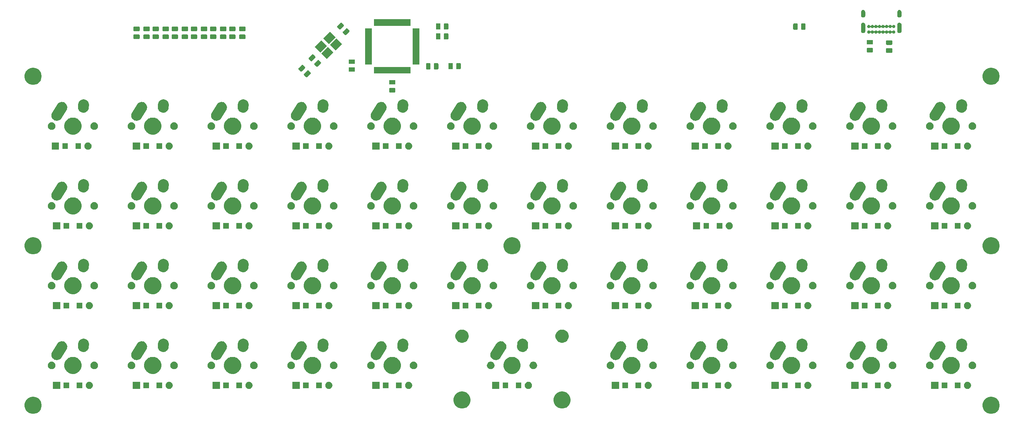
<source format=gbr>
G04 #@! TF.GenerationSoftware,KiCad,Pcbnew,(5.1.0)-1*
G04 #@! TF.CreationDate,2020-08-28T00:10:41-04:00*
G04 #@! TF.ProjectId,keyboard,6b657962-6f61-4726-942e-6b696361645f,rev?*
G04 #@! TF.SameCoordinates,Original*
G04 #@! TF.FileFunction,Soldermask,Bot*
G04 #@! TF.FilePolarity,Negative*
%FSLAX46Y46*%
G04 Gerber Fmt 4.6, Leading zero omitted, Abs format (unit mm)*
G04 Created by KiCad (PCBNEW (5.1.0)-1) date 2020-08-28 00:10:41*
%MOMM*%
%LPD*%
G04 APERTURE LIST*
%ADD10C,0.020000*%
G04 APERTURE END LIST*
D10*
G36*
X248248254Y-124234068D02*
G01*
X248621511Y-124388676D01*
X248621513Y-124388677D01*
X248957436Y-124613134D01*
X249243116Y-124898814D01*
X249467574Y-125234739D01*
X249622182Y-125607996D01*
X249701000Y-126004243D01*
X249701000Y-126408257D01*
X249622182Y-126804504D01*
X249467574Y-127177761D01*
X249467573Y-127177763D01*
X249243116Y-127513686D01*
X248957436Y-127799366D01*
X248621513Y-128023823D01*
X248621512Y-128023824D01*
X248621511Y-128023824D01*
X248248254Y-128178432D01*
X247852007Y-128257250D01*
X247447993Y-128257250D01*
X247051746Y-128178432D01*
X246678489Y-128023824D01*
X246678488Y-128023824D01*
X246678487Y-128023823D01*
X246342564Y-127799366D01*
X246056884Y-127513686D01*
X245832427Y-127177763D01*
X245832426Y-127177761D01*
X245677818Y-126804504D01*
X245599000Y-126408257D01*
X245599000Y-126004243D01*
X245677818Y-125607996D01*
X245832426Y-125234739D01*
X246056884Y-124898814D01*
X246342564Y-124613134D01*
X246678487Y-124388677D01*
X246678489Y-124388676D01*
X247051746Y-124234068D01*
X247447993Y-124155250D01*
X247852007Y-124155250D01*
X248248254Y-124234068D01*
X248248254Y-124234068D01*
G37*
G36*
X19648254Y-124234068D02*
G01*
X20021511Y-124388676D01*
X20021513Y-124388677D01*
X20357436Y-124613134D01*
X20643116Y-124898814D01*
X20867574Y-125234739D01*
X21022182Y-125607996D01*
X21101000Y-126004243D01*
X21101000Y-126408257D01*
X21022182Y-126804504D01*
X20867574Y-127177761D01*
X20867573Y-127177763D01*
X20643116Y-127513686D01*
X20357436Y-127799366D01*
X20021513Y-128023823D01*
X20021512Y-128023824D01*
X20021511Y-128023824D01*
X19648254Y-128178432D01*
X19252007Y-128257250D01*
X18847993Y-128257250D01*
X18451746Y-128178432D01*
X18078489Y-128023824D01*
X18078488Y-128023824D01*
X18078487Y-128023823D01*
X17742564Y-127799366D01*
X17456884Y-127513686D01*
X17232427Y-127177763D01*
X17232426Y-127177761D01*
X17077818Y-126804504D01*
X16999000Y-126408257D01*
X16999000Y-126004243D01*
X17077818Y-125607996D01*
X17232426Y-125234739D01*
X17456884Y-124898814D01*
X17742564Y-124613134D01*
X18078487Y-124388677D01*
X18078489Y-124388676D01*
X18451746Y-124234068D01*
X18847993Y-124155250D01*
X19252007Y-124155250D01*
X19648254Y-124234068D01*
X19648254Y-124234068D01*
G37*
G36*
X145884474Y-122969934D02*
G01*
X146102474Y-123060233D01*
X146256623Y-123124083D01*
X146591548Y-123347873D01*
X146876377Y-123632702D01*
X147100167Y-123967627D01*
X147100167Y-123967628D01*
X147254316Y-124339776D01*
X147332900Y-124734844D01*
X147332900Y-125137656D01*
X147254316Y-125532724D01*
X147223137Y-125607996D01*
X147100167Y-125904873D01*
X146876377Y-126239798D01*
X146591548Y-126524627D01*
X146256623Y-126748417D01*
X146121216Y-126804504D01*
X145884474Y-126902566D01*
X145489406Y-126981150D01*
X145086594Y-126981150D01*
X144691526Y-126902566D01*
X144454784Y-126804504D01*
X144319377Y-126748417D01*
X143984452Y-126524627D01*
X143699623Y-126239798D01*
X143475833Y-125904873D01*
X143352863Y-125607996D01*
X143321684Y-125532724D01*
X143243100Y-125137656D01*
X143243100Y-124734844D01*
X143321684Y-124339776D01*
X143475833Y-123967628D01*
X143475833Y-123967627D01*
X143699623Y-123632702D01*
X143984452Y-123347873D01*
X144319377Y-123124083D01*
X144473526Y-123060233D01*
X144691526Y-122969934D01*
X145086594Y-122891350D01*
X145489406Y-122891350D01*
X145884474Y-122969934D01*
X145884474Y-122969934D01*
G37*
G36*
X122008474Y-122969934D02*
G01*
X122226474Y-123060233D01*
X122380623Y-123124083D01*
X122715548Y-123347873D01*
X123000377Y-123632702D01*
X123224167Y-123967627D01*
X123224167Y-123967628D01*
X123378316Y-124339776D01*
X123456900Y-124734844D01*
X123456900Y-125137656D01*
X123378316Y-125532724D01*
X123347137Y-125607996D01*
X123224167Y-125904873D01*
X123000377Y-126239798D01*
X122715548Y-126524627D01*
X122380623Y-126748417D01*
X122245216Y-126804504D01*
X122008474Y-126902566D01*
X121613406Y-126981150D01*
X121210594Y-126981150D01*
X120815526Y-126902566D01*
X120578784Y-126804504D01*
X120443377Y-126748417D01*
X120108452Y-126524627D01*
X119823623Y-126239798D01*
X119599833Y-125904873D01*
X119476863Y-125607996D01*
X119445684Y-125532724D01*
X119367100Y-125137656D01*
X119367100Y-124734844D01*
X119445684Y-124339776D01*
X119599833Y-123967628D01*
X119599833Y-123967627D01*
X119823623Y-123632702D01*
X120108452Y-123347873D01*
X120443377Y-123124083D01*
X120597526Y-123060233D01*
X120815526Y-122969934D01*
X121210594Y-122891350D01*
X121613406Y-122891350D01*
X122008474Y-122969934D01*
X122008474Y-122969934D01*
G37*
G36*
X101726000Y-122294750D02*
G01*
X100024000Y-122294750D01*
X100024000Y-120592750D01*
X101726000Y-120592750D01*
X101726000Y-122294750D01*
X101726000Y-122294750D01*
G37*
G36*
X223223228Y-120625453D02*
G01*
X223378100Y-120689603D01*
X223517481Y-120782735D01*
X223636015Y-120901269D01*
X223729147Y-121040650D01*
X223793297Y-121195522D01*
X223826000Y-121359934D01*
X223826000Y-121527566D01*
X223793297Y-121691978D01*
X223729147Y-121846850D01*
X223636015Y-121986231D01*
X223517481Y-122104765D01*
X223378100Y-122197897D01*
X223223228Y-122262047D01*
X223058816Y-122294750D01*
X222891184Y-122294750D01*
X222726772Y-122262047D01*
X222571900Y-122197897D01*
X222432519Y-122104765D01*
X222313985Y-121986231D01*
X222220853Y-121846850D01*
X222156703Y-121691978D01*
X222124000Y-121527566D01*
X222124000Y-121359934D01*
X222156703Y-121195522D01*
X222220853Y-121040650D01*
X222313985Y-120901269D01*
X222432519Y-120782735D01*
X222571900Y-120689603D01*
X222726772Y-120625453D01*
X222891184Y-120592750D01*
X223058816Y-120592750D01*
X223223228Y-120625453D01*
X223223228Y-120625453D01*
G37*
G36*
X196976000Y-122294750D02*
G01*
X195274000Y-122294750D01*
X195274000Y-120592750D01*
X196976000Y-120592750D01*
X196976000Y-122294750D01*
X196976000Y-122294750D01*
G37*
G36*
X204173228Y-120625453D02*
G01*
X204328100Y-120689603D01*
X204467481Y-120782735D01*
X204586015Y-120901269D01*
X204679147Y-121040650D01*
X204743297Y-121195522D01*
X204776000Y-121359934D01*
X204776000Y-121527566D01*
X204743297Y-121691978D01*
X204679147Y-121846850D01*
X204586015Y-121986231D01*
X204467481Y-122104765D01*
X204328100Y-122197897D01*
X204173228Y-122262047D01*
X204008816Y-122294750D01*
X203841184Y-122294750D01*
X203676772Y-122262047D01*
X203521900Y-122197897D01*
X203382519Y-122104765D01*
X203263985Y-121986231D01*
X203170853Y-121846850D01*
X203106703Y-121691978D01*
X203074000Y-121527566D01*
X203074000Y-121359934D01*
X203106703Y-121195522D01*
X203170853Y-121040650D01*
X203263985Y-120901269D01*
X203382519Y-120782735D01*
X203521900Y-120689603D01*
X203676772Y-120625453D01*
X203841184Y-120592750D01*
X204008816Y-120592750D01*
X204173228Y-120625453D01*
X204173228Y-120625453D01*
G37*
G36*
X177926000Y-122294750D02*
G01*
X176224000Y-122294750D01*
X176224000Y-120592750D01*
X177926000Y-120592750D01*
X177926000Y-122294750D01*
X177926000Y-122294750D01*
G37*
G36*
X185123228Y-120625453D02*
G01*
X185278100Y-120689603D01*
X185417481Y-120782735D01*
X185536015Y-120901269D01*
X185629147Y-121040650D01*
X185693297Y-121195522D01*
X185726000Y-121359934D01*
X185726000Y-121527566D01*
X185693297Y-121691978D01*
X185629147Y-121846850D01*
X185536015Y-121986231D01*
X185417481Y-122104765D01*
X185278100Y-122197897D01*
X185123228Y-122262047D01*
X184958816Y-122294750D01*
X184791184Y-122294750D01*
X184626772Y-122262047D01*
X184471900Y-122197897D01*
X184332519Y-122104765D01*
X184213985Y-121986231D01*
X184120853Y-121846850D01*
X184056703Y-121691978D01*
X184024000Y-121527566D01*
X184024000Y-121359934D01*
X184056703Y-121195522D01*
X184120853Y-121040650D01*
X184213985Y-120901269D01*
X184332519Y-120782735D01*
X184471900Y-120689603D01*
X184626772Y-120625453D01*
X184791184Y-120592750D01*
X184958816Y-120592750D01*
X185123228Y-120625453D01*
X185123228Y-120625453D01*
G37*
G36*
X158876000Y-122294750D02*
G01*
X157174000Y-122294750D01*
X157174000Y-120592750D01*
X158876000Y-120592750D01*
X158876000Y-122294750D01*
X158876000Y-122294750D01*
G37*
G36*
X166073228Y-120625453D02*
G01*
X166228100Y-120689603D01*
X166367481Y-120782735D01*
X166486015Y-120901269D01*
X166579147Y-121040650D01*
X166643297Y-121195522D01*
X166676000Y-121359934D01*
X166676000Y-121527566D01*
X166643297Y-121691978D01*
X166579147Y-121846850D01*
X166486015Y-121986231D01*
X166367481Y-122104765D01*
X166228100Y-122197897D01*
X166073228Y-122262047D01*
X165908816Y-122294750D01*
X165741184Y-122294750D01*
X165576772Y-122262047D01*
X165421900Y-122197897D01*
X165282519Y-122104765D01*
X165163985Y-121986231D01*
X165070853Y-121846850D01*
X165006703Y-121691978D01*
X164974000Y-121527566D01*
X164974000Y-121359934D01*
X165006703Y-121195522D01*
X165070853Y-121040650D01*
X165163985Y-120901269D01*
X165282519Y-120782735D01*
X165421900Y-120689603D01*
X165576772Y-120625453D01*
X165741184Y-120592750D01*
X165908816Y-120592750D01*
X166073228Y-120625453D01*
X166073228Y-120625453D01*
G37*
G36*
X108923228Y-120625453D02*
G01*
X109078100Y-120689603D01*
X109217481Y-120782735D01*
X109336015Y-120901269D01*
X109429147Y-121040650D01*
X109493297Y-121195522D01*
X109526000Y-121359934D01*
X109526000Y-121527566D01*
X109493297Y-121691978D01*
X109429147Y-121846850D01*
X109336015Y-121986231D01*
X109217481Y-122104765D01*
X109078100Y-122197897D01*
X108923228Y-122262047D01*
X108758816Y-122294750D01*
X108591184Y-122294750D01*
X108426772Y-122262047D01*
X108271900Y-122197897D01*
X108132519Y-122104765D01*
X108013985Y-121986231D01*
X107920853Y-121846850D01*
X107856703Y-121691978D01*
X107824000Y-121527566D01*
X107824000Y-121359934D01*
X107856703Y-121195522D01*
X107920853Y-121040650D01*
X108013985Y-120901269D01*
X108132519Y-120782735D01*
X108271900Y-120689603D01*
X108426772Y-120625453D01*
X108591184Y-120592750D01*
X108758816Y-120592750D01*
X108923228Y-120625453D01*
X108923228Y-120625453D01*
G37*
G36*
X89873228Y-120625453D02*
G01*
X90028100Y-120689603D01*
X90167481Y-120782735D01*
X90286015Y-120901269D01*
X90379147Y-121040650D01*
X90443297Y-121195522D01*
X90476000Y-121359934D01*
X90476000Y-121527566D01*
X90443297Y-121691978D01*
X90379147Y-121846850D01*
X90286015Y-121986231D01*
X90167481Y-122104765D01*
X90028100Y-122197897D01*
X89873228Y-122262047D01*
X89708816Y-122294750D01*
X89541184Y-122294750D01*
X89376772Y-122262047D01*
X89221900Y-122197897D01*
X89082519Y-122104765D01*
X88963985Y-121986231D01*
X88870853Y-121846850D01*
X88806703Y-121691978D01*
X88774000Y-121527566D01*
X88774000Y-121359934D01*
X88806703Y-121195522D01*
X88870853Y-121040650D01*
X88963985Y-120901269D01*
X89082519Y-120782735D01*
X89221900Y-120689603D01*
X89376772Y-120625453D01*
X89541184Y-120592750D01*
X89708816Y-120592750D01*
X89873228Y-120625453D01*
X89873228Y-120625453D01*
G37*
G36*
X82676000Y-122294750D02*
G01*
X80974000Y-122294750D01*
X80974000Y-120592750D01*
X82676000Y-120592750D01*
X82676000Y-122294750D01*
X82676000Y-122294750D01*
G37*
G36*
X63626000Y-122294750D02*
G01*
X61924000Y-122294750D01*
X61924000Y-120592750D01*
X63626000Y-120592750D01*
X63626000Y-122294750D01*
X63626000Y-122294750D01*
G37*
G36*
X70823228Y-120625453D02*
G01*
X70978100Y-120689603D01*
X71117481Y-120782735D01*
X71236015Y-120901269D01*
X71329147Y-121040650D01*
X71393297Y-121195522D01*
X71426000Y-121359934D01*
X71426000Y-121527566D01*
X71393297Y-121691978D01*
X71329147Y-121846850D01*
X71236015Y-121986231D01*
X71117481Y-122104765D01*
X70978100Y-122197897D01*
X70823228Y-122262047D01*
X70658816Y-122294750D01*
X70491184Y-122294750D01*
X70326772Y-122262047D01*
X70171900Y-122197897D01*
X70032519Y-122104765D01*
X69913985Y-121986231D01*
X69820853Y-121846850D01*
X69756703Y-121691978D01*
X69724000Y-121527566D01*
X69724000Y-121359934D01*
X69756703Y-121195522D01*
X69820853Y-121040650D01*
X69913985Y-120901269D01*
X70032519Y-120782735D01*
X70171900Y-120689603D01*
X70326772Y-120625453D01*
X70491184Y-120592750D01*
X70658816Y-120592750D01*
X70823228Y-120625453D01*
X70823228Y-120625453D01*
G37*
G36*
X137498228Y-120625453D02*
G01*
X137653100Y-120689603D01*
X137792481Y-120782735D01*
X137911015Y-120901269D01*
X138004147Y-121040650D01*
X138068297Y-121195522D01*
X138101000Y-121359934D01*
X138101000Y-121527566D01*
X138068297Y-121691978D01*
X138004147Y-121846850D01*
X137911015Y-121986231D01*
X137792481Y-122104765D01*
X137653100Y-122197897D01*
X137498228Y-122262047D01*
X137333816Y-122294750D01*
X137166184Y-122294750D01*
X137001772Y-122262047D01*
X136846900Y-122197897D01*
X136707519Y-122104765D01*
X136588985Y-121986231D01*
X136495853Y-121846850D01*
X136431703Y-121691978D01*
X136399000Y-121527566D01*
X136399000Y-121359934D01*
X136431703Y-121195522D01*
X136495853Y-121040650D01*
X136588985Y-120901269D01*
X136707519Y-120782735D01*
X136846900Y-120689603D01*
X137001772Y-120625453D01*
X137166184Y-120592750D01*
X137333816Y-120592750D01*
X137498228Y-120625453D01*
X137498228Y-120625453D01*
G37*
G36*
X130301000Y-122294750D02*
G01*
X128599000Y-122294750D01*
X128599000Y-120592750D01*
X130301000Y-120592750D01*
X130301000Y-122294750D01*
X130301000Y-122294750D01*
G37*
G36*
X242273228Y-120625453D02*
G01*
X242428100Y-120689603D01*
X242567481Y-120782735D01*
X242686015Y-120901269D01*
X242779147Y-121040650D01*
X242843297Y-121195522D01*
X242876000Y-121359934D01*
X242876000Y-121527566D01*
X242843297Y-121691978D01*
X242779147Y-121846850D01*
X242686015Y-121986231D01*
X242567481Y-122104765D01*
X242428100Y-122197897D01*
X242273228Y-122262047D01*
X242108816Y-122294750D01*
X241941184Y-122294750D01*
X241776772Y-122262047D01*
X241621900Y-122197897D01*
X241482519Y-122104765D01*
X241363985Y-121986231D01*
X241270853Y-121846850D01*
X241206703Y-121691978D01*
X241174000Y-121527566D01*
X241174000Y-121359934D01*
X241206703Y-121195522D01*
X241270853Y-121040650D01*
X241363985Y-120901269D01*
X241482519Y-120782735D01*
X241621900Y-120689603D01*
X241776772Y-120625453D01*
X241941184Y-120592750D01*
X242108816Y-120592750D01*
X242273228Y-120625453D01*
X242273228Y-120625453D01*
G37*
G36*
X235076000Y-122294750D02*
G01*
X233374000Y-122294750D01*
X233374000Y-120592750D01*
X235076000Y-120592750D01*
X235076000Y-122294750D01*
X235076000Y-122294750D01*
G37*
G36*
X32723228Y-120625453D02*
G01*
X32878100Y-120689603D01*
X33017481Y-120782735D01*
X33136015Y-120901269D01*
X33229147Y-121040650D01*
X33293297Y-121195522D01*
X33326000Y-121359934D01*
X33326000Y-121527566D01*
X33293297Y-121691978D01*
X33229147Y-121846850D01*
X33136015Y-121986231D01*
X33017481Y-122104765D01*
X32878100Y-122197897D01*
X32723228Y-122262047D01*
X32558816Y-122294750D01*
X32391184Y-122294750D01*
X32226772Y-122262047D01*
X32071900Y-122197897D01*
X31932519Y-122104765D01*
X31813985Y-121986231D01*
X31720853Y-121846850D01*
X31656703Y-121691978D01*
X31624000Y-121527566D01*
X31624000Y-121359934D01*
X31656703Y-121195522D01*
X31720853Y-121040650D01*
X31813985Y-120901269D01*
X31932519Y-120782735D01*
X32071900Y-120689603D01*
X32226772Y-120625453D01*
X32391184Y-120592750D01*
X32558816Y-120592750D01*
X32723228Y-120625453D01*
X32723228Y-120625453D01*
G37*
G36*
X25526000Y-122294750D02*
G01*
X23824000Y-122294750D01*
X23824000Y-120592750D01*
X25526000Y-120592750D01*
X25526000Y-122294750D01*
X25526000Y-122294750D01*
G37*
G36*
X44576000Y-122294750D02*
G01*
X42874000Y-122294750D01*
X42874000Y-120592750D01*
X44576000Y-120592750D01*
X44576000Y-122294750D01*
X44576000Y-122294750D01*
G37*
G36*
X51773228Y-120625453D02*
G01*
X51928100Y-120689603D01*
X52067481Y-120782735D01*
X52186015Y-120901269D01*
X52279147Y-121040650D01*
X52343297Y-121195522D01*
X52376000Y-121359934D01*
X52376000Y-121527566D01*
X52343297Y-121691978D01*
X52279147Y-121846850D01*
X52186015Y-121986231D01*
X52067481Y-122104765D01*
X51928100Y-122197897D01*
X51773228Y-122262047D01*
X51608816Y-122294750D01*
X51441184Y-122294750D01*
X51276772Y-122262047D01*
X51121900Y-122197897D01*
X50982519Y-122104765D01*
X50863985Y-121986231D01*
X50770853Y-121846850D01*
X50706703Y-121691978D01*
X50674000Y-121527566D01*
X50674000Y-121359934D01*
X50706703Y-121195522D01*
X50770853Y-121040650D01*
X50863985Y-120901269D01*
X50982519Y-120782735D01*
X51121900Y-120689603D01*
X51276772Y-120625453D01*
X51441184Y-120592750D01*
X51608816Y-120592750D01*
X51773228Y-120625453D01*
X51773228Y-120625453D01*
G37*
G36*
X216026000Y-122294750D02*
G01*
X214324000Y-122294750D01*
X214324000Y-120592750D01*
X216026000Y-120592750D01*
X216026000Y-122294750D01*
X216026000Y-122294750D01*
G37*
G36*
X84801000Y-122094750D02*
G01*
X83499000Y-122094750D01*
X83499000Y-120792750D01*
X84801000Y-120792750D01*
X84801000Y-122094750D01*
X84801000Y-122094750D01*
G37*
G36*
X199101000Y-122094750D02*
G01*
X197799000Y-122094750D01*
X197799000Y-120792750D01*
X199101000Y-120792750D01*
X199101000Y-122094750D01*
X199101000Y-122094750D01*
G37*
G36*
X202251000Y-122094750D02*
G01*
X200949000Y-122094750D01*
X200949000Y-120792750D01*
X202251000Y-120792750D01*
X202251000Y-122094750D01*
X202251000Y-122094750D01*
G37*
G36*
X221301000Y-122094750D02*
G01*
X219999000Y-122094750D01*
X219999000Y-120792750D01*
X221301000Y-120792750D01*
X221301000Y-122094750D01*
X221301000Y-122094750D01*
G37*
G36*
X237201000Y-122094750D02*
G01*
X235899000Y-122094750D01*
X235899000Y-120792750D01*
X237201000Y-120792750D01*
X237201000Y-122094750D01*
X237201000Y-122094750D01*
G37*
G36*
X132426000Y-122094750D02*
G01*
X131124000Y-122094750D01*
X131124000Y-120792750D01*
X132426000Y-120792750D01*
X132426000Y-122094750D01*
X132426000Y-122094750D01*
G37*
G36*
X135576000Y-122094750D02*
G01*
X134274000Y-122094750D01*
X134274000Y-120792750D01*
X135576000Y-120792750D01*
X135576000Y-122094750D01*
X135576000Y-122094750D01*
G37*
G36*
X240351000Y-122094750D02*
G01*
X239049000Y-122094750D01*
X239049000Y-120792750D01*
X240351000Y-120792750D01*
X240351000Y-122094750D01*
X240351000Y-122094750D01*
G37*
G36*
X27651000Y-122094750D02*
G01*
X26349000Y-122094750D01*
X26349000Y-120792750D01*
X27651000Y-120792750D01*
X27651000Y-122094750D01*
X27651000Y-122094750D01*
G37*
G36*
X30801000Y-122094750D02*
G01*
X29499000Y-122094750D01*
X29499000Y-120792750D01*
X30801000Y-120792750D01*
X30801000Y-122094750D01*
X30801000Y-122094750D01*
G37*
G36*
X49851000Y-122094750D02*
G01*
X48549000Y-122094750D01*
X48549000Y-120792750D01*
X49851000Y-120792750D01*
X49851000Y-122094750D01*
X49851000Y-122094750D01*
G37*
G36*
X46701000Y-122094750D02*
G01*
X45399000Y-122094750D01*
X45399000Y-120792750D01*
X46701000Y-120792750D01*
X46701000Y-122094750D01*
X46701000Y-122094750D01*
G37*
G36*
X68901000Y-122094750D02*
G01*
X67599000Y-122094750D01*
X67599000Y-120792750D01*
X68901000Y-120792750D01*
X68901000Y-122094750D01*
X68901000Y-122094750D01*
G37*
G36*
X65751000Y-122094750D02*
G01*
X64449000Y-122094750D01*
X64449000Y-120792750D01*
X65751000Y-120792750D01*
X65751000Y-122094750D01*
X65751000Y-122094750D01*
G37*
G36*
X87951000Y-122094750D02*
G01*
X86649000Y-122094750D01*
X86649000Y-120792750D01*
X87951000Y-120792750D01*
X87951000Y-122094750D01*
X87951000Y-122094750D01*
G37*
G36*
X218151000Y-122094750D02*
G01*
X216849000Y-122094750D01*
X216849000Y-120792750D01*
X218151000Y-120792750D01*
X218151000Y-122094750D01*
X218151000Y-122094750D01*
G37*
G36*
X103851000Y-122094750D02*
G01*
X102549000Y-122094750D01*
X102549000Y-120792750D01*
X103851000Y-120792750D01*
X103851000Y-122094750D01*
X103851000Y-122094750D01*
G37*
G36*
X107001000Y-122094750D02*
G01*
X105699000Y-122094750D01*
X105699000Y-120792750D01*
X107001000Y-120792750D01*
X107001000Y-122094750D01*
X107001000Y-122094750D01*
G37*
G36*
X183201000Y-122094750D02*
G01*
X181899000Y-122094750D01*
X181899000Y-120792750D01*
X183201000Y-120792750D01*
X183201000Y-122094750D01*
X183201000Y-122094750D01*
G37*
G36*
X161001000Y-122094750D02*
G01*
X159699000Y-122094750D01*
X159699000Y-120792750D01*
X161001000Y-120792750D01*
X161001000Y-122094750D01*
X161001000Y-122094750D01*
G37*
G36*
X164151000Y-122094750D02*
G01*
X162849000Y-122094750D01*
X162849000Y-120792750D01*
X164151000Y-120792750D01*
X164151000Y-122094750D01*
X164151000Y-122094750D01*
G37*
G36*
X180051000Y-122094750D02*
G01*
X178749000Y-122094750D01*
X178749000Y-120792750D01*
X180051000Y-120792750D01*
X180051000Y-122094750D01*
X180051000Y-122094750D01*
G37*
G36*
X48221474Y-114714934D02*
G01*
X48439474Y-114805233D01*
X48593623Y-114869083D01*
X48928548Y-115092873D01*
X49213377Y-115377702D01*
X49437167Y-115712627D01*
X49501017Y-115866776D01*
X49591316Y-116084776D01*
X49669900Y-116479844D01*
X49669900Y-116882656D01*
X49591316Y-117277724D01*
X49507322Y-117480503D01*
X49437167Y-117649873D01*
X49213377Y-117984798D01*
X48928548Y-118269627D01*
X48593623Y-118493417D01*
X48439474Y-118557267D01*
X48221474Y-118647566D01*
X47826406Y-118726150D01*
X47423594Y-118726150D01*
X47028526Y-118647566D01*
X46810526Y-118557267D01*
X46656377Y-118493417D01*
X46321452Y-118269627D01*
X46036623Y-117984798D01*
X45812833Y-117649873D01*
X45742678Y-117480503D01*
X45658684Y-117277724D01*
X45580100Y-116882656D01*
X45580100Y-116479844D01*
X45658684Y-116084776D01*
X45748983Y-115866776D01*
X45812833Y-115712627D01*
X46036623Y-115377702D01*
X46321452Y-115092873D01*
X46656377Y-114869083D01*
X46810526Y-114805233D01*
X47028526Y-114714934D01*
X47423594Y-114636350D01*
X47826406Y-114636350D01*
X48221474Y-114714934D01*
X48221474Y-114714934D01*
G37*
G36*
X67271474Y-114714934D02*
G01*
X67489474Y-114805233D01*
X67643623Y-114869083D01*
X67978548Y-115092873D01*
X68263377Y-115377702D01*
X68487167Y-115712627D01*
X68551017Y-115866776D01*
X68641316Y-116084776D01*
X68719900Y-116479844D01*
X68719900Y-116882656D01*
X68641316Y-117277724D01*
X68557322Y-117480503D01*
X68487167Y-117649873D01*
X68263377Y-117984798D01*
X67978548Y-118269627D01*
X67643623Y-118493417D01*
X67489474Y-118557267D01*
X67271474Y-118647566D01*
X66876406Y-118726150D01*
X66473594Y-118726150D01*
X66078526Y-118647566D01*
X65860526Y-118557267D01*
X65706377Y-118493417D01*
X65371452Y-118269627D01*
X65086623Y-117984798D01*
X64862833Y-117649873D01*
X64792678Y-117480503D01*
X64708684Y-117277724D01*
X64630100Y-116882656D01*
X64630100Y-116479844D01*
X64708684Y-116084776D01*
X64798983Y-115866776D01*
X64862833Y-115712627D01*
X65086623Y-115377702D01*
X65371452Y-115092873D01*
X65706377Y-114869083D01*
X65860526Y-114805233D01*
X66078526Y-114714934D01*
X66473594Y-114636350D01*
X66876406Y-114636350D01*
X67271474Y-114714934D01*
X67271474Y-114714934D01*
G37*
G36*
X200621474Y-114714934D02*
G01*
X200839474Y-114805233D01*
X200993623Y-114869083D01*
X201328548Y-115092873D01*
X201613377Y-115377702D01*
X201837167Y-115712627D01*
X201901017Y-115866776D01*
X201991316Y-116084776D01*
X202069900Y-116479844D01*
X202069900Y-116882656D01*
X201991316Y-117277724D01*
X201907322Y-117480503D01*
X201837167Y-117649873D01*
X201613377Y-117984798D01*
X201328548Y-118269627D01*
X200993623Y-118493417D01*
X200839474Y-118557267D01*
X200621474Y-118647566D01*
X200226406Y-118726150D01*
X199823594Y-118726150D01*
X199428526Y-118647566D01*
X199210526Y-118557267D01*
X199056377Y-118493417D01*
X198721452Y-118269627D01*
X198436623Y-117984798D01*
X198212833Y-117649873D01*
X198142678Y-117480503D01*
X198058684Y-117277724D01*
X197980100Y-116882656D01*
X197980100Y-116479844D01*
X198058684Y-116084776D01*
X198148983Y-115866776D01*
X198212833Y-115712627D01*
X198436623Y-115377702D01*
X198721452Y-115092873D01*
X199056377Y-114869083D01*
X199210526Y-114805233D01*
X199428526Y-114714934D01*
X199823594Y-114636350D01*
X200226406Y-114636350D01*
X200621474Y-114714934D01*
X200621474Y-114714934D01*
G37*
G36*
X219671474Y-114714934D02*
G01*
X219889474Y-114805233D01*
X220043623Y-114869083D01*
X220378548Y-115092873D01*
X220663377Y-115377702D01*
X220887167Y-115712627D01*
X220951017Y-115866776D01*
X221041316Y-116084776D01*
X221119900Y-116479844D01*
X221119900Y-116882656D01*
X221041316Y-117277724D01*
X220957322Y-117480503D01*
X220887167Y-117649873D01*
X220663377Y-117984798D01*
X220378548Y-118269627D01*
X220043623Y-118493417D01*
X219889474Y-118557267D01*
X219671474Y-118647566D01*
X219276406Y-118726150D01*
X218873594Y-118726150D01*
X218478526Y-118647566D01*
X218260526Y-118557267D01*
X218106377Y-118493417D01*
X217771452Y-118269627D01*
X217486623Y-117984798D01*
X217262833Y-117649873D01*
X217192678Y-117480503D01*
X217108684Y-117277724D01*
X217030100Y-116882656D01*
X217030100Y-116479844D01*
X217108684Y-116084776D01*
X217198983Y-115866776D01*
X217262833Y-115712627D01*
X217486623Y-115377702D01*
X217771452Y-115092873D01*
X218106377Y-114869083D01*
X218260526Y-114805233D01*
X218478526Y-114714934D01*
X218873594Y-114636350D01*
X219276406Y-114636350D01*
X219671474Y-114714934D01*
X219671474Y-114714934D01*
G37*
G36*
X238721474Y-114714934D02*
G01*
X238939474Y-114805233D01*
X239093623Y-114869083D01*
X239428548Y-115092873D01*
X239713377Y-115377702D01*
X239937167Y-115712627D01*
X240001017Y-115866776D01*
X240091316Y-116084776D01*
X240169900Y-116479844D01*
X240169900Y-116882656D01*
X240091316Y-117277724D01*
X240007322Y-117480503D01*
X239937167Y-117649873D01*
X239713377Y-117984798D01*
X239428548Y-118269627D01*
X239093623Y-118493417D01*
X238939474Y-118557267D01*
X238721474Y-118647566D01*
X238326406Y-118726150D01*
X237923594Y-118726150D01*
X237528526Y-118647566D01*
X237310526Y-118557267D01*
X237156377Y-118493417D01*
X236821452Y-118269627D01*
X236536623Y-117984798D01*
X236312833Y-117649873D01*
X236242678Y-117480503D01*
X236158684Y-117277724D01*
X236080100Y-116882656D01*
X236080100Y-116479844D01*
X236158684Y-116084776D01*
X236248983Y-115866776D01*
X236312833Y-115712627D01*
X236536623Y-115377702D01*
X236821452Y-115092873D01*
X237156377Y-114869083D01*
X237310526Y-114805233D01*
X237528526Y-114714934D01*
X237923594Y-114636350D01*
X238326406Y-114636350D01*
X238721474Y-114714934D01*
X238721474Y-114714934D01*
G37*
G36*
X105371474Y-114714934D02*
G01*
X105589474Y-114805233D01*
X105743623Y-114869083D01*
X106078548Y-115092873D01*
X106363377Y-115377702D01*
X106587167Y-115712627D01*
X106651017Y-115866776D01*
X106741316Y-116084776D01*
X106819900Y-116479844D01*
X106819900Y-116882656D01*
X106741316Y-117277724D01*
X106657322Y-117480503D01*
X106587167Y-117649873D01*
X106363377Y-117984798D01*
X106078548Y-118269627D01*
X105743623Y-118493417D01*
X105589474Y-118557267D01*
X105371474Y-118647566D01*
X104976406Y-118726150D01*
X104573594Y-118726150D01*
X104178526Y-118647566D01*
X103960526Y-118557267D01*
X103806377Y-118493417D01*
X103471452Y-118269627D01*
X103186623Y-117984798D01*
X102962833Y-117649873D01*
X102892678Y-117480503D01*
X102808684Y-117277724D01*
X102730100Y-116882656D01*
X102730100Y-116479844D01*
X102808684Y-116084776D01*
X102898983Y-115866776D01*
X102962833Y-115712627D01*
X103186623Y-115377702D01*
X103471452Y-115092873D01*
X103806377Y-114869083D01*
X103960526Y-114805233D01*
X104178526Y-114714934D01*
X104573594Y-114636350D01*
X104976406Y-114636350D01*
X105371474Y-114714934D01*
X105371474Y-114714934D01*
G37*
G36*
X86321474Y-114714934D02*
G01*
X86539474Y-114805233D01*
X86693623Y-114869083D01*
X87028548Y-115092873D01*
X87313377Y-115377702D01*
X87537167Y-115712627D01*
X87601017Y-115866776D01*
X87691316Y-116084776D01*
X87769900Y-116479844D01*
X87769900Y-116882656D01*
X87691316Y-117277724D01*
X87607322Y-117480503D01*
X87537167Y-117649873D01*
X87313377Y-117984798D01*
X87028548Y-118269627D01*
X86693623Y-118493417D01*
X86539474Y-118557267D01*
X86321474Y-118647566D01*
X85926406Y-118726150D01*
X85523594Y-118726150D01*
X85128526Y-118647566D01*
X84910526Y-118557267D01*
X84756377Y-118493417D01*
X84421452Y-118269627D01*
X84136623Y-117984798D01*
X83912833Y-117649873D01*
X83842678Y-117480503D01*
X83758684Y-117277724D01*
X83680100Y-116882656D01*
X83680100Y-116479844D01*
X83758684Y-116084776D01*
X83848983Y-115866776D01*
X83912833Y-115712627D01*
X84136623Y-115377702D01*
X84421452Y-115092873D01*
X84756377Y-114869083D01*
X84910526Y-114805233D01*
X85128526Y-114714934D01*
X85523594Y-114636350D01*
X85926406Y-114636350D01*
X86321474Y-114714934D01*
X86321474Y-114714934D01*
G37*
G36*
X29171474Y-114714934D02*
G01*
X29389474Y-114805233D01*
X29543623Y-114869083D01*
X29878548Y-115092873D01*
X30163377Y-115377702D01*
X30387167Y-115712627D01*
X30451017Y-115866776D01*
X30541316Y-116084776D01*
X30619900Y-116479844D01*
X30619900Y-116882656D01*
X30541316Y-117277724D01*
X30457322Y-117480503D01*
X30387167Y-117649873D01*
X30163377Y-117984798D01*
X29878548Y-118269627D01*
X29543623Y-118493417D01*
X29389474Y-118557267D01*
X29171474Y-118647566D01*
X28776406Y-118726150D01*
X28373594Y-118726150D01*
X27978526Y-118647566D01*
X27760526Y-118557267D01*
X27606377Y-118493417D01*
X27271452Y-118269627D01*
X26986623Y-117984798D01*
X26762833Y-117649873D01*
X26692678Y-117480503D01*
X26608684Y-117277724D01*
X26530100Y-116882656D01*
X26530100Y-116479844D01*
X26608684Y-116084776D01*
X26698983Y-115866776D01*
X26762833Y-115712627D01*
X26986623Y-115377702D01*
X27271452Y-115092873D01*
X27606377Y-114869083D01*
X27760526Y-114805233D01*
X27978526Y-114714934D01*
X28373594Y-114636350D01*
X28776406Y-114636350D01*
X29171474Y-114714934D01*
X29171474Y-114714934D01*
G37*
G36*
X133946474Y-114714934D02*
G01*
X134164474Y-114805233D01*
X134318623Y-114869083D01*
X134653548Y-115092873D01*
X134938377Y-115377702D01*
X135162167Y-115712627D01*
X135226017Y-115866776D01*
X135316316Y-116084776D01*
X135394900Y-116479844D01*
X135394900Y-116882656D01*
X135316316Y-117277724D01*
X135232322Y-117480503D01*
X135162167Y-117649873D01*
X134938377Y-117984798D01*
X134653548Y-118269627D01*
X134318623Y-118493417D01*
X134164474Y-118557267D01*
X133946474Y-118647566D01*
X133551406Y-118726150D01*
X133148594Y-118726150D01*
X132753526Y-118647566D01*
X132535526Y-118557267D01*
X132381377Y-118493417D01*
X132046452Y-118269627D01*
X131761623Y-117984798D01*
X131537833Y-117649873D01*
X131467678Y-117480503D01*
X131383684Y-117277724D01*
X131305100Y-116882656D01*
X131305100Y-116479844D01*
X131383684Y-116084776D01*
X131473983Y-115866776D01*
X131537833Y-115712627D01*
X131761623Y-115377702D01*
X132046452Y-115092873D01*
X132381377Y-114869083D01*
X132535526Y-114805233D01*
X132753526Y-114714934D01*
X133148594Y-114636350D01*
X133551406Y-114636350D01*
X133946474Y-114714934D01*
X133946474Y-114714934D01*
G37*
G36*
X181571474Y-114714934D02*
G01*
X181789474Y-114805233D01*
X181943623Y-114869083D01*
X182278548Y-115092873D01*
X182563377Y-115377702D01*
X182787167Y-115712627D01*
X182851017Y-115866776D01*
X182941316Y-116084776D01*
X183019900Y-116479844D01*
X183019900Y-116882656D01*
X182941316Y-117277724D01*
X182857322Y-117480503D01*
X182787167Y-117649873D01*
X182563377Y-117984798D01*
X182278548Y-118269627D01*
X181943623Y-118493417D01*
X181789474Y-118557267D01*
X181571474Y-118647566D01*
X181176406Y-118726150D01*
X180773594Y-118726150D01*
X180378526Y-118647566D01*
X180160526Y-118557267D01*
X180006377Y-118493417D01*
X179671452Y-118269627D01*
X179386623Y-117984798D01*
X179162833Y-117649873D01*
X179092678Y-117480503D01*
X179008684Y-117277724D01*
X178930100Y-116882656D01*
X178930100Y-116479844D01*
X179008684Y-116084776D01*
X179098983Y-115866776D01*
X179162833Y-115712627D01*
X179386623Y-115377702D01*
X179671452Y-115092873D01*
X180006377Y-114869083D01*
X180160526Y-114805233D01*
X180378526Y-114714934D01*
X180773594Y-114636350D01*
X181176406Y-114636350D01*
X181571474Y-114714934D01*
X181571474Y-114714934D01*
G37*
G36*
X162521474Y-114714934D02*
G01*
X162739474Y-114805233D01*
X162893623Y-114869083D01*
X163228548Y-115092873D01*
X163513377Y-115377702D01*
X163737167Y-115712627D01*
X163801017Y-115866776D01*
X163891316Y-116084776D01*
X163969900Y-116479844D01*
X163969900Y-116882656D01*
X163891316Y-117277724D01*
X163807322Y-117480503D01*
X163737167Y-117649873D01*
X163513377Y-117984798D01*
X163228548Y-118269627D01*
X162893623Y-118493417D01*
X162739474Y-118557267D01*
X162521474Y-118647566D01*
X162126406Y-118726150D01*
X161723594Y-118726150D01*
X161328526Y-118647566D01*
X161110526Y-118557267D01*
X160956377Y-118493417D01*
X160621452Y-118269627D01*
X160336623Y-117984798D01*
X160112833Y-117649873D01*
X160042678Y-117480503D01*
X159958684Y-117277724D01*
X159880100Y-116882656D01*
X159880100Y-116479844D01*
X159958684Y-116084776D01*
X160048983Y-115866776D01*
X160112833Y-115712627D01*
X160336623Y-115377702D01*
X160621452Y-115092873D01*
X160956377Y-114869083D01*
X161110526Y-114805233D01*
X161328526Y-114714934D01*
X161723594Y-114636350D01*
X162126406Y-114636350D01*
X162521474Y-114714934D01*
X162521474Y-114714934D01*
G37*
G36*
X157020952Y-115796679D02*
G01*
X157108075Y-115814009D01*
X157217498Y-115859334D01*
X157272211Y-115881997D01*
X157418933Y-115980033D01*
X157419928Y-115980698D01*
X157545552Y-116106322D01*
X157545554Y-116106325D01*
X157644253Y-116254039D01*
X157644253Y-116254040D01*
X157712241Y-116418175D01*
X157746900Y-116592421D01*
X157746900Y-116770079D01*
X157712241Y-116944325D01*
X157666916Y-117053748D01*
X157644253Y-117108461D01*
X157546217Y-117255183D01*
X157545552Y-117256178D01*
X157419928Y-117381802D01*
X157419925Y-117381804D01*
X157272211Y-117480503D01*
X157217498Y-117503166D01*
X157108075Y-117548491D01*
X157020952Y-117565820D01*
X156933831Y-117583150D01*
X156756169Y-117583150D01*
X156669048Y-117565820D01*
X156581925Y-117548491D01*
X156472502Y-117503166D01*
X156417789Y-117480503D01*
X156270075Y-117381804D01*
X156270072Y-117381802D01*
X156144448Y-117256178D01*
X156143783Y-117255183D01*
X156045747Y-117108461D01*
X156023084Y-117053748D01*
X155977759Y-116944325D01*
X155943100Y-116770079D01*
X155943100Y-116592421D01*
X155977759Y-116418175D01*
X156045747Y-116254040D01*
X156045747Y-116254039D01*
X156144446Y-116106325D01*
X156144448Y-116106322D01*
X156270072Y-115980698D01*
X156271067Y-115980033D01*
X156417789Y-115881997D01*
X156472502Y-115859334D01*
X156581925Y-115814009D01*
X156669048Y-115796679D01*
X156756169Y-115779350D01*
X156933831Y-115779350D01*
X157020952Y-115796679D01*
X157020952Y-115796679D01*
G37*
G36*
X167180952Y-115796679D02*
G01*
X167268075Y-115814009D01*
X167377498Y-115859334D01*
X167432211Y-115881997D01*
X167578933Y-115980033D01*
X167579928Y-115980698D01*
X167705552Y-116106322D01*
X167705554Y-116106325D01*
X167804253Y-116254039D01*
X167804253Y-116254040D01*
X167872241Y-116418175D01*
X167906900Y-116592421D01*
X167906900Y-116770079D01*
X167872241Y-116944325D01*
X167826916Y-117053748D01*
X167804253Y-117108461D01*
X167706217Y-117255183D01*
X167705552Y-117256178D01*
X167579928Y-117381802D01*
X167579925Y-117381804D01*
X167432211Y-117480503D01*
X167377498Y-117503166D01*
X167268075Y-117548491D01*
X167180952Y-117565820D01*
X167093831Y-117583150D01*
X166916169Y-117583150D01*
X166829048Y-117565820D01*
X166741925Y-117548491D01*
X166632502Y-117503166D01*
X166577789Y-117480503D01*
X166430075Y-117381804D01*
X166430072Y-117381802D01*
X166304448Y-117256178D01*
X166303783Y-117255183D01*
X166205747Y-117108461D01*
X166183084Y-117053748D01*
X166137759Y-116944325D01*
X166103100Y-116770079D01*
X166103100Y-116592421D01*
X166137759Y-116418175D01*
X166205747Y-116254040D01*
X166205747Y-116254039D01*
X166304446Y-116106325D01*
X166304448Y-116106322D01*
X166430072Y-115980698D01*
X166431067Y-115980033D01*
X166577789Y-115881997D01*
X166632502Y-115859334D01*
X166741925Y-115814009D01*
X166829048Y-115796679D01*
X166916169Y-115779350D01*
X167093831Y-115779350D01*
X167180952Y-115796679D01*
X167180952Y-115796679D01*
G37*
G36*
X99870952Y-115796679D02*
G01*
X99958075Y-115814009D01*
X100067498Y-115859334D01*
X100122211Y-115881997D01*
X100268933Y-115980033D01*
X100269928Y-115980698D01*
X100395552Y-116106322D01*
X100395554Y-116106325D01*
X100494253Y-116254039D01*
X100494253Y-116254040D01*
X100562241Y-116418175D01*
X100596900Y-116592421D01*
X100596900Y-116770079D01*
X100562241Y-116944325D01*
X100516916Y-117053748D01*
X100494253Y-117108461D01*
X100396217Y-117255183D01*
X100395552Y-117256178D01*
X100269928Y-117381802D01*
X100269925Y-117381804D01*
X100122211Y-117480503D01*
X100067498Y-117503166D01*
X99958075Y-117548491D01*
X99870952Y-117565820D01*
X99783831Y-117583150D01*
X99606169Y-117583150D01*
X99519048Y-117565820D01*
X99431925Y-117548491D01*
X99322502Y-117503166D01*
X99267789Y-117480503D01*
X99120075Y-117381804D01*
X99120072Y-117381802D01*
X98994448Y-117256178D01*
X98993783Y-117255183D01*
X98895747Y-117108461D01*
X98873084Y-117053748D01*
X98827759Y-116944325D01*
X98793100Y-116770079D01*
X98793100Y-116592421D01*
X98827759Y-116418175D01*
X98895747Y-116254040D01*
X98895747Y-116254039D01*
X98994446Y-116106325D01*
X98994448Y-116106322D01*
X99120072Y-115980698D01*
X99121067Y-115980033D01*
X99267789Y-115881997D01*
X99322502Y-115859334D01*
X99431925Y-115814009D01*
X99519048Y-115796679D01*
X99606169Y-115779350D01*
X99783831Y-115779350D01*
X99870952Y-115796679D01*
X99870952Y-115796679D01*
G37*
G36*
X110030952Y-115796679D02*
G01*
X110118075Y-115814009D01*
X110227498Y-115859334D01*
X110282211Y-115881997D01*
X110428933Y-115980033D01*
X110429928Y-115980698D01*
X110555552Y-116106322D01*
X110555554Y-116106325D01*
X110654253Y-116254039D01*
X110654253Y-116254040D01*
X110722241Y-116418175D01*
X110756900Y-116592421D01*
X110756900Y-116770079D01*
X110722241Y-116944325D01*
X110676916Y-117053748D01*
X110654253Y-117108461D01*
X110556217Y-117255183D01*
X110555552Y-117256178D01*
X110429928Y-117381802D01*
X110429925Y-117381804D01*
X110282211Y-117480503D01*
X110227498Y-117503166D01*
X110118075Y-117548491D01*
X110030952Y-117565820D01*
X109943831Y-117583150D01*
X109766169Y-117583150D01*
X109679048Y-117565820D01*
X109591925Y-117548491D01*
X109482502Y-117503166D01*
X109427789Y-117480503D01*
X109280075Y-117381804D01*
X109280072Y-117381802D01*
X109154448Y-117256178D01*
X109153783Y-117255183D01*
X109055747Y-117108461D01*
X109033084Y-117053748D01*
X108987759Y-116944325D01*
X108953100Y-116770079D01*
X108953100Y-116592421D01*
X108987759Y-116418175D01*
X109055747Y-116254040D01*
X109055747Y-116254039D01*
X109154446Y-116106325D01*
X109154448Y-116106322D01*
X109280072Y-115980698D01*
X109281067Y-115980033D01*
X109427789Y-115881997D01*
X109482502Y-115859334D01*
X109591925Y-115814009D01*
X109679048Y-115796679D01*
X109766169Y-115779350D01*
X109943831Y-115779350D01*
X110030952Y-115796679D01*
X110030952Y-115796679D01*
G37*
G36*
X80820952Y-115796679D02*
G01*
X80908075Y-115814009D01*
X81017498Y-115859334D01*
X81072211Y-115881997D01*
X81218933Y-115980033D01*
X81219928Y-115980698D01*
X81345552Y-116106322D01*
X81345554Y-116106325D01*
X81444253Y-116254039D01*
X81444253Y-116254040D01*
X81512241Y-116418175D01*
X81546900Y-116592421D01*
X81546900Y-116770079D01*
X81512241Y-116944325D01*
X81466916Y-117053748D01*
X81444253Y-117108461D01*
X81346217Y-117255183D01*
X81345552Y-117256178D01*
X81219928Y-117381802D01*
X81219925Y-117381804D01*
X81072211Y-117480503D01*
X81017498Y-117503166D01*
X80908075Y-117548491D01*
X80820952Y-117565820D01*
X80733831Y-117583150D01*
X80556169Y-117583150D01*
X80469048Y-117565820D01*
X80381925Y-117548491D01*
X80272502Y-117503166D01*
X80217789Y-117480503D01*
X80070075Y-117381804D01*
X80070072Y-117381802D01*
X79944448Y-117256178D01*
X79943783Y-117255183D01*
X79845747Y-117108461D01*
X79823084Y-117053748D01*
X79777759Y-116944325D01*
X79743100Y-116770079D01*
X79743100Y-116592421D01*
X79777759Y-116418175D01*
X79845747Y-116254040D01*
X79845747Y-116254039D01*
X79944446Y-116106325D01*
X79944448Y-116106322D01*
X80070072Y-115980698D01*
X80071067Y-115980033D01*
X80217789Y-115881997D01*
X80272502Y-115859334D01*
X80381925Y-115814009D01*
X80469048Y-115796679D01*
X80556169Y-115779350D01*
X80733831Y-115779350D01*
X80820952Y-115796679D01*
X80820952Y-115796679D01*
G37*
G36*
X90980952Y-115796679D02*
G01*
X91068075Y-115814009D01*
X91177498Y-115859334D01*
X91232211Y-115881997D01*
X91378933Y-115980033D01*
X91379928Y-115980698D01*
X91505552Y-116106322D01*
X91505554Y-116106325D01*
X91604253Y-116254039D01*
X91604253Y-116254040D01*
X91672241Y-116418175D01*
X91706900Y-116592421D01*
X91706900Y-116770079D01*
X91672241Y-116944325D01*
X91626916Y-117053748D01*
X91604253Y-117108461D01*
X91506217Y-117255183D01*
X91505552Y-117256178D01*
X91379928Y-117381802D01*
X91379925Y-117381804D01*
X91232211Y-117480503D01*
X91177498Y-117503166D01*
X91068075Y-117548491D01*
X90980952Y-117565820D01*
X90893831Y-117583150D01*
X90716169Y-117583150D01*
X90629048Y-117565820D01*
X90541925Y-117548491D01*
X90432502Y-117503166D01*
X90377789Y-117480503D01*
X90230075Y-117381804D01*
X90230072Y-117381802D01*
X90104448Y-117256178D01*
X90103783Y-117255183D01*
X90005747Y-117108461D01*
X89983084Y-117053748D01*
X89937759Y-116944325D01*
X89903100Y-116770079D01*
X89903100Y-116592421D01*
X89937759Y-116418175D01*
X90005747Y-116254040D01*
X90005747Y-116254039D01*
X90104446Y-116106325D01*
X90104448Y-116106322D01*
X90230072Y-115980698D01*
X90231067Y-115980033D01*
X90377789Y-115881997D01*
X90432502Y-115859334D01*
X90541925Y-115814009D01*
X90629048Y-115796679D01*
X90716169Y-115779350D01*
X90893831Y-115779350D01*
X90980952Y-115796679D01*
X90980952Y-115796679D01*
G37*
G36*
X71930952Y-115796679D02*
G01*
X72018075Y-115814009D01*
X72127498Y-115859334D01*
X72182211Y-115881997D01*
X72328933Y-115980033D01*
X72329928Y-115980698D01*
X72455552Y-116106322D01*
X72455554Y-116106325D01*
X72554253Y-116254039D01*
X72554253Y-116254040D01*
X72622241Y-116418175D01*
X72656900Y-116592421D01*
X72656900Y-116770079D01*
X72622241Y-116944325D01*
X72576916Y-117053748D01*
X72554253Y-117108461D01*
X72456217Y-117255183D01*
X72455552Y-117256178D01*
X72329928Y-117381802D01*
X72329925Y-117381804D01*
X72182211Y-117480503D01*
X72127498Y-117503166D01*
X72018075Y-117548491D01*
X71930952Y-117565820D01*
X71843831Y-117583150D01*
X71666169Y-117583150D01*
X71579048Y-117565820D01*
X71491925Y-117548491D01*
X71382502Y-117503166D01*
X71327789Y-117480503D01*
X71180075Y-117381804D01*
X71180072Y-117381802D01*
X71054448Y-117256178D01*
X71053783Y-117255183D01*
X70955747Y-117108461D01*
X70933084Y-117053748D01*
X70887759Y-116944325D01*
X70853100Y-116770079D01*
X70853100Y-116592421D01*
X70887759Y-116418175D01*
X70955747Y-116254040D01*
X70955747Y-116254039D01*
X71054446Y-116106325D01*
X71054448Y-116106322D01*
X71180072Y-115980698D01*
X71181067Y-115980033D01*
X71327789Y-115881997D01*
X71382502Y-115859334D01*
X71491925Y-115814009D01*
X71579048Y-115796679D01*
X71666169Y-115779350D01*
X71843831Y-115779350D01*
X71930952Y-115796679D01*
X71930952Y-115796679D01*
G37*
G36*
X61770952Y-115796679D02*
G01*
X61858075Y-115814009D01*
X61967498Y-115859334D01*
X62022211Y-115881997D01*
X62168933Y-115980033D01*
X62169928Y-115980698D01*
X62295552Y-116106322D01*
X62295554Y-116106325D01*
X62394253Y-116254039D01*
X62394253Y-116254040D01*
X62462241Y-116418175D01*
X62496900Y-116592421D01*
X62496900Y-116770079D01*
X62462241Y-116944325D01*
X62416916Y-117053748D01*
X62394253Y-117108461D01*
X62296217Y-117255183D01*
X62295552Y-117256178D01*
X62169928Y-117381802D01*
X62169925Y-117381804D01*
X62022211Y-117480503D01*
X61967498Y-117503166D01*
X61858075Y-117548491D01*
X61770952Y-117565820D01*
X61683831Y-117583150D01*
X61506169Y-117583150D01*
X61419048Y-117565820D01*
X61331925Y-117548491D01*
X61222502Y-117503166D01*
X61167789Y-117480503D01*
X61020075Y-117381804D01*
X61020072Y-117381802D01*
X60894448Y-117256178D01*
X60893783Y-117255183D01*
X60795747Y-117108461D01*
X60773084Y-117053748D01*
X60727759Y-116944325D01*
X60693100Y-116770079D01*
X60693100Y-116592421D01*
X60727759Y-116418175D01*
X60795747Y-116254040D01*
X60795747Y-116254039D01*
X60894446Y-116106325D01*
X60894448Y-116106322D01*
X61020072Y-115980698D01*
X61021067Y-115980033D01*
X61167789Y-115881997D01*
X61222502Y-115859334D01*
X61331925Y-115814009D01*
X61419048Y-115796679D01*
X61506169Y-115779350D01*
X61683831Y-115779350D01*
X61770952Y-115796679D01*
X61770952Y-115796679D01*
G37*
G36*
X42720952Y-115796679D02*
G01*
X42808075Y-115814009D01*
X42917498Y-115859334D01*
X42972211Y-115881997D01*
X43118933Y-115980033D01*
X43119928Y-115980698D01*
X43245552Y-116106322D01*
X43245554Y-116106325D01*
X43344253Y-116254039D01*
X43344253Y-116254040D01*
X43412241Y-116418175D01*
X43446900Y-116592421D01*
X43446900Y-116770079D01*
X43412241Y-116944325D01*
X43366916Y-117053748D01*
X43344253Y-117108461D01*
X43246217Y-117255183D01*
X43245552Y-117256178D01*
X43119928Y-117381802D01*
X43119925Y-117381804D01*
X42972211Y-117480503D01*
X42917498Y-117503166D01*
X42808075Y-117548491D01*
X42720952Y-117565820D01*
X42633831Y-117583150D01*
X42456169Y-117583150D01*
X42369048Y-117565820D01*
X42281925Y-117548491D01*
X42172502Y-117503166D01*
X42117789Y-117480503D01*
X41970075Y-117381804D01*
X41970072Y-117381802D01*
X41844448Y-117256178D01*
X41843783Y-117255183D01*
X41745747Y-117108461D01*
X41723084Y-117053748D01*
X41677759Y-116944325D01*
X41643100Y-116770079D01*
X41643100Y-116592421D01*
X41677759Y-116418175D01*
X41745747Y-116254040D01*
X41745747Y-116254039D01*
X41844446Y-116106325D01*
X41844448Y-116106322D01*
X41970072Y-115980698D01*
X41971067Y-115980033D01*
X42117789Y-115881997D01*
X42172502Y-115859334D01*
X42281925Y-115814009D01*
X42369048Y-115796679D01*
X42456169Y-115779350D01*
X42633831Y-115779350D01*
X42720952Y-115796679D01*
X42720952Y-115796679D01*
G37*
G36*
X33830952Y-115796679D02*
G01*
X33918075Y-115814009D01*
X34027498Y-115859334D01*
X34082211Y-115881997D01*
X34228933Y-115980033D01*
X34229928Y-115980698D01*
X34355552Y-116106322D01*
X34355554Y-116106325D01*
X34454253Y-116254039D01*
X34454253Y-116254040D01*
X34522241Y-116418175D01*
X34556900Y-116592421D01*
X34556900Y-116770079D01*
X34522241Y-116944325D01*
X34476916Y-117053748D01*
X34454253Y-117108461D01*
X34356217Y-117255183D01*
X34355552Y-117256178D01*
X34229928Y-117381802D01*
X34229925Y-117381804D01*
X34082211Y-117480503D01*
X34027498Y-117503166D01*
X33918075Y-117548491D01*
X33830952Y-117565820D01*
X33743831Y-117583150D01*
X33566169Y-117583150D01*
X33479048Y-117565820D01*
X33391925Y-117548491D01*
X33282502Y-117503166D01*
X33227789Y-117480503D01*
X33080075Y-117381804D01*
X33080072Y-117381802D01*
X32954448Y-117256178D01*
X32953783Y-117255183D01*
X32855747Y-117108461D01*
X32833084Y-117053748D01*
X32787759Y-116944325D01*
X32753100Y-116770079D01*
X32753100Y-116592421D01*
X32787759Y-116418175D01*
X32855747Y-116254040D01*
X32855747Y-116254039D01*
X32954446Y-116106325D01*
X32954448Y-116106322D01*
X33080072Y-115980698D01*
X33081067Y-115980033D01*
X33227789Y-115881997D01*
X33282502Y-115859334D01*
X33391925Y-115814009D01*
X33479048Y-115796679D01*
X33566169Y-115779350D01*
X33743831Y-115779350D01*
X33830952Y-115796679D01*
X33830952Y-115796679D01*
G37*
G36*
X23670952Y-115796679D02*
G01*
X23758075Y-115814009D01*
X23867498Y-115859334D01*
X23922211Y-115881997D01*
X24068933Y-115980033D01*
X24069928Y-115980698D01*
X24195552Y-116106322D01*
X24195554Y-116106325D01*
X24294253Y-116254039D01*
X24294253Y-116254040D01*
X24362241Y-116418175D01*
X24396900Y-116592421D01*
X24396900Y-116770079D01*
X24362241Y-116944325D01*
X24316916Y-117053748D01*
X24294253Y-117108461D01*
X24196217Y-117255183D01*
X24195552Y-117256178D01*
X24069928Y-117381802D01*
X24069925Y-117381804D01*
X23922211Y-117480503D01*
X23867498Y-117503166D01*
X23758075Y-117548491D01*
X23670952Y-117565820D01*
X23583831Y-117583150D01*
X23406169Y-117583150D01*
X23319048Y-117565820D01*
X23231925Y-117548491D01*
X23122502Y-117503166D01*
X23067789Y-117480503D01*
X22920075Y-117381804D01*
X22920072Y-117381802D01*
X22794448Y-117256178D01*
X22793783Y-117255183D01*
X22695747Y-117108461D01*
X22673084Y-117053748D01*
X22627759Y-116944325D01*
X22593100Y-116770079D01*
X22593100Y-116592421D01*
X22627759Y-116418175D01*
X22695747Y-116254040D01*
X22695747Y-116254039D01*
X22794446Y-116106325D01*
X22794448Y-116106322D01*
X22920072Y-115980698D01*
X22921067Y-115980033D01*
X23067789Y-115881997D01*
X23122502Y-115859334D01*
X23231925Y-115814009D01*
X23319048Y-115796679D01*
X23406169Y-115779350D01*
X23583831Y-115779350D01*
X23670952Y-115796679D01*
X23670952Y-115796679D01*
G37*
G36*
X186230952Y-115796679D02*
G01*
X186318075Y-115814009D01*
X186427498Y-115859334D01*
X186482211Y-115881997D01*
X186628933Y-115980033D01*
X186629928Y-115980698D01*
X186755552Y-116106322D01*
X186755554Y-116106325D01*
X186854253Y-116254039D01*
X186854253Y-116254040D01*
X186922241Y-116418175D01*
X186956900Y-116592421D01*
X186956900Y-116770079D01*
X186922241Y-116944325D01*
X186876916Y-117053748D01*
X186854253Y-117108461D01*
X186756217Y-117255183D01*
X186755552Y-117256178D01*
X186629928Y-117381802D01*
X186629925Y-117381804D01*
X186482211Y-117480503D01*
X186427498Y-117503166D01*
X186318075Y-117548491D01*
X186230952Y-117565820D01*
X186143831Y-117583150D01*
X185966169Y-117583150D01*
X185879048Y-117565820D01*
X185791925Y-117548491D01*
X185682502Y-117503166D01*
X185627789Y-117480503D01*
X185480075Y-117381804D01*
X185480072Y-117381802D01*
X185354448Y-117256178D01*
X185353783Y-117255183D01*
X185255747Y-117108461D01*
X185233084Y-117053748D01*
X185187759Y-116944325D01*
X185153100Y-116770079D01*
X185153100Y-116592421D01*
X185187759Y-116418175D01*
X185255747Y-116254040D01*
X185255747Y-116254039D01*
X185354446Y-116106325D01*
X185354448Y-116106322D01*
X185480072Y-115980698D01*
X185481067Y-115980033D01*
X185627789Y-115881997D01*
X185682502Y-115859334D01*
X185791925Y-115814009D01*
X185879048Y-115796679D01*
X185966169Y-115779350D01*
X186143831Y-115779350D01*
X186230952Y-115796679D01*
X186230952Y-115796679D01*
G37*
G36*
X243380952Y-115796679D02*
G01*
X243468075Y-115814009D01*
X243577498Y-115859334D01*
X243632211Y-115881997D01*
X243778933Y-115980033D01*
X243779928Y-115980698D01*
X243905552Y-116106322D01*
X243905554Y-116106325D01*
X244004253Y-116254039D01*
X244004253Y-116254040D01*
X244072241Y-116418175D01*
X244106900Y-116592421D01*
X244106900Y-116770079D01*
X244072241Y-116944325D01*
X244026916Y-117053748D01*
X244004253Y-117108461D01*
X243906217Y-117255183D01*
X243905552Y-117256178D01*
X243779928Y-117381802D01*
X243779925Y-117381804D01*
X243632211Y-117480503D01*
X243577498Y-117503166D01*
X243468075Y-117548491D01*
X243380952Y-117565820D01*
X243293831Y-117583150D01*
X243116169Y-117583150D01*
X243029048Y-117565820D01*
X242941925Y-117548491D01*
X242832502Y-117503166D01*
X242777789Y-117480503D01*
X242630075Y-117381804D01*
X242630072Y-117381802D01*
X242504448Y-117256178D01*
X242503783Y-117255183D01*
X242405747Y-117108461D01*
X242383084Y-117053748D01*
X242337759Y-116944325D01*
X242303100Y-116770079D01*
X242303100Y-116592421D01*
X242337759Y-116418175D01*
X242405747Y-116254040D01*
X242405747Y-116254039D01*
X242504446Y-116106325D01*
X242504448Y-116106322D01*
X242630072Y-115980698D01*
X242631067Y-115980033D01*
X242777789Y-115881997D01*
X242832502Y-115859334D01*
X242941925Y-115814009D01*
X243029048Y-115796679D01*
X243116169Y-115779350D01*
X243293831Y-115779350D01*
X243380952Y-115796679D01*
X243380952Y-115796679D01*
G37*
G36*
X128445952Y-115796679D02*
G01*
X128533075Y-115814009D01*
X128642498Y-115859334D01*
X128697211Y-115881997D01*
X128843933Y-115980033D01*
X128844928Y-115980698D01*
X128970552Y-116106322D01*
X128970554Y-116106325D01*
X129069253Y-116254039D01*
X129069253Y-116254040D01*
X129137241Y-116418175D01*
X129171900Y-116592421D01*
X129171900Y-116770079D01*
X129137241Y-116944325D01*
X129091916Y-117053748D01*
X129069253Y-117108461D01*
X128971217Y-117255183D01*
X128970552Y-117256178D01*
X128844928Y-117381802D01*
X128844925Y-117381804D01*
X128697211Y-117480503D01*
X128642498Y-117503166D01*
X128533075Y-117548491D01*
X128445952Y-117565820D01*
X128358831Y-117583150D01*
X128181169Y-117583150D01*
X128094048Y-117565820D01*
X128006925Y-117548491D01*
X127897502Y-117503166D01*
X127842789Y-117480503D01*
X127695075Y-117381804D01*
X127695072Y-117381802D01*
X127569448Y-117256178D01*
X127568783Y-117255183D01*
X127470747Y-117108461D01*
X127448084Y-117053748D01*
X127402759Y-116944325D01*
X127368100Y-116770079D01*
X127368100Y-116592421D01*
X127402759Y-116418175D01*
X127470747Y-116254040D01*
X127470747Y-116254039D01*
X127569446Y-116106325D01*
X127569448Y-116106322D01*
X127695072Y-115980698D01*
X127696067Y-115980033D01*
X127842789Y-115881997D01*
X127897502Y-115859334D01*
X128006925Y-115814009D01*
X128094048Y-115796679D01*
X128181169Y-115779350D01*
X128358831Y-115779350D01*
X128445952Y-115796679D01*
X128445952Y-115796679D01*
G37*
G36*
X233220952Y-115796679D02*
G01*
X233308075Y-115814009D01*
X233417498Y-115859334D01*
X233472211Y-115881997D01*
X233618933Y-115980033D01*
X233619928Y-115980698D01*
X233745552Y-116106322D01*
X233745554Y-116106325D01*
X233844253Y-116254039D01*
X233844253Y-116254040D01*
X233912241Y-116418175D01*
X233946900Y-116592421D01*
X233946900Y-116770079D01*
X233912241Y-116944325D01*
X233866916Y-117053748D01*
X233844253Y-117108461D01*
X233746217Y-117255183D01*
X233745552Y-117256178D01*
X233619928Y-117381802D01*
X233619925Y-117381804D01*
X233472211Y-117480503D01*
X233417498Y-117503166D01*
X233308075Y-117548491D01*
X233220952Y-117565820D01*
X233133831Y-117583150D01*
X232956169Y-117583150D01*
X232869048Y-117565820D01*
X232781925Y-117548491D01*
X232672502Y-117503166D01*
X232617789Y-117480503D01*
X232470075Y-117381804D01*
X232470072Y-117381802D01*
X232344448Y-117256178D01*
X232343783Y-117255183D01*
X232245747Y-117108461D01*
X232223084Y-117053748D01*
X232177759Y-116944325D01*
X232143100Y-116770079D01*
X232143100Y-116592421D01*
X232177759Y-116418175D01*
X232245747Y-116254040D01*
X232245747Y-116254039D01*
X232344446Y-116106325D01*
X232344448Y-116106322D01*
X232470072Y-115980698D01*
X232471067Y-115980033D01*
X232617789Y-115881997D01*
X232672502Y-115859334D01*
X232781925Y-115814009D01*
X232869048Y-115796679D01*
X232956169Y-115779350D01*
X233133831Y-115779350D01*
X233220952Y-115796679D01*
X233220952Y-115796679D01*
G37*
G36*
X224330952Y-115796679D02*
G01*
X224418075Y-115814009D01*
X224527498Y-115859334D01*
X224582211Y-115881997D01*
X224728933Y-115980033D01*
X224729928Y-115980698D01*
X224855552Y-116106322D01*
X224855554Y-116106325D01*
X224954253Y-116254039D01*
X224954253Y-116254040D01*
X225022241Y-116418175D01*
X225056900Y-116592421D01*
X225056900Y-116770079D01*
X225022241Y-116944325D01*
X224976916Y-117053748D01*
X224954253Y-117108461D01*
X224856217Y-117255183D01*
X224855552Y-117256178D01*
X224729928Y-117381802D01*
X224729925Y-117381804D01*
X224582211Y-117480503D01*
X224527498Y-117503166D01*
X224418075Y-117548491D01*
X224330952Y-117565820D01*
X224243831Y-117583150D01*
X224066169Y-117583150D01*
X223979048Y-117565820D01*
X223891925Y-117548491D01*
X223782502Y-117503166D01*
X223727789Y-117480503D01*
X223580075Y-117381804D01*
X223580072Y-117381802D01*
X223454448Y-117256178D01*
X223453783Y-117255183D01*
X223355747Y-117108461D01*
X223333084Y-117053748D01*
X223287759Y-116944325D01*
X223253100Y-116770079D01*
X223253100Y-116592421D01*
X223287759Y-116418175D01*
X223355747Y-116254040D01*
X223355747Y-116254039D01*
X223454446Y-116106325D01*
X223454448Y-116106322D01*
X223580072Y-115980698D01*
X223581067Y-115980033D01*
X223727789Y-115881997D01*
X223782502Y-115859334D01*
X223891925Y-115814009D01*
X223979048Y-115796679D01*
X224066169Y-115779350D01*
X224243831Y-115779350D01*
X224330952Y-115796679D01*
X224330952Y-115796679D01*
G37*
G36*
X214170952Y-115796679D02*
G01*
X214258075Y-115814009D01*
X214367498Y-115859334D01*
X214422211Y-115881997D01*
X214568933Y-115980033D01*
X214569928Y-115980698D01*
X214695552Y-116106322D01*
X214695554Y-116106325D01*
X214794253Y-116254039D01*
X214794253Y-116254040D01*
X214862241Y-116418175D01*
X214896900Y-116592421D01*
X214896900Y-116770079D01*
X214862241Y-116944325D01*
X214816916Y-117053748D01*
X214794253Y-117108461D01*
X214696217Y-117255183D01*
X214695552Y-117256178D01*
X214569928Y-117381802D01*
X214569925Y-117381804D01*
X214422211Y-117480503D01*
X214367498Y-117503166D01*
X214258075Y-117548491D01*
X214170952Y-117565820D01*
X214083831Y-117583150D01*
X213906169Y-117583150D01*
X213819048Y-117565820D01*
X213731925Y-117548491D01*
X213622502Y-117503166D01*
X213567789Y-117480503D01*
X213420075Y-117381804D01*
X213420072Y-117381802D01*
X213294448Y-117256178D01*
X213293783Y-117255183D01*
X213195747Y-117108461D01*
X213173084Y-117053748D01*
X213127759Y-116944325D01*
X213093100Y-116770079D01*
X213093100Y-116592421D01*
X213127759Y-116418175D01*
X213195747Y-116254040D01*
X213195747Y-116254039D01*
X213294446Y-116106325D01*
X213294448Y-116106322D01*
X213420072Y-115980698D01*
X213421067Y-115980033D01*
X213567789Y-115881997D01*
X213622502Y-115859334D01*
X213731925Y-115814009D01*
X213819048Y-115796679D01*
X213906169Y-115779350D01*
X214083831Y-115779350D01*
X214170952Y-115796679D01*
X214170952Y-115796679D01*
G37*
G36*
X138605952Y-115796679D02*
G01*
X138693075Y-115814009D01*
X138802498Y-115859334D01*
X138857211Y-115881997D01*
X139003933Y-115980033D01*
X139004928Y-115980698D01*
X139130552Y-116106322D01*
X139130554Y-116106325D01*
X139229253Y-116254039D01*
X139229253Y-116254040D01*
X139297241Y-116418175D01*
X139331900Y-116592421D01*
X139331900Y-116770079D01*
X139297241Y-116944325D01*
X139251916Y-117053748D01*
X139229253Y-117108461D01*
X139131217Y-117255183D01*
X139130552Y-117256178D01*
X139004928Y-117381802D01*
X139004925Y-117381804D01*
X138857211Y-117480503D01*
X138802498Y-117503166D01*
X138693075Y-117548491D01*
X138605952Y-117565820D01*
X138518831Y-117583150D01*
X138341169Y-117583150D01*
X138254048Y-117565820D01*
X138166925Y-117548491D01*
X138057502Y-117503166D01*
X138002789Y-117480503D01*
X137855075Y-117381804D01*
X137855072Y-117381802D01*
X137729448Y-117256178D01*
X137728783Y-117255183D01*
X137630747Y-117108461D01*
X137608084Y-117053748D01*
X137562759Y-116944325D01*
X137528100Y-116770079D01*
X137528100Y-116592421D01*
X137562759Y-116418175D01*
X137630747Y-116254040D01*
X137630747Y-116254039D01*
X137729446Y-116106325D01*
X137729448Y-116106322D01*
X137855072Y-115980698D01*
X137856067Y-115980033D01*
X138002789Y-115881997D01*
X138057502Y-115859334D01*
X138166925Y-115814009D01*
X138254048Y-115796679D01*
X138341169Y-115779350D01*
X138518831Y-115779350D01*
X138605952Y-115796679D01*
X138605952Y-115796679D01*
G37*
G36*
X52880952Y-115796679D02*
G01*
X52968075Y-115814009D01*
X53077498Y-115859334D01*
X53132211Y-115881997D01*
X53278933Y-115980033D01*
X53279928Y-115980698D01*
X53405552Y-116106322D01*
X53405554Y-116106325D01*
X53504253Y-116254039D01*
X53504253Y-116254040D01*
X53572241Y-116418175D01*
X53606900Y-116592421D01*
X53606900Y-116770079D01*
X53572241Y-116944325D01*
X53526916Y-117053748D01*
X53504253Y-117108461D01*
X53406217Y-117255183D01*
X53405552Y-117256178D01*
X53279928Y-117381802D01*
X53279925Y-117381804D01*
X53132211Y-117480503D01*
X53077498Y-117503166D01*
X52968075Y-117548491D01*
X52880952Y-117565820D01*
X52793831Y-117583150D01*
X52616169Y-117583150D01*
X52529048Y-117565820D01*
X52441925Y-117548491D01*
X52332502Y-117503166D01*
X52277789Y-117480503D01*
X52130075Y-117381804D01*
X52130072Y-117381802D01*
X52004448Y-117256178D01*
X52003783Y-117255183D01*
X51905747Y-117108461D01*
X51883084Y-117053748D01*
X51837759Y-116944325D01*
X51803100Y-116770079D01*
X51803100Y-116592421D01*
X51837759Y-116418175D01*
X51905747Y-116254040D01*
X51905747Y-116254039D01*
X52004446Y-116106325D01*
X52004448Y-116106322D01*
X52130072Y-115980698D01*
X52131067Y-115980033D01*
X52277789Y-115881997D01*
X52332502Y-115859334D01*
X52441925Y-115814009D01*
X52529048Y-115796679D01*
X52616169Y-115779350D01*
X52793831Y-115779350D01*
X52880952Y-115796679D01*
X52880952Y-115796679D01*
G37*
G36*
X195120952Y-115796679D02*
G01*
X195208075Y-115814009D01*
X195317498Y-115859334D01*
X195372211Y-115881997D01*
X195518933Y-115980033D01*
X195519928Y-115980698D01*
X195645552Y-116106322D01*
X195645554Y-116106325D01*
X195744253Y-116254039D01*
X195744253Y-116254040D01*
X195812241Y-116418175D01*
X195846900Y-116592421D01*
X195846900Y-116770079D01*
X195812241Y-116944325D01*
X195766916Y-117053748D01*
X195744253Y-117108461D01*
X195646217Y-117255183D01*
X195645552Y-117256178D01*
X195519928Y-117381802D01*
X195519925Y-117381804D01*
X195372211Y-117480503D01*
X195317498Y-117503166D01*
X195208075Y-117548491D01*
X195120952Y-117565820D01*
X195033831Y-117583150D01*
X194856169Y-117583150D01*
X194769048Y-117565820D01*
X194681925Y-117548491D01*
X194572502Y-117503166D01*
X194517789Y-117480503D01*
X194370075Y-117381804D01*
X194370072Y-117381802D01*
X194244448Y-117256178D01*
X194243783Y-117255183D01*
X194145747Y-117108461D01*
X194123084Y-117053748D01*
X194077759Y-116944325D01*
X194043100Y-116770079D01*
X194043100Y-116592421D01*
X194077759Y-116418175D01*
X194145747Y-116254040D01*
X194145747Y-116254039D01*
X194244446Y-116106325D01*
X194244448Y-116106322D01*
X194370072Y-115980698D01*
X194371067Y-115980033D01*
X194517789Y-115881997D01*
X194572502Y-115859334D01*
X194681925Y-115814009D01*
X194769048Y-115796679D01*
X194856169Y-115779350D01*
X195033831Y-115779350D01*
X195120952Y-115796679D01*
X195120952Y-115796679D01*
G37*
G36*
X205280952Y-115796679D02*
G01*
X205368075Y-115814009D01*
X205477498Y-115859334D01*
X205532211Y-115881997D01*
X205678933Y-115980033D01*
X205679928Y-115980698D01*
X205805552Y-116106322D01*
X205805554Y-116106325D01*
X205904253Y-116254039D01*
X205904253Y-116254040D01*
X205972241Y-116418175D01*
X206006900Y-116592421D01*
X206006900Y-116770079D01*
X205972241Y-116944325D01*
X205926916Y-117053748D01*
X205904253Y-117108461D01*
X205806217Y-117255183D01*
X205805552Y-117256178D01*
X205679928Y-117381802D01*
X205679925Y-117381804D01*
X205532211Y-117480503D01*
X205477498Y-117503166D01*
X205368075Y-117548491D01*
X205280952Y-117565820D01*
X205193831Y-117583150D01*
X205016169Y-117583150D01*
X204929048Y-117565820D01*
X204841925Y-117548491D01*
X204732502Y-117503166D01*
X204677789Y-117480503D01*
X204530075Y-117381804D01*
X204530072Y-117381802D01*
X204404448Y-117256178D01*
X204403783Y-117255183D01*
X204305747Y-117108461D01*
X204283084Y-117053748D01*
X204237759Y-116944325D01*
X204203100Y-116770079D01*
X204203100Y-116592421D01*
X204237759Y-116418175D01*
X204305747Y-116254040D01*
X204305747Y-116254039D01*
X204404446Y-116106325D01*
X204404448Y-116106322D01*
X204530072Y-115980698D01*
X204531067Y-115980033D01*
X204677789Y-115881997D01*
X204732502Y-115859334D01*
X204841925Y-115814009D01*
X204929048Y-115796679D01*
X205016169Y-115779350D01*
X205193831Y-115779350D01*
X205280952Y-115796679D01*
X205280952Y-115796679D01*
G37*
G36*
X176070952Y-115796679D02*
G01*
X176158075Y-115814009D01*
X176267498Y-115859334D01*
X176322211Y-115881997D01*
X176468933Y-115980033D01*
X176469928Y-115980698D01*
X176595552Y-116106322D01*
X176595554Y-116106325D01*
X176694253Y-116254039D01*
X176694253Y-116254040D01*
X176762241Y-116418175D01*
X176796900Y-116592421D01*
X176796900Y-116770079D01*
X176762241Y-116944325D01*
X176716916Y-117053748D01*
X176694253Y-117108461D01*
X176596217Y-117255183D01*
X176595552Y-117256178D01*
X176469928Y-117381802D01*
X176469925Y-117381804D01*
X176322211Y-117480503D01*
X176267498Y-117503166D01*
X176158075Y-117548491D01*
X176070952Y-117565820D01*
X175983831Y-117583150D01*
X175806169Y-117583150D01*
X175719048Y-117565820D01*
X175631925Y-117548491D01*
X175522502Y-117503166D01*
X175467789Y-117480503D01*
X175320075Y-117381804D01*
X175320072Y-117381802D01*
X175194448Y-117256178D01*
X175193783Y-117255183D01*
X175095747Y-117108461D01*
X175073084Y-117053748D01*
X175027759Y-116944325D01*
X174993100Y-116770079D01*
X174993100Y-116592421D01*
X175027759Y-116418175D01*
X175095747Y-116254040D01*
X175095747Y-116254039D01*
X175194446Y-116106325D01*
X175194448Y-116106322D01*
X175320072Y-115980698D01*
X175321067Y-115980033D01*
X175467789Y-115881997D01*
X175522502Y-115859334D01*
X175631925Y-115814009D01*
X175719048Y-115796679D01*
X175806169Y-115779350D01*
X175983831Y-115779350D01*
X176070952Y-115796679D01*
X176070952Y-115796679D01*
G37*
G36*
X45116294Y-110918486D02*
G01*
X45201471Y-110925003D01*
X45241253Y-110936129D01*
X45448275Y-110994027D01*
X45676870Y-111109875D01*
X45878472Y-111268093D01*
X46045334Y-111462603D01*
X46171043Y-111685928D01*
X46249358Y-111925181D01*
X46250768Y-111929489D01*
X46278060Y-112155849D01*
X46281444Y-112183917D01*
X46261895Y-112439445D01*
X46238741Y-112522233D01*
X46192870Y-112686250D01*
X46154559Y-112761846D01*
X46106050Y-112857566D01*
X44828454Y-114862988D01*
X44786457Y-114916500D01*
X44709880Y-115014076D01*
X44515373Y-115180936D01*
X44378755Y-115257837D01*
X44292045Y-115306646D01*
X44074968Y-115377702D01*
X44048484Y-115386371D01*
X43794057Y-115417047D01*
X43794056Y-115417047D01*
X43538529Y-115397498D01*
X43291725Y-115328473D01*
X43291724Y-115328473D01*
X43291722Y-115328472D01*
X43063135Y-115212628D01*
X43063133Y-115212627D01*
X43063130Y-115212625D01*
X42861528Y-115054407D01*
X42861524Y-115054404D01*
X42694667Y-114859900D01*
X42568958Y-114636573D01*
X42568957Y-114636572D01*
X42489233Y-114393014D01*
X42489232Y-114393011D01*
X42458556Y-114138584D01*
X42458556Y-114138583D01*
X42478105Y-113883056D01*
X42547130Y-113636252D01*
X42547130Y-113636251D01*
X42627770Y-113477130D01*
X42633950Y-113464935D01*
X43911545Y-111459512D01*
X44030119Y-111308425D01*
X44174052Y-111184951D01*
X44224630Y-111141562D01*
X44447948Y-111015856D01*
X44447954Y-111015854D01*
X44691511Y-110936130D01*
X44691512Y-110936130D01*
X44691515Y-110936129D01*
X44945941Y-110905453D01*
X44945943Y-110905453D01*
X45116294Y-110918486D01*
X45116294Y-110918486D01*
G37*
G36*
X26066294Y-110918486D02*
G01*
X26151471Y-110925003D01*
X26191253Y-110936129D01*
X26398275Y-110994027D01*
X26626870Y-111109875D01*
X26828472Y-111268093D01*
X26995334Y-111462603D01*
X27121043Y-111685928D01*
X27199358Y-111925181D01*
X27200768Y-111929489D01*
X27228060Y-112155849D01*
X27231444Y-112183917D01*
X27211895Y-112439445D01*
X27188741Y-112522233D01*
X27142870Y-112686250D01*
X27104559Y-112761846D01*
X27056050Y-112857566D01*
X25778454Y-114862988D01*
X25736457Y-114916500D01*
X25659880Y-115014076D01*
X25465373Y-115180936D01*
X25328755Y-115257837D01*
X25242045Y-115306646D01*
X25024968Y-115377702D01*
X24998484Y-115386371D01*
X24744057Y-115417047D01*
X24744056Y-115417047D01*
X24488529Y-115397498D01*
X24241725Y-115328473D01*
X24241724Y-115328473D01*
X24241722Y-115328472D01*
X24013135Y-115212628D01*
X24013133Y-115212627D01*
X24013130Y-115212625D01*
X23811528Y-115054407D01*
X23811524Y-115054404D01*
X23644667Y-114859900D01*
X23518958Y-114636573D01*
X23518957Y-114636572D01*
X23439233Y-114393014D01*
X23439232Y-114393011D01*
X23408556Y-114138584D01*
X23408556Y-114138583D01*
X23428105Y-113883056D01*
X23497130Y-113636252D01*
X23497130Y-113636251D01*
X23577770Y-113477130D01*
X23583950Y-113464935D01*
X24861545Y-111459512D01*
X24980119Y-111308425D01*
X25124052Y-111184951D01*
X25174630Y-111141562D01*
X25397948Y-111015856D01*
X25397954Y-111015854D01*
X25641511Y-110936130D01*
X25641512Y-110936130D01*
X25641515Y-110936129D01*
X25895941Y-110905453D01*
X25895943Y-110905453D01*
X26066294Y-110918486D01*
X26066294Y-110918486D01*
G37*
G36*
X130841294Y-110918486D02*
G01*
X130926471Y-110925003D01*
X130966253Y-110936129D01*
X131173275Y-110994027D01*
X131401870Y-111109875D01*
X131603472Y-111268093D01*
X131770334Y-111462603D01*
X131896043Y-111685928D01*
X131974358Y-111925181D01*
X131975768Y-111929489D01*
X132003060Y-112155849D01*
X132006444Y-112183917D01*
X131986895Y-112439445D01*
X131963741Y-112522233D01*
X131917870Y-112686250D01*
X131879559Y-112761846D01*
X131831050Y-112857566D01*
X130553454Y-114862988D01*
X130511457Y-114916500D01*
X130434880Y-115014076D01*
X130240373Y-115180936D01*
X130103755Y-115257837D01*
X130017045Y-115306646D01*
X129799968Y-115377702D01*
X129773484Y-115386371D01*
X129519057Y-115417047D01*
X129519056Y-115417047D01*
X129263529Y-115397498D01*
X129016725Y-115328473D01*
X129016724Y-115328473D01*
X129016722Y-115328472D01*
X128788135Y-115212628D01*
X128788133Y-115212627D01*
X128788130Y-115212625D01*
X128586528Y-115054407D01*
X128586524Y-115054404D01*
X128419667Y-114859900D01*
X128293958Y-114636573D01*
X128293957Y-114636572D01*
X128214233Y-114393014D01*
X128214232Y-114393011D01*
X128183556Y-114138584D01*
X128183556Y-114138583D01*
X128203105Y-113883056D01*
X128272130Y-113636252D01*
X128272130Y-113636251D01*
X128352770Y-113477130D01*
X128358950Y-113464935D01*
X129636545Y-111459512D01*
X129755119Y-111308425D01*
X129899052Y-111184951D01*
X129949630Y-111141562D01*
X130172948Y-111015856D01*
X130172954Y-111015854D01*
X130416511Y-110936130D01*
X130416512Y-110936130D01*
X130416515Y-110936129D01*
X130670941Y-110905453D01*
X130670943Y-110905453D01*
X130841294Y-110918486D01*
X130841294Y-110918486D01*
G37*
G36*
X83216294Y-110918486D02*
G01*
X83301471Y-110925003D01*
X83341253Y-110936129D01*
X83548275Y-110994027D01*
X83776870Y-111109875D01*
X83978472Y-111268093D01*
X84145334Y-111462603D01*
X84271043Y-111685928D01*
X84349358Y-111925181D01*
X84350768Y-111929489D01*
X84378060Y-112155849D01*
X84381444Y-112183917D01*
X84361895Y-112439445D01*
X84338741Y-112522233D01*
X84292870Y-112686250D01*
X84254559Y-112761846D01*
X84206050Y-112857566D01*
X82928454Y-114862988D01*
X82886457Y-114916500D01*
X82809880Y-115014076D01*
X82615373Y-115180936D01*
X82478755Y-115257837D01*
X82392045Y-115306646D01*
X82174968Y-115377702D01*
X82148484Y-115386371D01*
X81894057Y-115417047D01*
X81894056Y-115417047D01*
X81638529Y-115397498D01*
X81391725Y-115328473D01*
X81391724Y-115328473D01*
X81391722Y-115328472D01*
X81163135Y-115212628D01*
X81163133Y-115212627D01*
X81163130Y-115212625D01*
X80961528Y-115054407D01*
X80961524Y-115054404D01*
X80794667Y-114859900D01*
X80668958Y-114636573D01*
X80668957Y-114636572D01*
X80589233Y-114393014D01*
X80589232Y-114393011D01*
X80558556Y-114138584D01*
X80558556Y-114138583D01*
X80578105Y-113883056D01*
X80647130Y-113636252D01*
X80647130Y-113636251D01*
X80727770Y-113477130D01*
X80733950Y-113464935D01*
X82011545Y-111459512D01*
X82130119Y-111308425D01*
X82274052Y-111184951D01*
X82324630Y-111141562D01*
X82547948Y-111015856D01*
X82547954Y-111015854D01*
X82791511Y-110936130D01*
X82791512Y-110936130D01*
X82791515Y-110936129D01*
X83045941Y-110905453D01*
X83045943Y-110905453D01*
X83216294Y-110918486D01*
X83216294Y-110918486D01*
G37*
G36*
X235616294Y-110918486D02*
G01*
X235701471Y-110925003D01*
X235741253Y-110936129D01*
X235948275Y-110994027D01*
X236176870Y-111109875D01*
X236378472Y-111268093D01*
X236545334Y-111462603D01*
X236671043Y-111685928D01*
X236749358Y-111925181D01*
X236750768Y-111929489D01*
X236778060Y-112155849D01*
X236781444Y-112183917D01*
X236761895Y-112439445D01*
X236738741Y-112522233D01*
X236692870Y-112686250D01*
X236654559Y-112761846D01*
X236606050Y-112857566D01*
X235328454Y-114862988D01*
X235286457Y-114916500D01*
X235209880Y-115014076D01*
X235015373Y-115180936D01*
X234878755Y-115257837D01*
X234792045Y-115306646D01*
X234574968Y-115377702D01*
X234548484Y-115386371D01*
X234294057Y-115417047D01*
X234294056Y-115417047D01*
X234038529Y-115397498D01*
X233791725Y-115328473D01*
X233791724Y-115328473D01*
X233791722Y-115328472D01*
X233563135Y-115212628D01*
X233563133Y-115212627D01*
X233563130Y-115212625D01*
X233361528Y-115054407D01*
X233361524Y-115054404D01*
X233194667Y-114859900D01*
X233068958Y-114636573D01*
X233068957Y-114636572D01*
X232989233Y-114393014D01*
X232989232Y-114393011D01*
X232958556Y-114138584D01*
X232958556Y-114138583D01*
X232978105Y-113883056D01*
X233047130Y-113636252D01*
X233047130Y-113636251D01*
X233127770Y-113477130D01*
X233133950Y-113464935D01*
X234411545Y-111459512D01*
X234530119Y-111308425D01*
X234674052Y-111184951D01*
X234724630Y-111141562D01*
X234947948Y-111015856D01*
X234947954Y-111015854D01*
X235191511Y-110936130D01*
X235191512Y-110936130D01*
X235191515Y-110936129D01*
X235445941Y-110905453D01*
X235445943Y-110905453D01*
X235616294Y-110918486D01*
X235616294Y-110918486D01*
G37*
G36*
X102266294Y-110918486D02*
G01*
X102351471Y-110925003D01*
X102391253Y-110936129D01*
X102598275Y-110994027D01*
X102826870Y-111109875D01*
X103028472Y-111268093D01*
X103195334Y-111462603D01*
X103321043Y-111685928D01*
X103399358Y-111925181D01*
X103400768Y-111929489D01*
X103428060Y-112155849D01*
X103431444Y-112183917D01*
X103411895Y-112439445D01*
X103388741Y-112522233D01*
X103342870Y-112686250D01*
X103304559Y-112761846D01*
X103256050Y-112857566D01*
X101978454Y-114862988D01*
X101936457Y-114916500D01*
X101859880Y-115014076D01*
X101665373Y-115180936D01*
X101528755Y-115257837D01*
X101442045Y-115306646D01*
X101224968Y-115377702D01*
X101198484Y-115386371D01*
X100944057Y-115417047D01*
X100944056Y-115417047D01*
X100688529Y-115397498D01*
X100441725Y-115328473D01*
X100441724Y-115328473D01*
X100441722Y-115328472D01*
X100213135Y-115212628D01*
X100213133Y-115212627D01*
X100213130Y-115212625D01*
X100011528Y-115054407D01*
X100011524Y-115054404D01*
X99844667Y-114859900D01*
X99718958Y-114636573D01*
X99718957Y-114636572D01*
X99639233Y-114393014D01*
X99639232Y-114393011D01*
X99608556Y-114138584D01*
X99608556Y-114138583D01*
X99628105Y-113883056D01*
X99697130Y-113636252D01*
X99697130Y-113636251D01*
X99777770Y-113477130D01*
X99783950Y-113464935D01*
X101061545Y-111459512D01*
X101180119Y-111308425D01*
X101324052Y-111184951D01*
X101374630Y-111141562D01*
X101597948Y-111015856D01*
X101597954Y-111015854D01*
X101841511Y-110936130D01*
X101841512Y-110936130D01*
X101841515Y-110936129D01*
X102095941Y-110905453D01*
X102095943Y-110905453D01*
X102266294Y-110918486D01*
X102266294Y-110918486D01*
G37*
G36*
X216566294Y-110918486D02*
G01*
X216651471Y-110925003D01*
X216691253Y-110936129D01*
X216898275Y-110994027D01*
X217126870Y-111109875D01*
X217328472Y-111268093D01*
X217495334Y-111462603D01*
X217621043Y-111685928D01*
X217699358Y-111925181D01*
X217700768Y-111929489D01*
X217728060Y-112155849D01*
X217731444Y-112183917D01*
X217711895Y-112439445D01*
X217688741Y-112522233D01*
X217642870Y-112686250D01*
X217604559Y-112761846D01*
X217556050Y-112857566D01*
X216278454Y-114862988D01*
X216236457Y-114916500D01*
X216159880Y-115014076D01*
X215965373Y-115180936D01*
X215828755Y-115257837D01*
X215742045Y-115306646D01*
X215524968Y-115377702D01*
X215498484Y-115386371D01*
X215244057Y-115417047D01*
X215244056Y-115417047D01*
X214988529Y-115397498D01*
X214741725Y-115328473D01*
X214741724Y-115328473D01*
X214741722Y-115328472D01*
X214513135Y-115212628D01*
X214513133Y-115212627D01*
X214513130Y-115212625D01*
X214311528Y-115054407D01*
X214311524Y-115054404D01*
X214144667Y-114859900D01*
X214018958Y-114636573D01*
X214018957Y-114636572D01*
X213939233Y-114393014D01*
X213939232Y-114393011D01*
X213908556Y-114138584D01*
X213908556Y-114138583D01*
X213928105Y-113883056D01*
X213997130Y-113636252D01*
X213997130Y-113636251D01*
X214077770Y-113477130D01*
X214083950Y-113464935D01*
X215361545Y-111459512D01*
X215480119Y-111308425D01*
X215624052Y-111184951D01*
X215674630Y-111141562D01*
X215897948Y-111015856D01*
X215897954Y-111015854D01*
X216141511Y-110936130D01*
X216141512Y-110936130D01*
X216141515Y-110936129D01*
X216395941Y-110905453D01*
X216395943Y-110905453D01*
X216566294Y-110918486D01*
X216566294Y-110918486D01*
G37*
G36*
X197516294Y-110918486D02*
G01*
X197601471Y-110925003D01*
X197641253Y-110936129D01*
X197848275Y-110994027D01*
X198076870Y-111109875D01*
X198278472Y-111268093D01*
X198445334Y-111462603D01*
X198571043Y-111685928D01*
X198649358Y-111925181D01*
X198650768Y-111929489D01*
X198678060Y-112155849D01*
X198681444Y-112183917D01*
X198661895Y-112439445D01*
X198638741Y-112522233D01*
X198592870Y-112686250D01*
X198554559Y-112761846D01*
X198506050Y-112857566D01*
X197228454Y-114862988D01*
X197186457Y-114916500D01*
X197109880Y-115014076D01*
X196915373Y-115180936D01*
X196778755Y-115257837D01*
X196692045Y-115306646D01*
X196474968Y-115377702D01*
X196448484Y-115386371D01*
X196194057Y-115417047D01*
X196194056Y-115417047D01*
X195938529Y-115397498D01*
X195691725Y-115328473D01*
X195691724Y-115328473D01*
X195691722Y-115328472D01*
X195463135Y-115212628D01*
X195463133Y-115212627D01*
X195463130Y-115212625D01*
X195261528Y-115054407D01*
X195261524Y-115054404D01*
X195094667Y-114859900D01*
X194968958Y-114636573D01*
X194968957Y-114636572D01*
X194889233Y-114393014D01*
X194889232Y-114393011D01*
X194858556Y-114138584D01*
X194858556Y-114138583D01*
X194878105Y-113883056D01*
X194947130Y-113636252D01*
X194947130Y-113636251D01*
X195027770Y-113477130D01*
X195033950Y-113464935D01*
X196311545Y-111459512D01*
X196430119Y-111308425D01*
X196574052Y-111184951D01*
X196624630Y-111141562D01*
X196847948Y-111015856D01*
X196847954Y-111015854D01*
X197091511Y-110936130D01*
X197091512Y-110936130D01*
X197091515Y-110936129D01*
X197345941Y-110905453D01*
X197345943Y-110905453D01*
X197516294Y-110918486D01*
X197516294Y-110918486D01*
G37*
G36*
X64166294Y-110918486D02*
G01*
X64251471Y-110925003D01*
X64291253Y-110936129D01*
X64498275Y-110994027D01*
X64726870Y-111109875D01*
X64928472Y-111268093D01*
X65095334Y-111462603D01*
X65221043Y-111685928D01*
X65299358Y-111925181D01*
X65300768Y-111929489D01*
X65328060Y-112155849D01*
X65331444Y-112183917D01*
X65311895Y-112439445D01*
X65288741Y-112522233D01*
X65242870Y-112686250D01*
X65204559Y-112761846D01*
X65156050Y-112857566D01*
X63878454Y-114862988D01*
X63836457Y-114916500D01*
X63759880Y-115014076D01*
X63565373Y-115180936D01*
X63428755Y-115257837D01*
X63342045Y-115306646D01*
X63124968Y-115377702D01*
X63098484Y-115386371D01*
X62844057Y-115417047D01*
X62844056Y-115417047D01*
X62588529Y-115397498D01*
X62341725Y-115328473D01*
X62341724Y-115328473D01*
X62341722Y-115328472D01*
X62113135Y-115212628D01*
X62113133Y-115212627D01*
X62113130Y-115212625D01*
X61911528Y-115054407D01*
X61911524Y-115054404D01*
X61744667Y-114859900D01*
X61618958Y-114636573D01*
X61618957Y-114636572D01*
X61539233Y-114393014D01*
X61539232Y-114393011D01*
X61508556Y-114138584D01*
X61508556Y-114138583D01*
X61528105Y-113883056D01*
X61597130Y-113636252D01*
X61597130Y-113636251D01*
X61677770Y-113477130D01*
X61683950Y-113464935D01*
X62961545Y-111459512D01*
X63080119Y-111308425D01*
X63224052Y-111184951D01*
X63274630Y-111141562D01*
X63497948Y-111015856D01*
X63497954Y-111015854D01*
X63741511Y-110936130D01*
X63741512Y-110936130D01*
X63741515Y-110936129D01*
X63995941Y-110905453D01*
X63995943Y-110905453D01*
X64166294Y-110918486D01*
X64166294Y-110918486D01*
G37*
G36*
X178466294Y-110918486D02*
G01*
X178551471Y-110925003D01*
X178591253Y-110936129D01*
X178798275Y-110994027D01*
X179026870Y-111109875D01*
X179228472Y-111268093D01*
X179395334Y-111462603D01*
X179521043Y-111685928D01*
X179599358Y-111925181D01*
X179600768Y-111929489D01*
X179628060Y-112155849D01*
X179631444Y-112183917D01*
X179611895Y-112439445D01*
X179588741Y-112522233D01*
X179542870Y-112686250D01*
X179504559Y-112761846D01*
X179456050Y-112857566D01*
X178178454Y-114862988D01*
X178136457Y-114916500D01*
X178059880Y-115014076D01*
X177865373Y-115180936D01*
X177728755Y-115257837D01*
X177642045Y-115306646D01*
X177424968Y-115377702D01*
X177398484Y-115386371D01*
X177144057Y-115417047D01*
X177144056Y-115417047D01*
X176888529Y-115397498D01*
X176641725Y-115328473D01*
X176641724Y-115328473D01*
X176641722Y-115328472D01*
X176413135Y-115212628D01*
X176413133Y-115212627D01*
X176413130Y-115212625D01*
X176211528Y-115054407D01*
X176211524Y-115054404D01*
X176044667Y-114859900D01*
X175918958Y-114636573D01*
X175918957Y-114636572D01*
X175839233Y-114393014D01*
X175839232Y-114393011D01*
X175808556Y-114138584D01*
X175808556Y-114138583D01*
X175828105Y-113883056D01*
X175897130Y-113636252D01*
X175897130Y-113636251D01*
X175977770Y-113477130D01*
X175983950Y-113464935D01*
X177261545Y-111459512D01*
X177380119Y-111308425D01*
X177524052Y-111184951D01*
X177574630Y-111141562D01*
X177797948Y-111015856D01*
X177797954Y-111015854D01*
X178041511Y-110936130D01*
X178041512Y-110936130D01*
X178041515Y-110936129D01*
X178295941Y-110905453D01*
X178295943Y-110905453D01*
X178466294Y-110918486D01*
X178466294Y-110918486D01*
G37*
G36*
X159416294Y-110918486D02*
G01*
X159501471Y-110925003D01*
X159541253Y-110936129D01*
X159748275Y-110994027D01*
X159976870Y-111109875D01*
X160178472Y-111268093D01*
X160345334Y-111462603D01*
X160471043Y-111685928D01*
X160549358Y-111925181D01*
X160550768Y-111929489D01*
X160578060Y-112155849D01*
X160581444Y-112183917D01*
X160561895Y-112439445D01*
X160538741Y-112522233D01*
X160492870Y-112686250D01*
X160454559Y-112761846D01*
X160406050Y-112857566D01*
X159128454Y-114862988D01*
X159086457Y-114916500D01*
X159009880Y-115014076D01*
X158815373Y-115180936D01*
X158678755Y-115257837D01*
X158592045Y-115306646D01*
X158374968Y-115377702D01*
X158348484Y-115386371D01*
X158094057Y-115417047D01*
X158094056Y-115417047D01*
X157838529Y-115397498D01*
X157591725Y-115328473D01*
X157591724Y-115328473D01*
X157591722Y-115328472D01*
X157363135Y-115212628D01*
X157363133Y-115212627D01*
X157363130Y-115212625D01*
X157161528Y-115054407D01*
X157161524Y-115054404D01*
X156994667Y-114859900D01*
X156868958Y-114636573D01*
X156868957Y-114636572D01*
X156789233Y-114393014D01*
X156789232Y-114393011D01*
X156758556Y-114138584D01*
X156758556Y-114138583D01*
X156778105Y-113883056D01*
X156847130Y-113636252D01*
X156847130Y-113636251D01*
X156927770Y-113477130D01*
X156933950Y-113464935D01*
X158211545Y-111459512D01*
X158330119Y-111308425D01*
X158474052Y-111184951D01*
X158524630Y-111141562D01*
X158747948Y-111015856D01*
X158747954Y-111015854D01*
X158991511Y-110936130D01*
X158991512Y-110936130D01*
X158991515Y-110936129D01*
X159245941Y-110905453D01*
X159245943Y-110905453D01*
X159416294Y-110918486D01*
X159416294Y-110918486D01*
G37*
G36*
X31456379Y-110340063D02*
G01*
X31695991Y-110430963D01*
X31913265Y-110566863D01*
X32099852Y-110742538D01*
X32211209Y-110898800D01*
X32248580Y-110951240D01*
X32353735Y-111184947D01*
X32353736Y-111184951D01*
X32411276Y-111434678D01*
X32417058Y-111626644D01*
X32417057Y-111626652D01*
X32368916Y-112332821D01*
X32337135Y-112522233D01*
X32246235Y-112761845D01*
X32110335Y-112979119D01*
X31934660Y-113165706D01*
X31778398Y-113277063D01*
X31725958Y-113314434D01*
X31492251Y-113419589D01*
X31492247Y-113419590D01*
X31242521Y-113477130D01*
X30986366Y-113484844D01*
X30986362Y-113484844D01*
X30733621Y-113442437D01*
X30494009Y-113351537D01*
X30276735Y-113215637D01*
X30223703Y-113165706D01*
X30090148Y-113039962D01*
X29960166Y-112857565D01*
X29941420Y-112831260D01*
X29836265Y-112597553D01*
X29778724Y-112347821D01*
X29778272Y-112332821D01*
X29772942Y-112155858D01*
X29821084Y-111449678D01*
X29844785Y-111308425D01*
X29852865Y-111260267D01*
X29943765Y-111020655D01*
X30079665Y-110803381D01*
X30136950Y-110742538D01*
X30255340Y-110616794D01*
X30411602Y-110505437D01*
X30464042Y-110468066D01*
X30697749Y-110362911D01*
X30697753Y-110362910D01*
X30947479Y-110305370D01*
X31203634Y-110297656D01*
X31203638Y-110297656D01*
X31456379Y-110340063D01*
X31456379Y-110340063D01*
G37*
G36*
X50506379Y-110340063D02*
G01*
X50745991Y-110430963D01*
X50963265Y-110566863D01*
X51149852Y-110742538D01*
X51261209Y-110898800D01*
X51298580Y-110951240D01*
X51403735Y-111184947D01*
X51403736Y-111184951D01*
X51461276Y-111434678D01*
X51467058Y-111626644D01*
X51467057Y-111626652D01*
X51418916Y-112332821D01*
X51387135Y-112522233D01*
X51296235Y-112761845D01*
X51160335Y-112979119D01*
X50984660Y-113165706D01*
X50828398Y-113277063D01*
X50775958Y-113314434D01*
X50542251Y-113419589D01*
X50542247Y-113419590D01*
X50292521Y-113477130D01*
X50036366Y-113484844D01*
X50036362Y-113484844D01*
X49783621Y-113442437D01*
X49544009Y-113351537D01*
X49326735Y-113215637D01*
X49273703Y-113165706D01*
X49140148Y-113039962D01*
X49010166Y-112857565D01*
X48991420Y-112831260D01*
X48886265Y-112597553D01*
X48828724Y-112347821D01*
X48828272Y-112332821D01*
X48822942Y-112155858D01*
X48871084Y-111449678D01*
X48894785Y-111308425D01*
X48902865Y-111260267D01*
X48993765Y-111020655D01*
X49129665Y-110803381D01*
X49186950Y-110742538D01*
X49305340Y-110616794D01*
X49461602Y-110505437D01*
X49514042Y-110468066D01*
X49747749Y-110362911D01*
X49747753Y-110362910D01*
X49997479Y-110305370D01*
X50253634Y-110297656D01*
X50253638Y-110297656D01*
X50506379Y-110340063D01*
X50506379Y-110340063D01*
G37*
G36*
X69556379Y-110340063D02*
G01*
X69795991Y-110430963D01*
X70013265Y-110566863D01*
X70199852Y-110742538D01*
X70311209Y-110898800D01*
X70348580Y-110951240D01*
X70453735Y-111184947D01*
X70453736Y-111184951D01*
X70511276Y-111434678D01*
X70517058Y-111626644D01*
X70517057Y-111626652D01*
X70468916Y-112332821D01*
X70437135Y-112522233D01*
X70346235Y-112761845D01*
X70210335Y-112979119D01*
X70034660Y-113165706D01*
X69878398Y-113277063D01*
X69825958Y-113314434D01*
X69592251Y-113419589D01*
X69592247Y-113419590D01*
X69342521Y-113477130D01*
X69086366Y-113484844D01*
X69086362Y-113484844D01*
X68833621Y-113442437D01*
X68594009Y-113351537D01*
X68376735Y-113215637D01*
X68323703Y-113165706D01*
X68190148Y-113039962D01*
X68060166Y-112857565D01*
X68041420Y-112831260D01*
X67936265Y-112597553D01*
X67878724Y-112347821D01*
X67878272Y-112332821D01*
X67872942Y-112155858D01*
X67921084Y-111449678D01*
X67944785Y-111308425D01*
X67952865Y-111260267D01*
X68043765Y-111020655D01*
X68179665Y-110803381D01*
X68236950Y-110742538D01*
X68355340Y-110616794D01*
X68511602Y-110505437D01*
X68564042Y-110468066D01*
X68797749Y-110362911D01*
X68797753Y-110362910D01*
X69047479Y-110305370D01*
X69303634Y-110297656D01*
X69303638Y-110297656D01*
X69556379Y-110340063D01*
X69556379Y-110340063D01*
G37*
G36*
X88606379Y-110340063D02*
G01*
X88845991Y-110430963D01*
X89063265Y-110566863D01*
X89249852Y-110742538D01*
X89361209Y-110898800D01*
X89398580Y-110951240D01*
X89503735Y-111184947D01*
X89503736Y-111184951D01*
X89561276Y-111434678D01*
X89567058Y-111626644D01*
X89567057Y-111626652D01*
X89518916Y-112332821D01*
X89487135Y-112522233D01*
X89396235Y-112761845D01*
X89260335Y-112979119D01*
X89084660Y-113165706D01*
X88928398Y-113277063D01*
X88875958Y-113314434D01*
X88642251Y-113419589D01*
X88642247Y-113419590D01*
X88392521Y-113477130D01*
X88136366Y-113484844D01*
X88136362Y-113484844D01*
X87883621Y-113442437D01*
X87644009Y-113351537D01*
X87426735Y-113215637D01*
X87373703Y-113165706D01*
X87240148Y-113039962D01*
X87110166Y-112857565D01*
X87091420Y-112831260D01*
X86986265Y-112597553D01*
X86928724Y-112347821D01*
X86928272Y-112332821D01*
X86922942Y-112155858D01*
X86971084Y-111449678D01*
X86994785Y-111308425D01*
X87002865Y-111260267D01*
X87093765Y-111020655D01*
X87229665Y-110803381D01*
X87286950Y-110742538D01*
X87405340Y-110616794D01*
X87561602Y-110505437D01*
X87614042Y-110468066D01*
X87847749Y-110362911D01*
X87847753Y-110362910D01*
X88097479Y-110305370D01*
X88353634Y-110297656D01*
X88353638Y-110297656D01*
X88606379Y-110340063D01*
X88606379Y-110340063D01*
G37*
G36*
X241006379Y-110340063D02*
G01*
X241245991Y-110430963D01*
X241463265Y-110566863D01*
X241649852Y-110742538D01*
X241761209Y-110898800D01*
X241798580Y-110951240D01*
X241903735Y-111184947D01*
X241903736Y-111184951D01*
X241961276Y-111434678D01*
X241967058Y-111626644D01*
X241967057Y-111626652D01*
X241918916Y-112332821D01*
X241887135Y-112522233D01*
X241796235Y-112761845D01*
X241660335Y-112979119D01*
X241484660Y-113165706D01*
X241328398Y-113277063D01*
X241275958Y-113314434D01*
X241042251Y-113419589D01*
X241042247Y-113419590D01*
X240792521Y-113477130D01*
X240536366Y-113484844D01*
X240536362Y-113484844D01*
X240283621Y-113442437D01*
X240044009Y-113351537D01*
X239826735Y-113215637D01*
X239773703Y-113165706D01*
X239640148Y-113039962D01*
X239510166Y-112857565D01*
X239491420Y-112831260D01*
X239386265Y-112597553D01*
X239328724Y-112347821D01*
X239328272Y-112332821D01*
X239322942Y-112155858D01*
X239371084Y-111449678D01*
X239394785Y-111308425D01*
X239402865Y-111260267D01*
X239493765Y-111020655D01*
X239629665Y-110803381D01*
X239686950Y-110742538D01*
X239805340Y-110616794D01*
X239961602Y-110505437D01*
X240014042Y-110468066D01*
X240247749Y-110362911D01*
X240247753Y-110362910D01*
X240497479Y-110305370D01*
X240753634Y-110297656D01*
X240753638Y-110297656D01*
X241006379Y-110340063D01*
X241006379Y-110340063D01*
G37*
G36*
X164806379Y-110340063D02*
G01*
X165045991Y-110430963D01*
X165263265Y-110566863D01*
X165449852Y-110742538D01*
X165561209Y-110898800D01*
X165598580Y-110951240D01*
X165703735Y-111184947D01*
X165703736Y-111184951D01*
X165761276Y-111434678D01*
X165767058Y-111626644D01*
X165767057Y-111626652D01*
X165718916Y-112332821D01*
X165687135Y-112522233D01*
X165596235Y-112761845D01*
X165460335Y-112979119D01*
X165284660Y-113165706D01*
X165128398Y-113277063D01*
X165075958Y-113314434D01*
X164842251Y-113419589D01*
X164842247Y-113419590D01*
X164592521Y-113477130D01*
X164336366Y-113484844D01*
X164336362Y-113484844D01*
X164083621Y-113442437D01*
X163844009Y-113351537D01*
X163626735Y-113215637D01*
X163573703Y-113165706D01*
X163440148Y-113039962D01*
X163310166Y-112857565D01*
X163291420Y-112831260D01*
X163186265Y-112597553D01*
X163128724Y-112347821D01*
X163128272Y-112332821D01*
X163122942Y-112155858D01*
X163171084Y-111449678D01*
X163194785Y-111308425D01*
X163202865Y-111260267D01*
X163293765Y-111020655D01*
X163429665Y-110803381D01*
X163486950Y-110742538D01*
X163605340Y-110616794D01*
X163761602Y-110505437D01*
X163814042Y-110468066D01*
X164047749Y-110362911D01*
X164047753Y-110362910D01*
X164297479Y-110305370D01*
X164553634Y-110297656D01*
X164553638Y-110297656D01*
X164806379Y-110340063D01*
X164806379Y-110340063D01*
G37*
G36*
X183856379Y-110340063D02*
G01*
X184095991Y-110430963D01*
X184313265Y-110566863D01*
X184499852Y-110742538D01*
X184611209Y-110898800D01*
X184648580Y-110951240D01*
X184753735Y-111184947D01*
X184753736Y-111184951D01*
X184811276Y-111434678D01*
X184817058Y-111626644D01*
X184817057Y-111626652D01*
X184768916Y-112332821D01*
X184737135Y-112522233D01*
X184646235Y-112761845D01*
X184510335Y-112979119D01*
X184334660Y-113165706D01*
X184178398Y-113277063D01*
X184125958Y-113314434D01*
X183892251Y-113419589D01*
X183892247Y-113419590D01*
X183642521Y-113477130D01*
X183386366Y-113484844D01*
X183386362Y-113484844D01*
X183133621Y-113442437D01*
X182894009Y-113351537D01*
X182676735Y-113215637D01*
X182623703Y-113165706D01*
X182490148Y-113039962D01*
X182360166Y-112857565D01*
X182341420Y-112831260D01*
X182236265Y-112597553D01*
X182178724Y-112347821D01*
X182178272Y-112332821D01*
X182172942Y-112155858D01*
X182221084Y-111449678D01*
X182244785Y-111308425D01*
X182252865Y-111260267D01*
X182343765Y-111020655D01*
X182479665Y-110803381D01*
X182536950Y-110742538D01*
X182655340Y-110616794D01*
X182811602Y-110505437D01*
X182864042Y-110468066D01*
X183097749Y-110362911D01*
X183097753Y-110362910D01*
X183347479Y-110305370D01*
X183603634Y-110297656D01*
X183603638Y-110297656D01*
X183856379Y-110340063D01*
X183856379Y-110340063D01*
G37*
G36*
X136231379Y-110340063D02*
G01*
X136470991Y-110430963D01*
X136688265Y-110566863D01*
X136874852Y-110742538D01*
X136986209Y-110898800D01*
X137023580Y-110951240D01*
X137128735Y-111184947D01*
X137128736Y-111184951D01*
X137186276Y-111434678D01*
X137192058Y-111626644D01*
X137192057Y-111626652D01*
X137143916Y-112332821D01*
X137112135Y-112522233D01*
X137021235Y-112761845D01*
X136885335Y-112979119D01*
X136709660Y-113165706D01*
X136553398Y-113277063D01*
X136500958Y-113314434D01*
X136267251Y-113419589D01*
X136267247Y-113419590D01*
X136017521Y-113477130D01*
X135761366Y-113484844D01*
X135761362Y-113484844D01*
X135508621Y-113442437D01*
X135269009Y-113351537D01*
X135051735Y-113215637D01*
X134998703Y-113165706D01*
X134865148Y-113039962D01*
X134735166Y-112857565D01*
X134716420Y-112831260D01*
X134611265Y-112597553D01*
X134553724Y-112347821D01*
X134553272Y-112332821D01*
X134547942Y-112155858D01*
X134596084Y-111449678D01*
X134619785Y-111308425D01*
X134627865Y-111260267D01*
X134718765Y-111020655D01*
X134854665Y-110803381D01*
X134911950Y-110742538D01*
X135030340Y-110616794D01*
X135186602Y-110505437D01*
X135239042Y-110468066D01*
X135472749Y-110362911D01*
X135472753Y-110362910D01*
X135722479Y-110305370D01*
X135978634Y-110297656D01*
X135978638Y-110297656D01*
X136231379Y-110340063D01*
X136231379Y-110340063D01*
G37*
G36*
X202906379Y-110340063D02*
G01*
X203145991Y-110430963D01*
X203363265Y-110566863D01*
X203549852Y-110742538D01*
X203661209Y-110898800D01*
X203698580Y-110951240D01*
X203803735Y-111184947D01*
X203803736Y-111184951D01*
X203861276Y-111434678D01*
X203867058Y-111626644D01*
X203867057Y-111626652D01*
X203818916Y-112332821D01*
X203787135Y-112522233D01*
X203696235Y-112761845D01*
X203560335Y-112979119D01*
X203384660Y-113165706D01*
X203228398Y-113277063D01*
X203175958Y-113314434D01*
X202942251Y-113419589D01*
X202942247Y-113419590D01*
X202692521Y-113477130D01*
X202436366Y-113484844D01*
X202436362Y-113484844D01*
X202183621Y-113442437D01*
X201944009Y-113351537D01*
X201726735Y-113215637D01*
X201673703Y-113165706D01*
X201540148Y-113039962D01*
X201410166Y-112857565D01*
X201391420Y-112831260D01*
X201286265Y-112597553D01*
X201228724Y-112347821D01*
X201228272Y-112332821D01*
X201222942Y-112155858D01*
X201271084Y-111449678D01*
X201294785Y-111308425D01*
X201302865Y-111260267D01*
X201393765Y-111020655D01*
X201529665Y-110803381D01*
X201586950Y-110742538D01*
X201705340Y-110616794D01*
X201861602Y-110505437D01*
X201914042Y-110468066D01*
X202147749Y-110362911D01*
X202147753Y-110362910D01*
X202397479Y-110305370D01*
X202653634Y-110297656D01*
X202653638Y-110297656D01*
X202906379Y-110340063D01*
X202906379Y-110340063D01*
G37*
G36*
X221956379Y-110340063D02*
G01*
X222195991Y-110430963D01*
X222413265Y-110566863D01*
X222599852Y-110742538D01*
X222711209Y-110898800D01*
X222748580Y-110951240D01*
X222853735Y-111184947D01*
X222853736Y-111184951D01*
X222911276Y-111434678D01*
X222917058Y-111626644D01*
X222917057Y-111626652D01*
X222868916Y-112332821D01*
X222837135Y-112522233D01*
X222746235Y-112761845D01*
X222610335Y-112979119D01*
X222434660Y-113165706D01*
X222278398Y-113277063D01*
X222225958Y-113314434D01*
X221992251Y-113419589D01*
X221992247Y-113419590D01*
X221742521Y-113477130D01*
X221486366Y-113484844D01*
X221486362Y-113484844D01*
X221233621Y-113442437D01*
X220994009Y-113351537D01*
X220776735Y-113215637D01*
X220723703Y-113165706D01*
X220590148Y-113039962D01*
X220460166Y-112857565D01*
X220441420Y-112831260D01*
X220336265Y-112597553D01*
X220278724Y-112347821D01*
X220278272Y-112332821D01*
X220272942Y-112155858D01*
X220321084Y-111449678D01*
X220344785Y-111308425D01*
X220352865Y-111260267D01*
X220443765Y-111020655D01*
X220579665Y-110803381D01*
X220636950Y-110742538D01*
X220755340Y-110616794D01*
X220911602Y-110505437D01*
X220964042Y-110468066D01*
X221197749Y-110362911D01*
X221197753Y-110362910D01*
X221447479Y-110305370D01*
X221703634Y-110297656D01*
X221703638Y-110297656D01*
X221956379Y-110340063D01*
X221956379Y-110340063D01*
G37*
G36*
X107656379Y-110340063D02*
G01*
X107895991Y-110430963D01*
X108113265Y-110566863D01*
X108299852Y-110742538D01*
X108411209Y-110898800D01*
X108448580Y-110951240D01*
X108553735Y-111184947D01*
X108553736Y-111184951D01*
X108611276Y-111434678D01*
X108617058Y-111626644D01*
X108617057Y-111626652D01*
X108568916Y-112332821D01*
X108537135Y-112522233D01*
X108446235Y-112761845D01*
X108310335Y-112979119D01*
X108134660Y-113165706D01*
X107978398Y-113277063D01*
X107925958Y-113314434D01*
X107692251Y-113419589D01*
X107692247Y-113419590D01*
X107442521Y-113477130D01*
X107186366Y-113484844D01*
X107186362Y-113484844D01*
X106933621Y-113442437D01*
X106694009Y-113351537D01*
X106476735Y-113215637D01*
X106423703Y-113165706D01*
X106290148Y-113039962D01*
X106160166Y-112857565D01*
X106141420Y-112831260D01*
X106036265Y-112597553D01*
X105978724Y-112347821D01*
X105978272Y-112332821D01*
X105972942Y-112155858D01*
X106021084Y-111449678D01*
X106044785Y-111308425D01*
X106052865Y-111260267D01*
X106143765Y-111020655D01*
X106279665Y-110803381D01*
X106336950Y-110742538D01*
X106455340Y-110616794D01*
X106611602Y-110505437D01*
X106664042Y-110468066D01*
X106897749Y-110362911D01*
X106897753Y-110362910D01*
X107147479Y-110305370D01*
X107403634Y-110297656D01*
X107403638Y-110297656D01*
X107656379Y-110340063D01*
X107656379Y-110340063D01*
G37*
G36*
X121871411Y-108181776D02*
G01*
X121990137Y-108230954D01*
X122158041Y-108300502D01*
X122158042Y-108300503D01*
X122416004Y-108472867D01*
X122635383Y-108692246D01*
X122750553Y-108864611D01*
X122807748Y-108950209D01*
X122926474Y-109236840D01*
X122987000Y-109541125D01*
X122987000Y-109851375D01*
X122926474Y-110155660D01*
X122807748Y-110442291D01*
X122790524Y-110468068D01*
X122635383Y-110700254D01*
X122416004Y-110919633D01*
X122264815Y-111020654D01*
X122158041Y-111091998D01*
X122038382Y-111141562D01*
X121871411Y-111210724D01*
X121567125Y-111271250D01*
X121256875Y-111271250D01*
X120952589Y-111210724D01*
X120785618Y-111141562D01*
X120665959Y-111091998D01*
X120559185Y-111020654D01*
X120407996Y-110919633D01*
X120188617Y-110700254D01*
X120033476Y-110468068D01*
X120016252Y-110442291D01*
X119897526Y-110155660D01*
X119837000Y-109851375D01*
X119837000Y-109541125D01*
X119897526Y-109236840D01*
X120016252Y-108950209D01*
X120073447Y-108864611D01*
X120188617Y-108692246D01*
X120407996Y-108472867D01*
X120665958Y-108300503D01*
X120665959Y-108300502D01*
X120833863Y-108230954D01*
X120952589Y-108181776D01*
X121256875Y-108121250D01*
X121567125Y-108121250D01*
X121871411Y-108181776D01*
X121871411Y-108181776D01*
G37*
G36*
X145747411Y-108181776D02*
G01*
X145866137Y-108230954D01*
X146034041Y-108300502D01*
X146034042Y-108300503D01*
X146292004Y-108472867D01*
X146511383Y-108692246D01*
X146626553Y-108864611D01*
X146683748Y-108950209D01*
X146802474Y-109236840D01*
X146863000Y-109541125D01*
X146863000Y-109851375D01*
X146802474Y-110155660D01*
X146683748Y-110442291D01*
X146666524Y-110468068D01*
X146511383Y-110700254D01*
X146292004Y-110919633D01*
X146140815Y-111020654D01*
X146034041Y-111091998D01*
X145914382Y-111141562D01*
X145747411Y-111210724D01*
X145443125Y-111271250D01*
X145132875Y-111271250D01*
X144828589Y-111210724D01*
X144661618Y-111141562D01*
X144541959Y-111091998D01*
X144435185Y-111020654D01*
X144283996Y-110919633D01*
X144064617Y-110700254D01*
X143909476Y-110468068D01*
X143892252Y-110442291D01*
X143773526Y-110155660D01*
X143713000Y-109851375D01*
X143713000Y-109541125D01*
X143773526Y-109236840D01*
X143892252Y-108950209D01*
X143949447Y-108864611D01*
X144064617Y-108692246D01*
X144283996Y-108472867D01*
X144541958Y-108300503D01*
X144541959Y-108300502D01*
X144709863Y-108230954D01*
X144828589Y-108181776D01*
X145132875Y-108121250D01*
X145443125Y-108121250D01*
X145747411Y-108181776D01*
X145747411Y-108181776D01*
G37*
G36*
X63626000Y-103244750D02*
G01*
X61924000Y-103244750D01*
X61924000Y-101542750D01*
X63626000Y-101542750D01*
X63626000Y-103244750D01*
X63626000Y-103244750D01*
G37*
G36*
X51773228Y-101575453D02*
G01*
X51928100Y-101639603D01*
X52067481Y-101732735D01*
X52186015Y-101851269D01*
X52279147Y-101990650D01*
X52343297Y-102145522D01*
X52376000Y-102309934D01*
X52376000Y-102477566D01*
X52343297Y-102641978D01*
X52279147Y-102796850D01*
X52186015Y-102936231D01*
X52067481Y-103054765D01*
X51928100Y-103147897D01*
X51773228Y-103212047D01*
X51608816Y-103244750D01*
X51441184Y-103244750D01*
X51276772Y-103212047D01*
X51121900Y-103147897D01*
X50982519Y-103054765D01*
X50863985Y-102936231D01*
X50770853Y-102796850D01*
X50706703Y-102641978D01*
X50674000Y-102477566D01*
X50674000Y-102309934D01*
X50706703Y-102145522D01*
X50770853Y-101990650D01*
X50863985Y-101851269D01*
X50982519Y-101732735D01*
X51121900Y-101639603D01*
X51276772Y-101575453D01*
X51441184Y-101542750D01*
X51608816Y-101542750D01*
X51773228Y-101575453D01*
X51773228Y-101575453D01*
G37*
G36*
X44576000Y-103244750D02*
G01*
X42874000Y-103244750D01*
X42874000Y-101542750D01*
X44576000Y-101542750D01*
X44576000Y-103244750D01*
X44576000Y-103244750D01*
G37*
G36*
X32723228Y-101575453D02*
G01*
X32878100Y-101639603D01*
X33017481Y-101732735D01*
X33136015Y-101851269D01*
X33229147Y-101990650D01*
X33293297Y-102145522D01*
X33326000Y-102309934D01*
X33326000Y-102477566D01*
X33293297Y-102641978D01*
X33229147Y-102796850D01*
X33136015Y-102936231D01*
X33017481Y-103054765D01*
X32878100Y-103147897D01*
X32723228Y-103212047D01*
X32558816Y-103244750D01*
X32391184Y-103244750D01*
X32226772Y-103212047D01*
X32071900Y-103147897D01*
X31932519Y-103054765D01*
X31813985Y-102936231D01*
X31720853Y-102796850D01*
X31656703Y-102641978D01*
X31624000Y-102477566D01*
X31624000Y-102309934D01*
X31656703Y-102145522D01*
X31720853Y-101990650D01*
X31813985Y-101851269D01*
X31932519Y-101732735D01*
X32071900Y-101639603D01*
X32226772Y-101575453D01*
X32391184Y-101542750D01*
X32558816Y-101542750D01*
X32723228Y-101575453D01*
X32723228Y-101575453D01*
G37*
G36*
X25526000Y-103244750D02*
G01*
X23824000Y-103244750D01*
X23824000Y-101542750D01*
X25526000Y-101542750D01*
X25526000Y-103244750D01*
X25526000Y-103244750D01*
G37*
G36*
X204173228Y-101575453D02*
G01*
X204328100Y-101639603D01*
X204467481Y-101732735D01*
X204586015Y-101851269D01*
X204679147Y-101990650D01*
X204743297Y-102145522D01*
X204776000Y-102309934D01*
X204776000Y-102477566D01*
X204743297Y-102641978D01*
X204679147Y-102796850D01*
X204586015Y-102936231D01*
X204467481Y-103054765D01*
X204328100Y-103147897D01*
X204173228Y-103212047D01*
X204008816Y-103244750D01*
X203841184Y-103244750D01*
X203676772Y-103212047D01*
X203521900Y-103147897D01*
X203382519Y-103054765D01*
X203263985Y-102936231D01*
X203170853Y-102796850D01*
X203106703Y-102641978D01*
X203074000Y-102477566D01*
X203074000Y-102309934D01*
X203106703Y-102145522D01*
X203170853Y-101990650D01*
X203263985Y-101851269D01*
X203382519Y-101732735D01*
X203521900Y-101639603D01*
X203676772Y-101575453D01*
X203841184Y-101542750D01*
X204008816Y-101542750D01*
X204173228Y-101575453D01*
X204173228Y-101575453D01*
G37*
G36*
X196976000Y-103244750D02*
G01*
X195274000Y-103244750D01*
X195274000Y-101542750D01*
X196976000Y-101542750D01*
X196976000Y-103244750D01*
X196976000Y-103244750D01*
G37*
G36*
X185123228Y-101575453D02*
G01*
X185278100Y-101639603D01*
X185417481Y-101732735D01*
X185536015Y-101851269D01*
X185629147Y-101990650D01*
X185693297Y-102145522D01*
X185726000Y-102309934D01*
X185726000Y-102477566D01*
X185693297Y-102641978D01*
X185629147Y-102796850D01*
X185536015Y-102936231D01*
X185417481Y-103054765D01*
X185278100Y-103147897D01*
X185123228Y-103212047D01*
X184958816Y-103244750D01*
X184791184Y-103244750D01*
X184626772Y-103212047D01*
X184471900Y-103147897D01*
X184332519Y-103054765D01*
X184213985Y-102936231D01*
X184120853Y-102796850D01*
X184056703Y-102641978D01*
X184024000Y-102477566D01*
X184024000Y-102309934D01*
X184056703Y-102145522D01*
X184120853Y-101990650D01*
X184213985Y-101851269D01*
X184332519Y-101732735D01*
X184471900Y-101639603D01*
X184626772Y-101575453D01*
X184791184Y-101542750D01*
X184958816Y-101542750D01*
X185123228Y-101575453D01*
X185123228Y-101575453D01*
G37*
G36*
X242273228Y-101575453D02*
G01*
X242428100Y-101639603D01*
X242567481Y-101732735D01*
X242686015Y-101851269D01*
X242779147Y-101990650D01*
X242843297Y-102145522D01*
X242876000Y-102309934D01*
X242876000Y-102477566D01*
X242843297Y-102641978D01*
X242779147Y-102796850D01*
X242686015Y-102936231D01*
X242567481Y-103054765D01*
X242428100Y-103147897D01*
X242273228Y-103212047D01*
X242108816Y-103244750D01*
X241941184Y-103244750D01*
X241776772Y-103212047D01*
X241621900Y-103147897D01*
X241482519Y-103054765D01*
X241363985Y-102936231D01*
X241270853Y-102796850D01*
X241206703Y-102641978D01*
X241174000Y-102477566D01*
X241174000Y-102309934D01*
X241206703Y-102145522D01*
X241270853Y-101990650D01*
X241363985Y-101851269D01*
X241482519Y-101732735D01*
X241621900Y-101639603D01*
X241776772Y-101575453D01*
X241941184Y-101542750D01*
X242108816Y-101542750D01*
X242273228Y-101575453D01*
X242273228Y-101575453D01*
G37*
G36*
X223223228Y-101575453D02*
G01*
X223378100Y-101639603D01*
X223517481Y-101732735D01*
X223636015Y-101851269D01*
X223729147Y-101990650D01*
X223793297Y-102145522D01*
X223826000Y-102309934D01*
X223826000Y-102477566D01*
X223793297Y-102641978D01*
X223729147Y-102796850D01*
X223636015Y-102936231D01*
X223517481Y-103054765D01*
X223378100Y-103147897D01*
X223223228Y-103212047D01*
X223058816Y-103244750D01*
X222891184Y-103244750D01*
X222726772Y-103212047D01*
X222571900Y-103147897D01*
X222432519Y-103054765D01*
X222313985Y-102936231D01*
X222220853Y-102796850D01*
X222156703Y-102641978D01*
X222124000Y-102477566D01*
X222124000Y-102309934D01*
X222156703Y-102145522D01*
X222220853Y-101990650D01*
X222313985Y-101851269D01*
X222432519Y-101732735D01*
X222571900Y-101639603D01*
X222726772Y-101575453D01*
X222891184Y-101542750D01*
X223058816Y-101542750D01*
X223223228Y-101575453D01*
X223223228Y-101575453D01*
G37*
G36*
X216026000Y-103244750D02*
G01*
X214324000Y-103244750D01*
X214324000Y-101542750D01*
X216026000Y-101542750D01*
X216026000Y-103244750D01*
X216026000Y-103244750D01*
G37*
G36*
X235076000Y-103244750D02*
G01*
X233374000Y-103244750D01*
X233374000Y-101542750D01*
X235076000Y-101542750D01*
X235076000Y-103244750D01*
X235076000Y-103244750D01*
G37*
G36*
X82676000Y-103244750D02*
G01*
X80974000Y-103244750D01*
X80974000Y-101542750D01*
X82676000Y-101542750D01*
X82676000Y-103244750D01*
X82676000Y-103244750D01*
G37*
G36*
X70823228Y-101575453D02*
G01*
X70978100Y-101639603D01*
X71117481Y-101732735D01*
X71236015Y-101851269D01*
X71329147Y-101990650D01*
X71393297Y-102145522D01*
X71426000Y-102309934D01*
X71426000Y-102477566D01*
X71393297Y-102641978D01*
X71329147Y-102796850D01*
X71236015Y-102936231D01*
X71117481Y-103054765D01*
X70978100Y-103147897D01*
X70823228Y-103212047D01*
X70658816Y-103244750D01*
X70491184Y-103244750D01*
X70326772Y-103212047D01*
X70171900Y-103147897D01*
X70032519Y-103054765D01*
X69913985Y-102936231D01*
X69820853Y-102796850D01*
X69756703Y-102641978D01*
X69724000Y-102477566D01*
X69724000Y-102309934D01*
X69756703Y-102145522D01*
X69820853Y-101990650D01*
X69913985Y-101851269D01*
X70032519Y-101732735D01*
X70171900Y-101639603D01*
X70326772Y-101575453D01*
X70491184Y-101542750D01*
X70658816Y-101542750D01*
X70823228Y-101575453D01*
X70823228Y-101575453D01*
G37*
G36*
X120776000Y-103244750D02*
G01*
X119074000Y-103244750D01*
X119074000Y-101542750D01*
X120776000Y-101542750D01*
X120776000Y-103244750D01*
X120776000Y-103244750D01*
G37*
G36*
X127973228Y-101575453D02*
G01*
X128128100Y-101639603D01*
X128267481Y-101732735D01*
X128386015Y-101851269D01*
X128479147Y-101990650D01*
X128543297Y-102145522D01*
X128576000Y-102309934D01*
X128576000Y-102477566D01*
X128543297Y-102641978D01*
X128479147Y-102796850D01*
X128386015Y-102936231D01*
X128267481Y-103054765D01*
X128128100Y-103147897D01*
X127973228Y-103212047D01*
X127808816Y-103244750D01*
X127641184Y-103244750D01*
X127476772Y-103212047D01*
X127321900Y-103147897D01*
X127182519Y-103054765D01*
X127063985Y-102936231D01*
X126970853Y-102796850D01*
X126906703Y-102641978D01*
X126874000Y-102477566D01*
X126874000Y-102309934D01*
X126906703Y-102145522D01*
X126970853Y-101990650D01*
X127063985Y-101851269D01*
X127182519Y-101732735D01*
X127321900Y-101639603D01*
X127476772Y-101575453D01*
X127641184Y-101542750D01*
X127808816Y-101542750D01*
X127973228Y-101575453D01*
X127973228Y-101575453D01*
G37*
G36*
X147023228Y-101575453D02*
G01*
X147178100Y-101639603D01*
X147317481Y-101732735D01*
X147436015Y-101851269D01*
X147529147Y-101990650D01*
X147593297Y-102145522D01*
X147626000Y-102309934D01*
X147626000Y-102477566D01*
X147593297Y-102641978D01*
X147529147Y-102796850D01*
X147436015Y-102936231D01*
X147317481Y-103054765D01*
X147178100Y-103147897D01*
X147023228Y-103212047D01*
X146858816Y-103244750D01*
X146691184Y-103244750D01*
X146526772Y-103212047D01*
X146371900Y-103147897D01*
X146232519Y-103054765D01*
X146113985Y-102936231D01*
X146020853Y-102796850D01*
X145956703Y-102641978D01*
X145924000Y-102477566D01*
X145924000Y-102309934D01*
X145956703Y-102145522D01*
X146020853Y-101990650D01*
X146113985Y-101851269D01*
X146232519Y-101732735D01*
X146371900Y-101639603D01*
X146526772Y-101575453D01*
X146691184Y-101542750D01*
X146858816Y-101542750D01*
X147023228Y-101575453D01*
X147023228Y-101575453D01*
G37*
G36*
X139826000Y-103244750D02*
G01*
X138124000Y-103244750D01*
X138124000Y-101542750D01*
X139826000Y-101542750D01*
X139826000Y-103244750D01*
X139826000Y-103244750D01*
G37*
G36*
X177926000Y-103244750D02*
G01*
X176224000Y-103244750D01*
X176224000Y-101542750D01*
X177926000Y-101542750D01*
X177926000Y-103244750D01*
X177926000Y-103244750D01*
G37*
G36*
X166073228Y-101575453D02*
G01*
X166228100Y-101639603D01*
X166367481Y-101732735D01*
X166486015Y-101851269D01*
X166579147Y-101990650D01*
X166643297Y-102145522D01*
X166676000Y-102309934D01*
X166676000Y-102477566D01*
X166643297Y-102641978D01*
X166579147Y-102796850D01*
X166486015Y-102936231D01*
X166367481Y-103054765D01*
X166228100Y-103147897D01*
X166073228Y-103212047D01*
X165908816Y-103244750D01*
X165741184Y-103244750D01*
X165576772Y-103212047D01*
X165421900Y-103147897D01*
X165282519Y-103054765D01*
X165163985Y-102936231D01*
X165070853Y-102796850D01*
X165006703Y-102641978D01*
X164974000Y-102477566D01*
X164974000Y-102309934D01*
X165006703Y-102145522D01*
X165070853Y-101990650D01*
X165163985Y-101851269D01*
X165282519Y-101732735D01*
X165421900Y-101639603D01*
X165576772Y-101575453D01*
X165741184Y-101542750D01*
X165908816Y-101542750D01*
X166073228Y-101575453D01*
X166073228Y-101575453D01*
G37*
G36*
X108923228Y-101575453D02*
G01*
X109078100Y-101639603D01*
X109217481Y-101732735D01*
X109336015Y-101851269D01*
X109429147Y-101990650D01*
X109493297Y-102145522D01*
X109526000Y-102309934D01*
X109526000Y-102477566D01*
X109493297Y-102641978D01*
X109429147Y-102796850D01*
X109336015Y-102936231D01*
X109217481Y-103054765D01*
X109078100Y-103147897D01*
X108923228Y-103212047D01*
X108758816Y-103244750D01*
X108591184Y-103244750D01*
X108426772Y-103212047D01*
X108271900Y-103147897D01*
X108132519Y-103054765D01*
X108013985Y-102936231D01*
X107920853Y-102796850D01*
X107856703Y-102641978D01*
X107824000Y-102477566D01*
X107824000Y-102309934D01*
X107856703Y-102145522D01*
X107920853Y-101990650D01*
X108013985Y-101851269D01*
X108132519Y-101732735D01*
X108271900Y-101639603D01*
X108426772Y-101575453D01*
X108591184Y-101542750D01*
X108758816Y-101542750D01*
X108923228Y-101575453D01*
X108923228Y-101575453D01*
G37*
G36*
X101726000Y-103244750D02*
G01*
X100024000Y-103244750D01*
X100024000Y-101542750D01*
X101726000Y-101542750D01*
X101726000Y-103244750D01*
X101726000Y-103244750D01*
G37*
G36*
X89873228Y-101575453D02*
G01*
X90028100Y-101639603D01*
X90167481Y-101732735D01*
X90286015Y-101851269D01*
X90379147Y-101990650D01*
X90443297Y-102145522D01*
X90476000Y-102309934D01*
X90476000Y-102477566D01*
X90443297Y-102641978D01*
X90379147Y-102796850D01*
X90286015Y-102936231D01*
X90167481Y-103054765D01*
X90028100Y-103147897D01*
X89873228Y-103212047D01*
X89708816Y-103244750D01*
X89541184Y-103244750D01*
X89376772Y-103212047D01*
X89221900Y-103147897D01*
X89082519Y-103054765D01*
X88963985Y-102936231D01*
X88870853Y-102796850D01*
X88806703Y-102641978D01*
X88774000Y-102477566D01*
X88774000Y-102309934D01*
X88806703Y-102145522D01*
X88870853Y-101990650D01*
X88963985Y-101851269D01*
X89082519Y-101732735D01*
X89221900Y-101639603D01*
X89376772Y-101575453D01*
X89541184Y-101542750D01*
X89708816Y-101542750D01*
X89873228Y-101575453D01*
X89873228Y-101575453D01*
G37*
G36*
X158876000Y-103244750D02*
G01*
X157174000Y-103244750D01*
X157174000Y-101542750D01*
X158876000Y-101542750D01*
X158876000Y-103244750D01*
X158876000Y-103244750D01*
G37*
G36*
X126051000Y-103044750D02*
G01*
X124749000Y-103044750D01*
X124749000Y-101742750D01*
X126051000Y-101742750D01*
X126051000Y-103044750D01*
X126051000Y-103044750D01*
G37*
G36*
X122901000Y-103044750D02*
G01*
X121599000Y-103044750D01*
X121599000Y-101742750D01*
X122901000Y-101742750D01*
X122901000Y-103044750D01*
X122901000Y-103044750D01*
G37*
G36*
X240351000Y-103044750D02*
G01*
X239049000Y-103044750D01*
X239049000Y-101742750D01*
X240351000Y-101742750D01*
X240351000Y-103044750D01*
X240351000Y-103044750D01*
G37*
G36*
X237201000Y-103044750D02*
G01*
X235899000Y-103044750D01*
X235899000Y-101742750D01*
X237201000Y-101742750D01*
X237201000Y-103044750D01*
X237201000Y-103044750D01*
G37*
G36*
X221301000Y-103044750D02*
G01*
X219999000Y-103044750D01*
X219999000Y-101742750D01*
X221301000Y-101742750D01*
X221301000Y-103044750D01*
X221301000Y-103044750D01*
G37*
G36*
X218151000Y-103044750D02*
G01*
X216849000Y-103044750D01*
X216849000Y-101742750D01*
X218151000Y-101742750D01*
X218151000Y-103044750D01*
X218151000Y-103044750D01*
G37*
G36*
X161001000Y-103044750D02*
G01*
X159699000Y-103044750D01*
X159699000Y-101742750D01*
X161001000Y-101742750D01*
X161001000Y-103044750D01*
X161001000Y-103044750D01*
G37*
G36*
X199101000Y-103044750D02*
G01*
X197799000Y-103044750D01*
X197799000Y-101742750D01*
X199101000Y-101742750D01*
X199101000Y-103044750D01*
X199101000Y-103044750D01*
G37*
G36*
X202251000Y-103044750D02*
G01*
X200949000Y-103044750D01*
X200949000Y-101742750D01*
X202251000Y-101742750D01*
X202251000Y-103044750D01*
X202251000Y-103044750D01*
G37*
G36*
X183201000Y-103044750D02*
G01*
X181899000Y-103044750D01*
X181899000Y-101742750D01*
X183201000Y-101742750D01*
X183201000Y-103044750D01*
X183201000Y-103044750D01*
G37*
G36*
X180051000Y-103044750D02*
G01*
X178749000Y-103044750D01*
X178749000Y-101742750D01*
X180051000Y-101742750D01*
X180051000Y-103044750D01*
X180051000Y-103044750D01*
G37*
G36*
X164151000Y-103044750D02*
G01*
X162849000Y-103044750D01*
X162849000Y-101742750D01*
X164151000Y-101742750D01*
X164151000Y-103044750D01*
X164151000Y-103044750D01*
G37*
G36*
X30801000Y-103044750D02*
G01*
X29499000Y-103044750D01*
X29499000Y-101742750D01*
X30801000Y-101742750D01*
X30801000Y-103044750D01*
X30801000Y-103044750D01*
G37*
G36*
X103851000Y-103044750D02*
G01*
X102549000Y-103044750D01*
X102549000Y-101742750D01*
X103851000Y-101742750D01*
X103851000Y-103044750D01*
X103851000Y-103044750D01*
G37*
G36*
X145101000Y-103044750D02*
G01*
X143799000Y-103044750D01*
X143799000Y-101742750D01*
X145101000Y-101742750D01*
X145101000Y-103044750D01*
X145101000Y-103044750D01*
G37*
G36*
X141951000Y-103044750D02*
G01*
X140649000Y-103044750D01*
X140649000Y-101742750D01*
X141951000Y-101742750D01*
X141951000Y-103044750D01*
X141951000Y-103044750D01*
G37*
G36*
X27651000Y-103044750D02*
G01*
X26349000Y-103044750D01*
X26349000Y-101742750D01*
X27651000Y-101742750D01*
X27651000Y-103044750D01*
X27651000Y-103044750D01*
G37*
G36*
X49851000Y-103044750D02*
G01*
X48549000Y-103044750D01*
X48549000Y-101742750D01*
X49851000Y-101742750D01*
X49851000Y-103044750D01*
X49851000Y-103044750D01*
G37*
G36*
X46701000Y-103044750D02*
G01*
X45399000Y-103044750D01*
X45399000Y-101742750D01*
X46701000Y-101742750D01*
X46701000Y-103044750D01*
X46701000Y-103044750D01*
G37*
G36*
X68901000Y-103044750D02*
G01*
X67599000Y-103044750D01*
X67599000Y-101742750D01*
X68901000Y-101742750D01*
X68901000Y-103044750D01*
X68901000Y-103044750D01*
G37*
G36*
X65751000Y-103044750D02*
G01*
X64449000Y-103044750D01*
X64449000Y-101742750D01*
X65751000Y-101742750D01*
X65751000Y-103044750D01*
X65751000Y-103044750D01*
G37*
G36*
X87951000Y-103044750D02*
G01*
X86649000Y-103044750D01*
X86649000Y-101742750D01*
X87951000Y-101742750D01*
X87951000Y-103044750D01*
X87951000Y-103044750D01*
G37*
G36*
X84801000Y-103044750D02*
G01*
X83499000Y-103044750D01*
X83499000Y-101742750D01*
X84801000Y-101742750D01*
X84801000Y-103044750D01*
X84801000Y-103044750D01*
G37*
G36*
X107001000Y-103044750D02*
G01*
X105699000Y-103044750D01*
X105699000Y-101742750D01*
X107001000Y-101742750D01*
X107001000Y-103044750D01*
X107001000Y-103044750D01*
G37*
G36*
X200621474Y-95664934D02*
G01*
X200839474Y-95755233D01*
X200993623Y-95819083D01*
X201328548Y-96042873D01*
X201613377Y-96327702D01*
X201837167Y-96662627D01*
X201901017Y-96816776D01*
X201991316Y-97034776D01*
X202069900Y-97429844D01*
X202069900Y-97832656D01*
X201991316Y-98227724D01*
X201907322Y-98430503D01*
X201837167Y-98599873D01*
X201613377Y-98934798D01*
X201328548Y-99219627D01*
X200993623Y-99443417D01*
X200839474Y-99507267D01*
X200621474Y-99597566D01*
X200226406Y-99676150D01*
X199823594Y-99676150D01*
X199428526Y-99597566D01*
X199210526Y-99507267D01*
X199056377Y-99443417D01*
X198721452Y-99219627D01*
X198436623Y-98934798D01*
X198212833Y-98599873D01*
X198142678Y-98430503D01*
X198058684Y-98227724D01*
X197980100Y-97832656D01*
X197980100Y-97429844D01*
X198058684Y-97034776D01*
X198148983Y-96816776D01*
X198212833Y-96662627D01*
X198436623Y-96327702D01*
X198721452Y-96042873D01*
X199056377Y-95819083D01*
X199210526Y-95755233D01*
X199428526Y-95664934D01*
X199823594Y-95586350D01*
X200226406Y-95586350D01*
X200621474Y-95664934D01*
X200621474Y-95664934D01*
G37*
G36*
X143471474Y-95664934D02*
G01*
X143689474Y-95755233D01*
X143843623Y-95819083D01*
X144178548Y-96042873D01*
X144463377Y-96327702D01*
X144687167Y-96662627D01*
X144751017Y-96816776D01*
X144841316Y-97034776D01*
X144919900Y-97429844D01*
X144919900Y-97832656D01*
X144841316Y-98227724D01*
X144757322Y-98430503D01*
X144687167Y-98599873D01*
X144463377Y-98934798D01*
X144178548Y-99219627D01*
X143843623Y-99443417D01*
X143689474Y-99507267D01*
X143471474Y-99597566D01*
X143076406Y-99676150D01*
X142673594Y-99676150D01*
X142278526Y-99597566D01*
X142060526Y-99507267D01*
X141906377Y-99443417D01*
X141571452Y-99219627D01*
X141286623Y-98934798D01*
X141062833Y-98599873D01*
X140992678Y-98430503D01*
X140908684Y-98227724D01*
X140830100Y-97832656D01*
X140830100Y-97429844D01*
X140908684Y-97034776D01*
X140998983Y-96816776D01*
X141062833Y-96662627D01*
X141286623Y-96327702D01*
X141571452Y-96042873D01*
X141906377Y-95819083D01*
X142060526Y-95755233D01*
X142278526Y-95664934D01*
X142673594Y-95586350D01*
X143076406Y-95586350D01*
X143471474Y-95664934D01*
X143471474Y-95664934D01*
G37*
G36*
X162521474Y-95664934D02*
G01*
X162739474Y-95755233D01*
X162893623Y-95819083D01*
X163228548Y-96042873D01*
X163513377Y-96327702D01*
X163737167Y-96662627D01*
X163801017Y-96816776D01*
X163891316Y-97034776D01*
X163969900Y-97429844D01*
X163969900Y-97832656D01*
X163891316Y-98227724D01*
X163807322Y-98430503D01*
X163737167Y-98599873D01*
X163513377Y-98934798D01*
X163228548Y-99219627D01*
X162893623Y-99443417D01*
X162739474Y-99507267D01*
X162521474Y-99597566D01*
X162126406Y-99676150D01*
X161723594Y-99676150D01*
X161328526Y-99597566D01*
X161110526Y-99507267D01*
X160956377Y-99443417D01*
X160621452Y-99219627D01*
X160336623Y-98934798D01*
X160112833Y-98599873D01*
X160042678Y-98430503D01*
X159958684Y-98227724D01*
X159880100Y-97832656D01*
X159880100Y-97429844D01*
X159958684Y-97034776D01*
X160048983Y-96816776D01*
X160112833Y-96662627D01*
X160336623Y-96327702D01*
X160621452Y-96042873D01*
X160956377Y-95819083D01*
X161110526Y-95755233D01*
X161328526Y-95664934D01*
X161723594Y-95586350D01*
X162126406Y-95586350D01*
X162521474Y-95664934D01*
X162521474Y-95664934D01*
G37*
G36*
X181571474Y-95664934D02*
G01*
X181789474Y-95755233D01*
X181943623Y-95819083D01*
X182278548Y-96042873D01*
X182563377Y-96327702D01*
X182787167Y-96662627D01*
X182851017Y-96816776D01*
X182941316Y-97034776D01*
X183019900Y-97429844D01*
X183019900Y-97832656D01*
X182941316Y-98227724D01*
X182857322Y-98430503D01*
X182787167Y-98599873D01*
X182563377Y-98934798D01*
X182278548Y-99219627D01*
X181943623Y-99443417D01*
X181789474Y-99507267D01*
X181571474Y-99597566D01*
X181176406Y-99676150D01*
X180773594Y-99676150D01*
X180378526Y-99597566D01*
X180160526Y-99507267D01*
X180006377Y-99443417D01*
X179671452Y-99219627D01*
X179386623Y-98934798D01*
X179162833Y-98599873D01*
X179092678Y-98430503D01*
X179008684Y-98227724D01*
X178930100Y-97832656D01*
X178930100Y-97429844D01*
X179008684Y-97034776D01*
X179098983Y-96816776D01*
X179162833Y-96662627D01*
X179386623Y-96327702D01*
X179671452Y-96042873D01*
X180006377Y-95819083D01*
X180160526Y-95755233D01*
X180378526Y-95664934D01*
X180773594Y-95586350D01*
X181176406Y-95586350D01*
X181571474Y-95664934D01*
X181571474Y-95664934D01*
G37*
G36*
X238721474Y-95664934D02*
G01*
X238939474Y-95755233D01*
X239093623Y-95819083D01*
X239428548Y-96042873D01*
X239713377Y-96327702D01*
X239937167Y-96662627D01*
X240001017Y-96816776D01*
X240091316Y-97034776D01*
X240169900Y-97429844D01*
X240169900Y-97832656D01*
X240091316Y-98227724D01*
X240007322Y-98430503D01*
X239937167Y-98599873D01*
X239713377Y-98934798D01*
X239428548Y-99219627D01*
X239093623Y-99443417D01*
X238939474Y-99507267D01*
X238721474Y-99597566D01*
X238326406Y-99676150D01*
X237923594Y-99676150D01*
X237528526Y-99597566D01*
X237310526Y-99507267D01*
X237156377Y-99443417D01*
X236821452Y-99219627D01*
X236536623Y-98934798D01*
X236312833Y-98599873D01*
X236242678Y-98430503D01*
X236158684Y-98227724D01*
X236080100Y-97832656D01*
X236080100Y-97429844D01*
X236158684Y-97034776D01*
X236248983Y-96816776D01*
X236312833Y-96662627D01*
X236536623Y-96327702D01*
X236821452Y-96042873D01*
X237156377Y-95819083D01*
X237310526Y-95755233D01*
X237528526Y-95664934D01*
X237923594Y-95586350D01*
X238326406Y-95586350D01*
X238721474Y-95664934D01*
X238721474Y-95664934D01*
G37*
G36*
X105371474Y-95664934D02*
G01*
X105589474Y-95755233D01*
X105743623Y-95819083D01*
X106078548Y-96042873D01*
X106363377Y-96327702D01*
X106587167Y-96662627D01*
X106651017Y-96816776D01*
X106741316Y-97034776D01*
X106819900Y-97429844D01*
X106819900Y-97832656D01*
X106741316Y-98227724D01*
X106657322Y-98430503D01*
X106587167Y-98599873D01*
X106363377Y-98934798D01*
X106078548Y-99219627D01*
X105743623Y-99443417D01*
X105589474Y-99507267D01*
X105371474Y-99597566D01*
X104976406Y-99676150D01*
X104573594Y-99676150D01*
X104178526Y-99597566D01*
X103960526Y-99507267D01*
X103806377Y-99443417D01*
X103471452Y-99219627D01*
X103186623Y-98934798D01*
X102962833Y-98599873D01*
X102892678Y-98430503D01*
X102808684Y-98227724D01*
X102730100Y-97832656D01*
X102730100Y-97429844D01*
X102808684Y-97034776D01*
X102898983Y-96816776D01*
X102962833Y-96662627D01*
X103186623Y-96327702D01*
X103471452Y-96042873D01*
X103806377Y-95819083D01*
X103960526Y-95755233D01*
X104178526Y-95664934D01*
X104573594Y-95586350D01*
X104976406Y-95586350D01*
X105371474Y-95664934D01*
X105371474Y-95664934D01*
G37*
G36*
X86321474Y-95664934D02*
G01*
X86539474Y-95755233D01*
X86693623Y-95819083D01*
X87028548Y-96042873D01*
X87313377Y-96327702D01*
X87537167Y-96662627D01*
X87601017Y-96816776D01*
X87691316Y-97034776D01*
X87769900Y-97429844D01*
X87769900Y-97832656D01*
X87691316Y-98227724D01*
X87607322Y-98430503D01*
X87537167Y-98599873D01*
X87313377Y-98934798D01*
X87028548Y-99219627D01*
X86693623Y-99443417D01*
X86539474Y-99507267D01*
X86321474Y-99597566D01*
X85926406Y-99676150D01*
X85523594Y-99676150D01*
X85128526Y-99597566D01*
X84910526Y-99507267D01*
X84756377Y-99443417D01*
X84421452Y-99219627D01*
X84136623Y-98934798D01*
X83912833Y-98599873D01*
X83842678Y-98430503D01*
X83758684Y-98227724D01*
X83680100Y-97832656D01*
X83680100Y-97429844D01*
X83758684Y-97034776D01*
X83848983Y-96816776D01*
X83912833Y-96662627D01*
X84136623Y-96327702D01*
X84421452Y-96042873D01*
X84756377Y-95819083D01*
X84910526Y-95755233D01*
X85128526Y-95664934D01*
X85523594Y-95586350D01*
X85926406Y-95586350D01*
X86321474Y-95664934D01*
X86321474Y-95664934D01*
G37*
G36*
X219671474Y-95664934D02*
G01*
X219889474Y-95755233D01*
X220043623Y-95819083D01*
X220378548Y-96042873D01*
X220663377Y-96327702D01*
X220887167Y-96662627D01*
X220951017Y-96816776D01*
X221041316Y-97034776D01*
X221119900Y-97429844D01*
X221119900Y-97832656D01*
X221041316Y-98227724D01*
X220957322Y-98430503D01*
X220887167Y-98599873D01*
X220663377Y-98934798D01*
X220378548Y-99219627D01*
X220043623Y-99443417D01*
X219889474Y-99507267D01*
X219671474Y-99597566D01*
X219276406Y-99676150D01*
X218873594Y-99676150D01*
X218478526Y-99597566D01*
X218260526Y-99507267D01*
X218106377Y-99443417D01*
X217771452Y-99219627D01*
X217486623Y-98934798D01*
X217262833Y-98599873D01*
X217192678Y-98430503D01*
X217108684Y-98227724D01*
X217030100Y-97832656D01*
X217030100Y-97429844D01*
X217108684Y-97034776D01*
X217198983Y-96816776D01*
X217262833Y-96662627D01*
X217486623Y-96327702D01*
X217771452Y-96042873D01*
X218106377Y-95819083D01*
X218260526Y-95755233D01*
X218478526Y-95664934D01*
X218873594Y-95586350D01*
X219276406Y-95586350D01*
X219671474Y-95664934D01*
X219671474Y-95664934D01*
G37*
G36*
X67271474Y-95664934D02*
G01*
X67489474Y-95755233D01*
X67643623Y-95819083D01*
X67978548Y-96042873D01*
X68263377Y-96327702D01*
X68487167Y-96662627D01*
X68551017Y-96816776D01*
X68641316Y-97034776D01*
X68719900Y-97429844D01*
X68719900Y-97832656D01*
X68641316Y-98227724D01*
X68557322Y-98430503D01*
X68487167Y-98599873D01*
X68263377Y-98934798D01*
X67978548Y-99219627D01*
X67643623Y-99443417D01*
X67489474Y-99507267D01*
X67271474Y-99597566D01*
X66876406Y-99676150D01*
X66473594Y-99676150D01*
X66078526Y-99597566D01*
X65860526Y-99507267D01*
X65706377Y-99443417D01*
X65371452Y-99219627D01*
X65086623Y-98934798D01*
X64862833Y-98599873D01*
X64792678Y-98430503D01*
X64708684Y-98227724D01*
X64630100Y-97832656D01*
X64630100Y-97429844D01*
X64708684Y-97034776D01*
X64798983Y-96816776D01*
X64862833Y-96662627D01*
X65086623Y-96327702D01*
X65371452Y-96042873D01*
X65706377Y-95819083D01*
X65860526Y-95755233D01*
X66078526Y-95664934D01*
X66473594Y-95586350D01*
X66876406Y-95586350D01*
X67271474Y-95664934D01*
X67271474Y-95664934D01*
G37*
G36*
X29171474Y-95664934D02*
G01*
X29389474Y-95755233D01*
X29543623Y-95819083D01*
X29878548Y-96042873D01*
X30163377Y-96327702D01*
X30387167Y-96662627D01*
X30451017Y-96816776D01*
X30541316Y-97034776D01*
X30619900Y-97429844D01*
X30619900Y-97832656D01*
X30541316Y-98227724D01*
X30457322Y-98430503D01*
X30387167Y-98599873D01*
X30163377Y-98934798D01*
X29878548Y-99219627D01*
X29543623Y-99443417D01*
X29389474Y-99507267D01*
X29171474Y-99597566D01*
X28776406Y-99676150D01*
X28373594Y-99676150D01*
X27978526Y-99597566D01*
X27760526Y-99507267D01*
X27606377Y-99443417D01*
X27271452Y-99219627D01*
X26986623Y-98934798D01*
X26762833Y-98599873D01*
X26692678Y-98430503D01*
X26608684Y-98227724D01*
X26530100Y-97832656D01*
X26530100Y-97429844D01*
X26608684Y-97034776D01*
X26698983Y-96816776D01*
X26762833Y-96662627D01*
X26986623Y-96327702D01*
X27271452Y-96042873D01*
X27606377Y-95819083D01*
X27760526Y-95755233D01*
X27978526Y-95664934D01*
X28373594Y-95586350D01*
X28776406Y-95586350D01*
X29171474Y-95664934D01*
X29171474Y-95664934D01*
G37*
G36*
X48221474Y-95664934D02*
G01*
X48439474Y-95755233D01*
X48593623Y-95819083D01*
X48928548Y-96042873D01*
X49213377Y-96327702D01*
X49437167Y-96662627D01*
X49501017Y-96816776D01*
X49591316Y-97034776D01*
X49669900Y-97429844D01*
X49669900Y-97832656D01*
X49591316Y-98227724D01*
X49507322Y-98430503D01*
X49437167Y-98599873D01*
X49213377Y-98934798D01*
X48928548Y-99219627D01*
X48593623Y-99443417D01*
X48439474Y-99507267D01*
X48221474Y-99597566D01*
X47826406Y-99676150D01*
X47423594Y-99676150D01*
X47028526Y-99597566D01*
X46810526Y-99507267D01*
X46656377Y-99443417D01*
X46321452Y-99219627D01*
X46036623Y-98934798D01*
X45812833Y-98599873D01*
X45742678Y-98430503D01*
X45658684Y-98227724D01*
X45580100Y-97832656D01*
X45580100Y-97429844D01*
X45658684Y-97034776D01*
X45748983Y-96816776D01*
X45812833Y-96662627D01*
X46036623Y-96327702D01*
X46321452Y-96042873D01*
X46656377Y-95819083D01*
X46810526Y-95755233D01*
X47028526Y-95664934D01*
X47423594Y-95586350D01*
X47826406Y-95586350D01*
X48221474Y-95664934D01*
X48221474Y-95664934D01*
G37*
G36*
X124421474Y-95664934D02*
G01*
X124639474Y-95755233D01*
X124793623Y-95819083D01*
X125128548Y-96042873D01*
X125413377Y-96327702D01*
X125637167Y-96662627D01*
X125701017Y-96816776D01*
X125791316Y-97034776D01*
X125869900Y-97429844D01*
X125869900Y-97832656D01*
X125791316Y-98227724D01*
X125707322Y-98430503D01*
X125637167Y-98599873D01*
X125413377Y-98934798D01*
X125128548Y-99219627D01*
X124793623Y-99443417D01*
X124639474Y-99507267D01*
X124421474Y-99597566D01*
X124026406Y-99676150D01*
X123623594Y-99676150D01*
X123228526Y-99597566D01*
X123010526Y-99507267D01*
X122856377Y-99443417D01*
X122521452Y-99219627D01*
X122236623Y-98934798D01*
X122012833Y-98599873D01*
X121942678Y-98430503D01*
X121858684Y-98227724D01*
X121780100Y-97832656D01*
X121780100Y-97429844D01*
X121858684Y-97034776D01*
X121948983Y-96816776D01*
X122012833Y-96662627D01*
X122236623Y-96327702D01*
X122521452Y-96042873D01*
X122856377Y-95819083D01*
X123010526Y-95755233D01*
X123228526Y-95664934D01*
X123623594Y-95586350D01*
X124026406Y-95586350D01*
X124421474Y-95664934D01*
X124421474Y-95664934D01*
G37*
G36*
X61770952Y-96746680D02*
G01*
X61858075Y-96764009D01*
X61967498Y-96809334D01*
X62022211Y-96831997D01*
X62168933Y-96930033D01*
X62169928Y-96930698D01*
X62295552Y-97056322D01*
X62295554Y-97056325D01*
X62394253Y-97204039D01*
X62394253Y-97204040D01*
X62462241Y-97368175D01*
X62496900Y-97542421D01*
X62496900Y-97720079D01*
X62462241Y-97894325D01*
X62416916Y-98003748D01*
X62394253Y-98058461D01*
X62296217Y-98205183D01*
X62295552Y-98206178D01*
X62169928Y-98331802D01*
X62169925Y-98331804D01*
X62022211Y-98430503D01*
X61967498Y-98453166D01*
X61858075Y-98498491D01*
X61770952Y-98515821D01*
X61683831Y-98533150D01*
X61506169Y-98533150D01*
X61419048Y-98515821D01*
X61331925Y-98498491D01*
X61222502Y-98453166D01*
X61167789Y-98430503D01*
X61020075Y-98331804D01*
X61020072Y-98331802D01*
X60894448Y-98206178D01*
X60893783Y-98205183D01*
X60795747Y-98058461D01*
X60773084Y-98003748D01*
X60727759Y-97894325D01*
X60693100Y-97720079D01*
X60693100Y-97542421D01*
X60727759Y-97368175D01*
X60795747Y-97204040D01*
X60795747Y-97204039D01*
X60894446Y-97056325D01*
X60894448Y-97056322D01*
X61020072Y-96930698D01*
X61021067Y-96930033D01*
X61167789Y-96831997D01*
X61222502Y-96809334D01*
X61331925Y-96764009D01*
X61419048Y-96746679D01*
X61506169Y-96729350D01*
X61683831Y-96729350D01*
X61770952Y-96746680D01*
X61770952Y-96746680D01*
G37*
G36*
X52880952Y-96746680D02*
G01*
X52968075Y-96764009D01*
X53077498Y-96809334D01*
X53132211Y-96831997D01*
X53278933Y-96930033D01*
X53279928Y-96930698D01*
X53405552Y-97056322D01*
X53405554Y-97056325D01*
X53504253Y-97204039D01*
X53504253Y-97204040D01*
X53572241Y-97368175D01*
X53606900Y-97542421D01*
X53606900Y-97720079D01*
X53572241Y-97894325D01*
X53526916Y-98003748D01*
X53504253Y-98058461D01*
X53406217Y-98205183D01*
X53405552Y-98206178D01*
X53279928Y-98331802D01*
X53279925Y-98331804D01*
X53132211Y-98430503D01*
X53077498Y-98453166D01*
X52968075Y-98498491D01*
X52880952Y-98515821D01*
X52793831Y-98533150D01*
X52616169Y-98533150D01*
X52529048Y-98515821D01*
X52441925Y-98498491D01*
X52332502Y-98453166D01*
X52277789Y-98430503D01*
X52130075Y-98331804D01*
X52130072Y-98331802D01*
X52004448Y-98206178D01*
X52003783Y-98205183D01*
X51905747Y-98058461D01*
X51883084Y-98003748D01*
X51837759Y-97894325D01*
X51803100Y-97720079D01*
X51803100Y-97542421D01*
X51837759Y-97368175D01*
X51905747Y-97204040D01*
X51905747Y-97204039D01*
X52004446Y-97056325D01*
X52004448Y-97056322D01*
X52130072Y-96930698D01*
X52131067Y-96930033D01*
X52277789Y-96831997D01*
X52332502Y-96809334D01*
X52441925Y-96764009D01*
X52529048Y-96746679D01*
X52616169Y-96729350D01*
X52793831Y-96729350D01*
X52880952Y-96746680D01*
X52880952Y-96746680D01*
G37*
G36*
X42720952Y-96746680D02*
G01*
X42808075Y-96764009D01*
X42917498Y-96809334D01*
X42972211Y-96831997D01*
X43118933Y-96930033D01*
X43119928Y-96930698D01*
X43245552Y-97056322D01*
X43245554Y-97056325D01*
X43344253Y-97204039D01*
X43344253Y-97204040D01*
X43412241Y-97368175D01*
X43446900Y-97542421D01*
X43446900Y-97720079D01*
X43412241Y-97894325D01*
X43366916Y-98003748D01*
X43344253Y-98058461D01*
X43246217Y-98205183D01*
X43245552Y-98206178D01*
X43119928Y-98331802D01*
X43119925Y-98331804D01*
X42972211Y-98430503D01*
X42917498Y-98453166D01*
X42808075Y-98498491D01*
X42720952Y-98515821D01*
X42633831Y-98533150D01*
X42456169Y-98533150D01*
X42369048Y-98515821D01*
X42281925Y-98498491D01*
X42172502Y-98453166D01*
X42117789Y-98430503D01*
X41970075Y-98331804D01*
X41970072Y-98331802D01*
X41844448Y-98206178D01*
X41843783Y-98205183D01*
X41745747Y-98058461D01*
X41723084Y-98003748D01*
X41677759Y-97894325D01*
X41643100Y-97720079D01*
X41643100Y-97542421D01*
X41677759Y-97368175D01*
X41745747Y-97204040D01*
X41745747Y-97204039D01*
X41844446Y-97056325D01*
X41844448Y-97056322D01*
X41970072Y-96930698D01*
X41971067Y-96930033D01*
X42117789Y-96831997D01*
X42172502Y-96809334D01*
X42281925Y-96764009D01*
X42369048Y-96746680D01*
X42456169Y-96729350D01*
X42633831Y-96729350D01*
X42720952Y-96746680D01*
X42720952Y-96746680D01*
G37*
G36*
X33830952Y-96746680D02*
G01*
X33918075Y-96764009D01*
X34027498Y-96809334D01*
X34082211Y-96831997D01*
X34228933Y-96930033D01*
X34229928Y-96930698D01*
X34355552Y-97056322D01*
X34355554Y-97056325D01*
X34454253Y-97204039D01*
X34454253Y-97204040D01*
X34522241Y-97368175D01*
X34556900Y-97542421D01*
X34556900Y-97720079D01*
X34522241Y-97894325D01*
X34476916Y-98003748D01*
X34454253Y-98058461D01*
X34356217Y-98205183D01*
X34355552Y-98206178D01*
X34229928Y-98331802D01*
X34229925Y-98331804D01*
X34082211Y-98430503D01*
X34027498Y-98453166D01*
X33918075Y-98498491D01*
X33830952Y-98515821D01*
X33743831Y-98533150D01*
X33566169Y-98533150D01*
X33479048Y-98515821D01*
X33391925Y-98498491D01*
X33282502Y-98453166D01*
X33227789Y-98430503D01*
X33080075Y-98331804D01*
X33080072Y-98331802D01*
X32954448Y-98206178D01*
X32953783Y-98205183D01*
X32855747Y-98058461D01*
X32833084Y-98003748D01*
X32787759Y-97894325D01*
X32753100Y-97720079D01*
X32753100Y-97542421D01*
X32787759Y-97368175D01*
X32855747Y-97204040D01*
X32855747Y-97204039D01*
X32954446Y-97056325D01*
X32954448Y-97056322D01*
X33080072Y-96930698D01*
X33081067Y-96930033D01*
X33227789Y-96831997D01*
X33282502Y-96809334D01*
X33391925Y-96764009D01*
X33479048Y-96746680D01*
X33566169Y-96729350D01*
X33743831Y-96729350D01*
X33830952Y-96746680D01*
X33830952Y-96746680D01*
G37*
G36*
X23670952Y-96746680D02*
G01*
X23758075Y-96764009D01*
X23867498Y-96809334D01*
X23922211Y-96831997D01*
X24068933Y-96930033D01*
X24069928Y-96930698D01*
X24195552Y-97056322D01*
X24195554Y-97056325D01*
X24294253Y-97204039D01*
X24294253Y-97204040D01*
X24362241Y-97368175D01*
X24396900Y-97542421D01*
X24396900Y-97720079D01*
X24362241Y-97894325D01*
X24316916Y-98003748D01*
X24294253Y-98058461D01*
X24196217Y-98205183D01*
X24195552Y-98206178D01*
X24069928Y-98331802D01*
X24069925Y-98331804D01*
X23922211Y-98430503D01*
X23867498Y-98453166D01*
X23758075Y-98498491D01*
X23670952Y-98515821D01*
X23583831Y-98533150D01*
X23406169Y-98533150D01*
X23319048Y-98515821D01*
X23231925Y-98498491D01*
X23122502Y-98453166D01*
X23067789Y-98430503D01*
X22920075Y-98331804D01*
X22920072Y-98331802D01*
X22794448Y-98206178D01*
X22793783Y-98205183D01*
X22695747Y-98058461D01*
X22673084Y-98003748D01*
X22627759Y-97894325D01*
X22593100Y-97720079D01*
X22593100Y-97542421D01*
X22627759Y-97368175D01*
X22695747Y-97204040D01*
X22695747Y-97204039D01*
X22794446Y-97056325D01*
X22794448Y-97056322D01*
X22920072Y-96930698D01*
X22921067Y-96930033D01*
X23067789Y-96831997D01*
X23122502Y-96809334D01*
X23231925Y-96764009D01*
X23319048Y-96746680D01*
X23406169Y-96729350D01*
X23583831Y-96729350D01*
X23670952Y-96746680D01*
X23670952Y-96746680D01*
G37*
G36*
X243380952Y-96746680D02*
G01*
X243468075Y-96764009D01*
X243577498Y-96809334D01*
X243632211Y-96831997D01*
X243778933Y-96930033D01*
X243779928Y-96930698D01*
X243905552Y-97056322D01*
X243905554Y-97056325D01*
X244004253Y-97204039D01*
X244004253Y-97204040D01*
X244072241Y-97368175D01*
X244106900Y-97542421D01*
X244106900Y-97720079D01*
X244072241Y-97894325D01*
X244026916Y-98003748D01*
X244004253Y-98058461D01*
X243906217Y-98205183D01*
X243905552Y-98206178D01*
X243779928Y-98331802D01*
X243779925Y-98331804D01*
X243632211Y-98430503D01*
X243577498Y-98453166D01*
X243468075Y-98498491D01*
X243380952Y-98515821D01*
X243293831Y-98533150D01*
X243116169Y-98533150D01*
X243029048Y-98515821D01*
X242941925Y-98498491D01*
X242832502Y-98453166D01*
X242777789Y-98430503D01*
X242630075Y-98331804D01*
X242630072Y-98331802D01*
X242504448Y-98206178D01*
X242503783Y-98205183D01*
X242405747Y-98058461D01*
X242383084Y-98003748D01*
X242337759Y-97894325D01*
X242303100Y-97720079D01*
X242303100Y-97542421D01*
X242337759Y-97368175D01*
X242405747Y-97204040D01*
X242405747Y-97204039D01*
X242504446Y-97056325D01*
X242504448Y-97056322D01*
X242630072Y-96930698D01*
X242631067Y-96930033D01*
X242777789Y-96831997D01*
X242832502Y-96809334D01*
X242941925Y-96764009D01*
X243029048Y-96746679D01*
X243116169Y-96729350D01*
X243293831Y-96729350D01*
X243380952Y-96746680D01*
X243380952Y-96746680D01*
G37*
G36*
X233220952Y-96746680D02*
G01*
X233308075Y-96764009D01*
X233417498Y-96809334D01*
X233472211Y-96831997D01*
X233618933Y-96930033D01*
X233619928Y-96930698D01*
X233745552Y-97056322D01*
X233745554Y-97056325D01*
X233844253Y-97204039D01*
X233844253Y-97204040D01*
X233912241Y-97368175D01*
X233946900Y-97542421D01*
X233946900Y-97720079D01*
X233912241Y-97894325D01*
X233866916Y-98003748D01*
X233844253Y-98058461D01*
X233746217Y-98205183D01*
X233745552Y-98206178D01*
X233619928Y-98331802D01*
X233619925Y-98331804D01*
X233472211Y-98430503D01*
X233417498Y-98453166D01*
X233308075Y-98498491D01*
X233220952Y-98515821D01*
X233133831Y-98533150D01*
X232956169Y-98533150D01*
X232869048Y-98515821D01*
X232781925Y-98498491D01*
X232672502Y-98453166D01*
X232617789Y-98430503D01*
X232470075Y-98331804D01*
X232470072Y-98331802D01*
X232344448Y-98206178D01*
X232343783Y-98205183D01*
X232245747Y-98058461D01*
X232223084Y-98003748D01*
X232177759Y-97894325D01*
X232143100Y-97720079D01*
X232143100Y-97542421D01*
X232177759Y-97368175D01*
X232245747Y-97204040D01*
X232245747Y-97204039D01*
X232344446Y-97056325D01*
X232344448Y-97056322D01*
X232470072Y-96930698D01*
X232471067Y-96930033D01*
X232617789Y-96831997D01*
X232672502Y-96809334D01*
X232781925Y-96764009D01*
X232869048Y-96746679D01*
X232956169Y-96729350D01*
X233133831Y-96729350D01*
X233220952Y-96746680D01*
X233220952Y-96746680D01*
G37*
G36*
X195120952Y-96746680D02*
G01*
X195208075Y-96764009D01*
X195317498Y-96809334D01*
X195372211Y-96831997D01*
X195518933Y-96930033D01*
X195519928Y-96930698D01*
X195645552Y-97056322D01*
X195645554Y-97056325D01*
X195744253Y-97204039D01*
X195744253Y-97204040D01*
X195812241Y-97368175D01*
X195846900Y-97542421D01*
X195846900Y-97720079D01*
X195812241Y-97894325D01*
X195766916Y-98003748D01*
X195744253Y-98058461D01*
X195646217Y-98205183D01*
X195645552Y-98206178D01*
X195519928Y-98331802D01*
X195519925Y-98331804D01*
X195372211Y-98430503D01*
X195317498Y-98453166D01*
X195208075Y-98498491D01*
X195120952Y-98515821D01*
X195033831Y-98533150D01*
X194856169Y-98533150D01*
X194769048Y-98515821D01*
X194681925Y-98498491D01*
X194572502Y-98453166D01*
X194517789Y-98430503D01*
X194370075Y-98331804D01*
X194370072Y-98331802D01*
X194244448Y-98206178D01*
X194243783Y-98205183D01*
X194145747Y-98058461D01*
X194123084Y-98003748D01*
X194077759Y-97894325D01*
X194043100Y-97720079D01*
X194043100Y-97542421D01*
X194077759Y-97368175D01*
X194145747Y-97204040D01*
X194145747Y-97204039D01*
X194244446Y-97056325D01*
X194244448Y-97056322D01*
X194370072Y-96930698D01*
X194371067Y-96930033D01*
X194517789Y-96831997D01*
X194572502Y-96809334D01*
X194681925Y-96764009D01*
X194769048Y-96746679D01*
X194856169Y-96729350D01*
X195033831Y-96729350D01*
X195120952Y-96746680D01*
X195120952Y-96746680D01*
G37*
G36*
X186230952Y-96746680D02*
G01*
X186318075Y-96764009D01*
X186427498Y-96809334D01*
X186482211Y-96831997D01*
X186628933Y-96930033D01*
X186629928Y-96930698D01*
X186755552Y-97056322D01*
X186755554Y-97056325D01*
X186854253Y-97204039D01*
X186854253Y-97204040D01*
X186922241Y-97368175D01*
X186956900Y-97542421D01*
X186956900Y-97720079D01*
X186922241Y-97894325D01*
X186876916Y-98003748D01*
X186854253Y-98058461D01*
X186756217Y-98205183D01*
X186755552Y-98206178D01*
X186629928Y-98331802D01*
X186629925Y-98331804D01*
X186482211Y-98430503D01*
X186427498Y-98453166D01*
X186318075Y-98498491D01*
X186230952Y-98515821D01*
X186143831Y-98533150D01*
X185966169Y-98533150D01*
X185879048Y-98515821D01*
X185791925Y-98498491D01*
X185682502Y-98453166D01*
X185627789Y-98430503D01*
X185480075Y-98331804D01*
X185480072Y-98331802D01*
X185354448Y-98206178D01*
X185353783Y-98205183D01*
X185255747Y-98058461D01*
X185233084Y-98003748D01*
X185187759Y-97894325D01*
X185153100Y-97720079D01*
X185153100Y-97542421D01*
X185187759Y-97368175D01*
X185255747Y-97204040D01*
X185255747Y-97204039D01*
X185354446Y-97056325D01*
X185354448Y-97056322D01*
X185480072Y-96930698D01*
X185481067Y-96930033D01*
X185627789Y-96831997D01*
X185682502Y-96809334D01*
X185791925Y-96764009D01*
X185879048Y-96746679D01*
X185966169Y-96729350D01*
X186143831Y-96729350D01*
X186230952Y-96746680D01*
X186230952Y-96746680D01*
G37*
G36*
X205280952Y-96746680D02*
G01*
X205368075Y-96764009D01*
X205477498Y-96809334D01*
X205532211Y-96831997D01*
X205678933Y-96930033D01*
X205679928Y-96930698D01*
X205805552Y-97056322D01*
X205805554Y-97056325D01*
X205904253Y-97204039D01*
X205904253Y-97204040D01*
X205972241Y-97368175D01*
X206006900Y-97542421D01*
X206006900Y-97720079D01*
X205972241Y-97894325D01*
X205926916Y-98003748D01*
X205904253Y-98058461D01*
X205806217Y-98205183D01*
X205805552Y-98206178D01*
X205679928Y-98331802D01*
X205679925Y-98331804D01*
X205532211Y-98430503D01*
X205477498Y-98453166D01*
X205368075Y-98498491D01*
X205280952Y-98515821D01*
X205193831Y-98533150D01*
X205016169Y-98533150D01*
X204929048Y-98515821D01*
X204841925Y-98498491D01*
X204732502Y-98453166D01*
X204677789Y-98430503D01*
X204530075Y-98331804D01*
X204530072Y-98331802D01*
X204404448Y-98206178D01*
X204403783Y-98205183D01*
X204305747Y-98058461D01*
X204283084Y-98003748D01*
X204237759Y-97894325D01*
X204203100Y-97720079D01*
X204203100Y-97542421D01*
X204237759Y-97368175D01*
X204305747Y-97204040D01*
X204305747Y-97204039D01*
X204404446Y-97056325D01*
X204404448Y-97056322D01*
X204530072Y-96930698D01*
X204531067Y-96930033D01*
X204677789Y-96831997D01*
X204732502Y-96809334D01*
X204841925Y-96764009D01*
X204929048Y-96746679D01*
X205016169Y-96729350D01*
X205193831Y-96729350D01*
X205280952Y-96746680D01*
X205280952Y-96746680D01*
G37*
G36*
X214170952Y-96746680D02*
G01*
X214258075Y-96764009D01*
X214367498Y-96809334D01*
X214422211Y-96831997D01*
X214568933Y-96930033D01*
X214569928Y-96930698D01*
X214695552Y-97056322D01*
X214695554Y-97056325D01*
X214794253Y-97204039D01*
X214794253Y-97204040D01*
X214862241Y-97368175D01*
X214896900Y-97542421D01*
X214896900Y-97720079D01*
X214862241Y-97894325D01*
X214816916Y-98003748D01*
X214794253Y-98058461D01*
X214696217Y-98205183D01*
X214695552Y-98206178D01*
X214569928Y-98331802D01*
X214569925Y-98331804D01*
X214422211Y-98430503D01*
X214367498Y-98453166D01*
X214258075Y-98498491D01*
X214170952Y-98515821D01*
X214083831Y-98533150D01*
X213906169Y-98533150D01*
X213819048Y-98515821D01*
X213731925Y-98498491D01*
X213622502Y-98453166D01*
X213567789Y-98430503D01*
X213420075Y-98331804D01*
X213420072Y-98331802D01*
X213294448Y-98206178D01*
X213293783Y-98205183D01*
X213195747Y-98058461D01*
X213173084Y-98003748D01*
X213127759Y-97894325D01*
X213093100Y-97720079D01*
X213093100Y-97542421D01*
X213127759Y-97368175D01*
X213195747Y-97204040D01*
X213195747Y-97204039D01*
X213294446Y-97056325D01*
X213294448Y-97056322D01*
X213420072Y-96930698D01*
X213421067Y-96930033D01*
X213567789Y-96831997D01*
X213622502Y-96809334D01*
X213731925Y-96764009D01*
X213819048Y-96746679D01*
X213906169Y-96729350D01*
X214083831Y-96729350D01*
X214170952Y-96746680D01*
X214170952Y-96746680D01*
G37*
G36*
X224330952Y-96746680D02*
G01*
X224418075Y-96764009D01*
X224527498Y-96809334D01*
X224582211Y-96831997D01*
X224728933Y-96930033D01*
X224729928Y-96930698D01*
X224855552Y-97056322D01*
X224855554Y-97056325D01*
X224954253Y-97204039D01*
X224954253Y-97204040D01*
X225022241Y-97368175D01*
X225056900Y-97542421D01*
X225056900Y-97720079D01*
X225022241Y-97894325D01*
X224976916Y-98003748D01*
X224954253Y-98058461D01*
X224856217Y-98205183D01*
X224855552Y-98206178D01*
X224729928Y-98331802D01*
X224729925Y-98331804D01*
X224582211Y-98430503D01*
X224527498Y-98453166D01*
X224418075Y-98498491D01*
X224330952Y-98515821D01*
X224243831Y-98533150D01*
X224066169Y-98533150D01*
X223979048Y-98515821D01*
X223891925Y-98498491D01*
X223782502Y-98453166D01*
X223727789Y-98430503D01*
X223580075Y-98331804D01*
X223580072Y-98331802D01*
X223454448Y-98206178D01*
X223453783Y-98205183D01*
X223355747Y-98058461D01*
X223333084Y-98003748D01*
X223287759Y-97894325D01*
X223253100Y-97720079D01*
X223253100Y-97542421D01*
X223287759Y-97368175D01*
X223355747Y-97204040D01*
X223355747Y-97204039D01*
X223454446Y-97056325D01*
X223454448Y-97056322D01*
X223580072Y-96930698D01*
X223581067Y-96930033D01*
X223727789Y-96831997D01*
X223782502Y-96809334D01*
X223891925Y-96764009D01*
X223979048Y-96746679D01*
X224066169Y-96729350D01*
X224243831Y-96729350D01*
X224330952Y-96746680D01*
X224330952Y-96746680D01*
G37*
G36*
X80820952Y-96746680D02*
G01*
X80908075Y-96764009D01*
X81017498Y-96809334D01*
X81072211Y-96831997D01*
X81218933Y-96930033D01*
X81219928Y-96930698D01*
X81345552Y-97056322D01*
X81345554Y-97056325D01*
X81444253Y-97204039D01*
X81444253Y-97204040D01*
X81512241Y-97368175D01*
X81546900Y-97542421D01*
X81546900Y-97720079D01*
X81512241Y-97894325D01*
X81466916Y-98003748D01*
X81444253Y-98058461D01*
X81346217Y-98205183D01*
X81345552Y-98206178D01*
X81219928Y-98331802D01*
X81219925Y-98331804D01*
X81072211Y-98430503D01*
X81017498Y-98453166D01*
X80908075Y-98498491D01*
X80820952Y-98515821D01*
X80733831Y-98533150D01*
X80556169Y-98533150D01*
X80469048Y-98515821D01*
X80381925Y-98498491D01*
X80272502Y-98453166D01*
X80217789Y-98430503D01*
X80070075Y-98331804D01*
X80070072Y-98331802D01*
X79944448Y-98206178D01*
X79943783Y-98205183D01*
X79845747Y-98058461D01*
X79823084Y-98003748D01*
X79777759Y-97894325D01*
X79743100Y-97720079D01*
X79743100Y-97542421D01*
X79777759Y-97368175D01*
X79845747Y-97204040D01*
X79845747Y-97204039D01*
X79944446Y-97056325D01*
X79944448Y-97056322D01*
X80070072Y-96930698D01*
X80071067Y-96930033D01*
X80217789Y-96831997D01*
X80272502Y-96809334D01*
X80381925Y-96764009D01*
X80469048Y-96746679D01*
X80556169Y-96729350D01*
X80733831Y-96729350D01*
X80820952Y-96746680D01*
X80820952Y-96746680D01*
G37*
G36*
X71930952Y-96746680D02*
G01*
X72018075Y-96764009D01*
X72127498Y-96809334D01*
X72182211Y-96831997D01*
X72328933Y-96930033D01*
X72329928Y-96930698D01*
X72455552Y-97056322D01*
X72455554Y-97056325D01*
X72554253Y-97204039D01*
X72554253Y-97204040D01*
X72622241Y-97368175D01*
X72656900Y-97542421D01*
X72656900Y-97720079D01*
X72622241Y-97894325D01*
X72576916Y-98003748D01*
X72554253Y-98058461D01*
X72456217Y-98205183D01*
X72455552Y-98206178D01*
X72329928Y-98331802D01*
X72329925Y-98331804D01*
X72182211Y-98430503D01*
X72127498Y-98453166D01*
X72018075Y-98498491D01*
X71930952Y-98515821D01*
X71843831Y-98533150D01*
X71666169Y-98533150D01*
X71579048Y-98515821D01*
X71491925Y-98498491D01*
X71382502Y-98453166D01*
X71327789Y-98430503D01*
X71180075Y-98331804D01*
X71180072Y-98331802D01*
X71054448Y-98206178D01*
X71053783Y-98205183D01*
X70955747Y-98058461D01*
X70933084Y-98003748D01*
X70887759Y-97894325D01*
X70853100Y-97720079D01*
X70853100Y-97542421D01*
X70887759Y-97368175D01*
X70955747Y-97204040D01*
X70955747Y-97204039D01*
X71054446Y-97056325D01*
X71054448Y-97056322D01*
X71180072Y-96930698D01*
X71181067Y-96930033D01*
X71327789Y-96831997D01*
X71382502Y-96809334D01*
X71491925Y-96764009D01*
X71579048Y-96746679D01*
X71666169Y-96729350D01*
X71843831Y-96729350D01*
X71930952Y-96746680D01*
X71930952Y-96746680D01*
G37*
G36*
X167180952Y-96746680D02*
G01*
X167268075Y-96764009D01*
X167377498Y-96809334D01*
X167432211Y-96831997D01*
X167578933Y-96930033D01*
X167579928Y-96930698D01*
X167705552Y-97056322D01*
X167705554Y-97056325D01*
X167804253Y-97204039D01*
X167804253Y-97204040D01*
X167872241Y-97368175D01*
X167906900Y-97542421D01*
X167906900Y-97720079D01*
X167872241Y-97894325D01*
X167826916Y-98003748D01*
X167804253Y-98058461D01*
X167706217Y-98205183D01*
X167705552Y-98206178D01*
X167579928Y-98331802D01*
X167579925Y-98331804D01*
X167432211Y-98430503D01*
X167377498Y-98453166D01*
X167268075Y-98498491D01*
X167180952Y-98515821D01*
X167093831Y-98533150D01*
X166916169Y-98533150D01*
X166829048Y-98515821D01*
X166741925Y-98498491D01*
X166632502Y-98453166D01*
X166577789Y-98430503D01*
X166430075Y-98331804D01*
X166430072Y-98331802D01*
X166304448Y-98206178D01*
X166303783Y-98205183D01*
X166205747Y-98058461D01*
X166183084Y-98003748D01*
X166137759Y-97894325D01*
X166103100Y-97720079D01*
X166103100Y-97542421D01*
X166137759Y-97368175D01*
X166205747Y-97204040D01*
X166205747Y-97204039D01*
X166304446Y-97056325D01*
X166304448Y-97056322D01*
X166430072Y-96930698D01*
X166431067Y-96930033D01*
X166577789Y-96831997D01*
X166632502Y-96809334D01*
X166741925Y-96764009D01*
X166829048Y-96746679D01*
X166916169Y-96729350D01*
X167093831Y-96729350D01*
X167180952Y-96746680D01*
X167180952Y-96746680D01*
G37*
G36*
X176070952Y-96746680D02*
G01*
X176158075Y-96764009D01*
X176267498Y-96809334D01*
X176322211Y-96831997D01*
X176468933Y-96930033D01*
X176469928Y-96930698D01*
X176595552Y-97056322D01*
X176595554Y-97056325D01*
X176694253Y-97204039D01*
X176694253Y-97204040D01*
X176762241Y-97368175D01*
X176796900Y-97542421D01*
X176796900Y-97720079D01*
X176762241Y-97894325D01*
X176716916Y-98003748D01*
X176694253Y-98058461D01*
X176596217Y-98205183D01*
X176595552Y-98206178D01*
X176469928Y-98331802D01*
X176469925Y-98331804D01*
X176322211Y-98430503D01*
X176267498Y-98453166D01*
X176158075Y-98498491D01*
X176070952Y-98515821D01*
X175983831Y-98533150D01*
X175806169Y-98533150D01*
X175719048Y-98515821D01*
X175631925Y-98498491D01*
X175522502Y-98453166D01*
X175467789Y-98430503D01*
X175320075Y-98331804D01*
X175320072Y-98331802D01*
X175194448Y-98206178D01*
X175193783Y-98205183D01*
X175095747Y-98058461D01*
X175073084Y-98003748D01*
X175027759Y-97894325D01*
X174993100Y-97720079D01*
X174993100Y-97542421D01*
X175027759Y-97368175D01*
X175095747Y-97204040D01*
X175095747Y-97204039D01*
X175194446Y-97056325D01*
X175194448Y-97056322D01*
X175320072Y-96930698D01*
X175321067Y-96930033D01*
X175467789Y-96831997D01*
X175522502Y-96809334D01*
X175631925Y-96764009D01*
X175719048Y-96746679D01*
X175806169Y-96729350D01*
X175983831Y-96729350D01*
X176070952Y-96746680D01*
X176070952Y-96746680D01*
G37*
G36*
X157020952Y-96746680D02*
G01*
X157108075Y-96764009D01*
X157217498Y-96809334D01*
X157272211Y-96831997D01*
X157418933Y-96930033D01*
X157419928Y-96930698D01*
X157545552Y-97056322D01*
X157545554Y-97056325D01*
X157644253Y-97204039D01*
X157644253Y-97204040D01*
X157712241Y-97368175D01*
X157746900Y-97542421D01*
X157746900Y-97720079D01*
X157712241Y-97894325D01*
X157666916Y-98003748D01*
X157644253Y-98058461D01*
X157546217Y-98205183D01*
X157545552Y-98206178D01*
X157419928Y-98331802D01*
X157419925Y-98331804D01*
X157272211Y-98430503D01*
X157217498Y-98453166D01*
X157108075Y-98498491D01*
X157020952Y-98515821D01*
X156933831Y-98533150D01*
X156756169Y-98533150D01*
X156669048Y-98515821D01*
X156581925Y-98498491D01*
X156472502Y-98453166D01*
X156417789Y-98430503D01*
X156270075Y-98331804D01*
X156270072Y-98331802D01*
X156144448Y-98206178D01*
X156143783Y-98205183D01*
X156045747Y-98058461D01*
X156023084Y-98003748D01*
X155977759Y-97894325D01*
X155943100Y-97720079D01*
X155943100Y-97542421D01*
X155977759Y-97368175D01*
X156045747Y-97204040D01*
X156045747Y-97204039D01*
X156144446Y-97056325D01*
X156144448Y-97056322D01*
X156270072Y-96930698D01*
X156271067Y-96930033D01*
X156417789Y-96831997D01*
X156472502Y-96809334D01*
X156581925Y-96764009D01*
X156669048Y-96746679D01*
X156756169Y-96729350D01*
X156933831Y-96729350D01*
X157020952Y-96746680D01*
X157020952Y-96746680D01*
G37*
G36*
X148130952Y-96746680D02*
G01*
X148218075Y-96764009D01*
X148327498Y-96809334D01*
X148382211Y-96831997D01*
X148528933Y-96930033D01*
X148529928Y-96930698D01*
X148655552Y-97056322D01*
X148655554Y-97056325D01*
X148754253Y-97204039D01*
X148754253Y-97204040D01*
X148822241Y-97368175D01*
X148856900Y-97542421D01*
X148856900Y-97720079D01*
X148822241Y-97894325D01*
X148776916Y-98003748D01*
X148754253Y-98058461D01*
X148656217Y-98205183D01*
X148655552Y-98206178D01*
X148529928Y-98331802D01*
X148529925Y-98331804D01*
X148382211Y-98430503D01*
X148327498Y-98453166D01*
X148218075Y-98498491D01*
X148130952Y-98515821D01*
X148043831Y-98533150D01*
X147866169Y-98533150D01*
X147779048Y-98515821D01*
X147691925Y-98498491D01*
X147582502Y-98453166D01*
X147527789Y-98430503D01*
X147380075Y-98331804D01*
X147380072Y-98331802D01*
X147254448Y-98206178D01*
X147253783Y-98205183D01*
X147155747Y-98058461D01*
X147133084Y-98003748D01*
X147087759Y-97894325D01*
X147053100Y-97720079D01*
X147053100Y-97542421D01*
X147087759Y-97368175D01*
X147155747Y-97204040D01*
X147155747Y-97204039D01*
X147254446Y-97056325D01*
X147254448Y-97056322D01*
X147380072Y-96930698D01*
X147381067Y-96930033D01*
X147527789Y-96831997D01*
X147582502Y-96809334D01*
X147691925Y-96764009D01*
X147779048Y-96746679D01*
X147866169Y-96729350D01*
X148043831Y-96729350D01*
X148130952Y-96746680D01*
X148130952Y-96746680D01*
G37*
G36*
X137970952Y-96746680D02*
G01*
X138058075Y-96764009D01*
X138167498Y-96809334D01*
X138222211Y-96831997D01*
X138368933Y-96930033D01*
X138369928Y-96930698D01*
X138495552Y-97056322D01*
X138495554Y-97056325D01*
X138594253Y-97204039D01*
X138594253Y-97204040D01*
X138662241Y-97368175D01*
X138696900Y-97542421D01*
X138696900Y-97720079D01*
X138662241Y-97894325D01*
X138616916Y-98003748D01*
X138594253Y-98058461D01*
X138496217Y-98205183D01*
X138495552Y-98206178D01*
X138369928Y-98331802D01*
X138369925Y-98331804D01*
X138222211Y-98430503D01*
X138167498Y-98453166D01*
X138058075Y-98498491D01*
X137970952Y-98515821D01*
X137883831Y-98533150D01*
X137706169Y-98533150D01*
X137619048Y-98515821D01*
X137531925Y-98498491D01*
X137422502Y-98453166D01*
X137367789Y-98430503D01*
X137220075Y-98331804D01*
X137220072Y-98331802D01*
X137094448Y-98206178D01*
X137093783Y-98205183D01*
X136995747Y-98058461D01*
X136973084Y-98003748D01*
X136927759Y-97894325D01*
X136893100Y-97720079D01*
X136893100Y-97542421D01*
X136927759Y-97368175D01*
X136995747Y-97204040D01*
X136995747Y-97204039D01*
X137094446Y-97056325D01*
X137094448Y-97056322D01*
X137220072Y-96930698D01*
X137221067Y-96930033D01*
X137367789Y-96831997D01*
X137422502Y-96809334D01*
X137531925Y-96764009D01*
X137619048Y-96746679D01*
X137706169Y-96729350D01*
X137883831Y-96729350D01*
X137970952Y-96746680D01*
X137970952Y-96746680D01*
G37*
G36*
X118920952Y-96746680D02*
G01*
X119008075Y-96764009D01*
X119117498Y-96809334D01*
X119172211Y-96831997D01*
X119318933Y-96930033D01*
X119319928Y-96930698D01*
X119445552Y-97056322D01*
X119445554Y-97056325D01*
X119544253Y-97204039D01*
X119544253Y-97204040D01*
X119612241Y-97368175D01*
X119646900Y-97542421D01*
X119646900Y-97720079D01*
X119612241Y-97894325D01*
X119566916Y-98003748D01*
X119544253Y-98058461D01*
X119446217Y-98205183D01*
X119445552Y-98206178D01*
X119319928Y-98331802D01*
X119319925Y-98331804D01*
X119172211Y-98430503D01*
X119117498Y-98453166D01*
X119008075Y-98498491D01*
X118920952Y-98515821D01*
X118833831Y-98533150D01*
X118656169Y-98533150D01*
X118569048Y-98515821D01*
X118481925Y-98498491D01*
X118372502Y-98453166D01*
X118317789Y-98430503D01*
X118170075Y-98331804D01*
X118170072Y-98331802D01*
X118044448Y-98206178D01*
X118043783Y-98205183D01*
X117945747Y-98058461D01*
X117923084Y-98003748D01*
X117877759Y-97894325D01*
X117843100Y-97720079D01*
X117843100Y-97542421D01*
X117877759Y-97368175D01*
X117945747Y-97204040D01*
X117945747Y-97204039D01*
X118044446Y-97056325D01*
X118044448Y-97056322D01*
X118170072Y-96930698D01*
X118171067Y-96930033D01*
X118317789Y-96831997D01*
X118372502Y-96809334D01*
X118481925Y-96764009D01*
X118569048Y-96746679D01*
X118656169Y-96729350D01*
X118833831Y-96729350D01*
X118920952Y-96746680D01*
X118920952Y-96746680D01*
G37*
G36*
X110030952Y-96746680D02*
G01*
X110118075Y-96764009D01*
X110227498Y-96809334D01*
X110282211Y-96831997D01*
X110428933Y-96930033D01*
X110429928Y-96930698D01*
X110555552Y-97056322D01*
X110555554Y-97056325D01*
X110654253Y-97204039D01*
X110654253Y-97204040D01*
X110722241Y-97368175D01*
X110756900Y-97542421D01*
X110756900Y-97720079D01*
X110722241Y-97894325D01*
X110676916Y-98003748D01*
X110654253Y-98058461D01*
X110556217Y-98205183D01*
X110555552Y-98206178D01*
X110429928Y-98331802D01*
X110429925Y-98331804D01*
X110282211Y-98430503D01*
X110227498Y-98453166D01*
X110118075Y-98498491D01*
X110030952Y-98515821D01*
X109943831Y-98533150D01*
X109766169Y-98533150D01*
X109679048Y-98515821D01*
X109591925Y-98498491D01*
X109482502Y-98453166D01*
X109427789Y-98430503D01*
X109280075Y-98331804D01*
X109280072Y-98331802D01*
X109154448Y-98206178D01*
X109153783Y-98205183D01*
X109055747Y-98058461D01*
X109033084Y-98003748D01*
X108987759Y-97894325D01*
X108953100Y-97720079D01*
X108953100Y-97542421D01*
X108987759Y-97368175D01*
X109055747Y-97204040D01*
X109055747Y-97204039D01*
X109154446Y-97056325D01*
X109154448Y-97056322D01*
X109280072Y-96930698D01*
X109281067Y-96930033D01*
X109427789Y-96831997D01*
X109482502Y-96809334D01*
X109591925Y-96764009D01*
X109679048Y-96746679D01*
X109766169Y-96729350D01*
X109943831Y-96729350D01*
X110030952Y-96746680D01*
X110030952Y-96746680D01*
G37*
G36*
X99870952Y-96746680D02*
G01*
X99958075Y-96764009D01*
X100067498Y-96809334D01*
X100122211Y-96831997D01*
X100268933Y-96930033D01*
X100269928Y-96930698D01*
X100395552Y-97056322D01*
X100395554Y-97056325D01*
X100494253Y-97204039D01*
X100494253Y-97204040D01*
X100562241Y-97368175D01*
X100596900Y-97542421D01*
X100596900Y-97720079D01*
X100562241Y-97894325D01*
X100516916Y-98003748D01*
X100494253Y-98058461D01*
X100396217Y-98205183D01*
X100395552Y-98206178D01*
X100269928Y-98331802D01*
X100269925Y-98331804D01*
X100122211Y-98430503D01*
X100067498Y-98453166D01*
X99958075Y-98498491D01*
X99870952Y-98515821D01*
X99783831Y-98533150D01*
X99606169Y-98533150D01*
X99519048Y-98515821D01*
X99431925Y-98498491D01*
X99322502Y-98453166D01*
X99267789Y-98430503D01*
X99120075Y-98331804D01*
X99120072Y-98331802D01*
X98994448Y-98206178D01*
X98993783Y-98205183D01*
X98895747Y-98058461D01*
X98873084Y-98003748D01*
X98827759Y-97894325D01*
X98793100Y-97720079D01*
X98793100Y-97542421D01*
X98827759Y-97368175D01*
X98895747Y-97204040D01*
X98895747Y-97204039D01*
X98994446Y-97056325D01*
X98994448Y-97056322D01*
X99120072Y-96930698D01*
X99121067Y-96930033D01*
X99267789Y-96831997D01*
X99322502Y-96809334D01*
X99431925Y-96764009D01*
X99519048Y-96746679D01*
X99606169Y-96729350D01*
X99783831Y-96729350D01*
X99870952Y-96746680D01*
X99870952Y-96746680D01*
G37*
G36*
X90980952Y-96746680D02*
G01*
X91068075Y-96764009D01*
X91177498Y-96809334D01*
X91232211Y-96831997D01*
X91378933Y-96930033D01*
X91379928Y-96930698D01*
X91505552Y-97056322D01*
X91505554Y-97056325D01*
X91604253Y-97204039D01*
X91604253Y-97204040D01*
X91672241Y-97368175D01*
X91706900Y-97542421D01*
X91706900Y-97720079D01*
X91672241Y-97894325D01*
X91626916Y-98003748D01*
X91604253Y-98058461D01*
X91506217Y-98205183D01*
X91505552Y-98206178D01*
X91379928Y-98331802D01*
X91379925Y-98331804D01*
X91232211Y-98430503D01*
X91177498Y-98453166D01*
X91068075Y-98498491D01*
X90980952Y-98515821D01*
X90893831Y-98533150D01*
X90716169Y-98533150D01*
X90629048Y-98515821D01*
X90541925Y-98498491D01*
X90432502Y-98453166D01*
X90377789Y-98430503D01*
X90230075Y-98331804D01*
X90230072Y-98331802D01*
X90104448Y-98206178D01*
X90103783Y-98205183D01*
X90005747Y-98058461D01*
X89983084Y-98003748D01*
X89937759Y-97894325D01*
X89903100Y-97720079D01*
X89903100Y-97542421D01*
X89937759Y-97368175D01*
X90005747Y-97204040D01*
X90005747Y-97204039D01*
X90104446Y-97056325D01*
X90104448Y-97056322D01*
X90230072Y-96930698D01*
X90231067Y-96930033D01*
X90377789Y-96831997D01*
X90432502Y-96809334D01*
X90541925Y-96764009D01*
X90629048Y-96746679D01*
X90716169Y-96729350D01*
X90893831Y-96729350D01*
X90980952Y-96746680D01*
X90980952Y-96746680D01*
G37*
G36*
X129080952Y-96746680D02*
G01*
X129168075Y-96764009D01*
X129277498Y-96809334D01*
X129332211Y-96831997D01*
X129478933Y-96930033D01*
X129479928Y-96930698D01*
X129605552Y-97056322D01*
X129605554Y-97056325D01*
X129704253Y-97204039D01*
X129704253Y-97204040D01*
X129772241Y-97368175D01*
X129806900Y-97542421D01*
X129806900Y-97720079D01*
X129772241Y-97894325D01*
X129726916Y-98003748D01*
X129704253Y-98058461D01*
X129606217Y-98205183D01*
X129605552Y-98206178D01*
X129479928Y-98331802D01*
X129479925Y-98331804D01*
X129332211Y-98430503D01*
X129277498Y-98453166D01*
X129168075Y-98498491D01*
X129080952Y-98515821D01*
X128993831Y-98533150D01*
X128816169Y-98533150D01*
X128729048Y-98515821D01*
X128641925Y-98498491D01*
X128532502Y-98453166D01*
X128477789Y-98430503D01*
X128330075Y-98331804D01*
X128330072Y-98331802D01*
X128204448Y-98206178D01*
X128203783Y-98205183D01*
X128105747Y-98058461D01*
X128083084Y-98003748D01*
X128037759Y-97894325D01*
X128003100Y-97720079D01*
X128003100Y-97542421D01*
X128037759Y-97368175D01*
X128105747Y-97204040D01*
X128105747Y-97204039D01*
X128204446Y-97056325D01*
X128204448Y-97056322D01*
X128330072Y-96930698D01*
X128331067Y-96930033D01*
X128477789Y-96831997D01*
X128532502Y-96809334D01*
X128641925Y-96764009D01*
X128729048Y-96746679D01*
X128816169Y-96729350D01*
X128993831Y-96729350D01*
X129080952Y-96746680D01*
X129080952Y-96746680D01*
G37*
G36*
X45116294Y-91868486D02*
G01*
X45201471Y-91875003D01*
X45241253Y-91886129D01*
X45448275Y-91944027D01*
X45676870Y-92059875D01*
X45878472Y-92218093D01*
X46045334Y-92412603D01*
X46171043Y-92635928D01*
X46249358Y-92875181D01*
X46250768Y-92879489D01*
X46278060Y-93105849D01*
X46281444Y-93133917D01*
X46261895Y-93389445D01*
X46238741Y-93472233D01*
X46192870Y-93636250D01*
X46154559Y-93711846D01*
X46106050Y-93807566D01*
X44828454Y-95812988D01*
X44786457Y-95866500D01*
X44709880Y-95964076D01*
X44515373Y-96130936D01*
X44378755Y-96207837D01*
X44292045Y-96256646D01*
X44074968Y-96327702D01*
X44048484Y-96336371D01*
X43794057Y-96367047D01*
X43794056Y-96367047D01*
X43538529Y-96347498D01*
X43291725Y-96278473D01*
X43291724Y-96278473D01*
X43291722Y-96278472D01*
X43063135Y-96162628D01*
X43063133Y-96162627D01*
X43063130Y-96162625D01*
X42861528Y-96004407D01*
X42861524Y-96004404D01*
X42694667Y-95809900D01*
X42568958Y-95586573D01*
X42568957Y-95586572D01*
X42489233Y-95343014D01*
X42489232Y-95343011D01*
X42458556Y-95088584D01*
X42458556Y-95088583D01*
X42478105Y-94833056D01*
X42547130Y-94586252D01*
X42547130Y-94586251D01*
X42627770Y-94427130D01*
X42633950Y-94414935D01*
X43911545Y-92409512D01*
X44030119Y-92258425D01*
X44174052Y-92134951D01*
X44224630Y-92091562D01*
X44447948Y-91965856D01*
X44447954Y-91965854D01*
X44691511Y-91886130D01*
X44691512Y-91886130D01*
X44691515Y-91886129D01*
X44945941Y-91855453D01*
X44945943Y-91855453D01*
X45116294Y-91868486D01*
X45116294Y-91868486D01*
G37*
G36*
X26066294Y-91868486D02*
G01*
X26151471Y-91875003D01*
X26191253Y-91886129D01*
X26398275Y-91944027D01*
X26626870Y-92059875D01*
X26828472Y-92218093D01*
X26995334Y-92412603D01*
X27121043Y-92635928D01*
X27199358Y-92875181D01*
X27200768Y-92879489D01*
X27228060Y-93105849D01*
X27231444Y-93133917D01*
X27211895Y-93389445D01*
X27188741Y-93472233D01*
X27142870Y-93636250D01*
X27104559Y-93711846D01*
X27056050Y-93807566D01*
X25778454Y-95812988D01*
X25736457Y-95866500D01*
X25659880Y-95964076D01*
X25465373Y-96130936D01*
X25328755Y-96207837D01*
X25242045Y-96256646D01*
X25024968Y-96327702D01*
X24998484Y-96336371D01*
X24744057Y-96367047D01*
X24744056Y-96367047D01*
X24488529Y-96347498D01*
X24241725Y-96278473D01*
X24241724Y-96278473D01*
X24241722Y-96278472D01*
X24013135Y-96162628D01*
X24013133Y-96162627D01*
X24013130Y-96162625D01*
X23811528Y-96004407D01*
X23811524Y-96004404D01*
X23644667Y-95809900D01*
X23518958Y-95586573D01*
X23518957Y-95586572D01*
X23439233Y-95343014D01*
X23439232Y-95343011D01*
X23408556Y-95088584D01*
X23408556Y-95088583D01*
X23428105Y-94833056D01*
X23497130Y-94586252D01*
X23497130Y-94586251D01*
X23577770Y-94427130D01*
X23583950Y-94414935D01*
X24861545Y-92409512D01*
X24980119Y-92258425D01*
X25124052Y-92134951D01*
X25174630Y-92091562D01*
X25397948Y-91965856D01*
X25397954Y-91965854D01*
X25641511Y-91886130D01*
X25641512Y-91886130D01*
X25641515Y-91886129D01*
X25895941Y-91855453D01*
X25895943Y-91855453D01*
X26066294Y-91868486D01*
X26066294Y-91868486D01*
G37*
G36*
X64166294Y-91868486D02*
G01*
X64251471Y-91875003D01*
X64291253Y-91886129D01*
X64498275Y-91944027D01*
X64726870Y-92059875D01*
X64928472Y-92218093D01*
X65095334Y-92412603D01*
X65221043Y-92635928D01*
X65299358Y-92875181D01*
X65300768Y-92879489D01*
X65328060Y-93105849D01*
X65331444Y-93133917D01*
X65311895Y-93389445D01*
X65288741Y-93472233D01*
X65242870Y-93636250D01*
X65204559Y-93711846D01*
X65156050Y-93807566D01*
X63878454Y-95812988D01*
X63836457Y-95866500D01*
X63759880Y-95964076D01*
X63565373Y-96130936D01*
X63428755Y-96207837D01*
X63342045Y-96256646D01*
X63124968Y-96327702D01*
X63098484Y-96336371D01*
X62844057Y-96367047D01*
X62844056Y-96367047D01*
X62588529Y-96347498D01*
X62341725Y-96278473D01*
X62341724Y-96278473D01*
X62341722Y-96278472D01*
X62113135Y-96162628D01*
X62113133Y-96162627D01*
X62113130Y-96162625D01*
X61911528Y-96004407D01*
X61911524Y-96004404D01*
X61744667Y-95809900D01*
X61618958Y-95586573D01*
X61618957Y-95586572D01*
X61539233Y-95343014D01*
X61539232Y-95343011D01*
X61508556Y-95088584D01*
X61508556Y-95088583D01*
X61528105Y-94833056D01*
X61597130Y-94586252D01*
X61597130Y-94586251D01*
X61677770Y-94427130D01*
X61683950Y-94414935D01*
X62961545Y-92409512D01*
X63080119Y-92258425D01*
X63224052Y-92134951D01*
X63274630Y-92091562D01*
X63497948Y-91965856D01*
X63497954Y-91965854D01*
X63741511Y-91886130D01*
X63741512Y-91886130D01*
X63741515Y-91886129D01*
X63995941Y-91855453D01*
X63995943Y-91855453D01*
X64166294Y-91868486D01*
X64166294Y-91868486D01*
G37*
G36*
X102266294Y-91868486D02*
G01*
X102351471Y-91875003D01*
X102391253Y-91886129D01*
X102598275Y-91944027D01*
X102826870Y-92059875D01*
X103028472Y-92218093D01*
X103195334Y-92412603D01*
X103321043Y-92635928D01*
X103399358Y-92875181D01*
X103400768Y-92879489D01*
X103428060Y-93105849D01*
X103431444Y-93133917D01*
X103411895Y-93389445D01*
X103388741Y-93472233D01*
X103342870Y-93636250D01*
X103304559Y-93711846D01*
X103256050Y-93807566D01*
X101978454Y-95812988D01*
X101936457Y-95866500D01*
X101859880Y-95964076D01*
X101665373Y-96130936D01*
X101528755Y-96207837D01*
X101442045Y-96256646D01*
X101224968Y-96327702D01*
X101198484Y-96336371D01*
X100944057Y-96367047D01*
X100944056Y-96367047D01*
X100688529Y-96347498D01*
X100441725Y-96278473D01*
X100441724Y-96278473D01*
X100441722Y-96278472D01*
X100213135Y-96162628D01*
X100213133Y-96162627D01*
X100213130Y-96162625D01*
X100011528Y-96004407D01*
X100011524Y-96004404D01*
X99844667Y-95809900D01*
X99718958Y-95586573D01*
X99718957Y-95586572D01*
X99639233Y-95343014D01*
X99639232Y-95343011D01*
X99608556Y-95088584D01*
X99608556Y-95088583D01*
X99628105Y-94833056D01*
X99697130Y-94586252D01*
X99697130Y-94586251D01*
X99777770Y-94427130D01*
X99783950Y-94414935D01*
X101061545Y-92409512D01*
X101180119Y-92258425D01*
X101324052Y-92134951D01*
X101374630Y-92091562D01*
X101597948Y-91965856D01*
X101597954Y-91965854D01*
X101841511Y-91886130D01*
X101841512Y-91886130D01*
X101841515Y-91886129D01*
X102095941Y-91855453D01*
X102095943Y-91855453D01*
X102266294Y-91868486D01*
X102266294Y-91868486D01*
G37*
G36*
X121316294Y-91868486D02*
G01*
X121401471Y-91875003D01*
X121441253Y-91886129D01*
X121648275Y-91944027D01*
X121876870Y-92059875D01*
X122078472Y-92218093D01*
X122245334Y-92412603D01*
X122371043Y-92635928D01*
X122449358Y-92875181D01*
X122450768Y-92879489D01*
X122478060Y-93105849D01*
X122481444Y-93133917D01*
X122461895Y-93389445D01*
X122438741Y-93472233D01*
X122392870Y-93636250D01*
X122354559Y-93711846D01*
X122306050Y-93807566D01*
X121028454Y-95812988D01*
X120986457Y-95866500D01*
X120909880Y-95964076D01*
X120715373Y-96130936D01*
X120578755Y-96207837D01*
X120492045Y-96256646D01*
X120274968Y-96327702D01*
X120248484Y-96336371D01*
X119994057Y-96367047D01*
X119994056Y-96367047D01*
X119738529Y-96347498D01*
X119491725Y-96278473D01*
X119491724Y-96278473D01*
X119491722Y-96278472D01*
X119263135Y-96162628D01*
X119263133Y-96162627D01*
X119263130Y-96162625D01*
X119061528Y-96004407D01*
X119061524Y-96004404D01*
X118894667Y-95809900D01*
X118768958Y-95586573D01*
X118768957Y-95586572D01*
X118689233Y-95343014D01*
X118689232Y-95343011D01*
X118658556Y-95088584D01*
X118658556Y-95088583D01*
X118678105Y-94833056D01*
X118747130Y-94586252D01*
X118747130Y-94586251D01*
X118827770Y-94427130D01*
X118833950Y-94414935D01*
X120111545Y-92409512D01*
X120230119Y-92258425D01*
X120374052Y-92134951D01*
X120424630Y-92091562D01*
X120647948Y-91965856D01*
X120647954Y-91965854D01*
X120891511Y-91886130D01*
X120891512Y-91886130D01*
X120891515Y-91886129D01*
X121145941Y-91855453D01*
X121145943Y-91855453D01*
X121316294Y-91868486D01*
X121316294Y-91868486D01*
G37*
G36*
X159416294Y-91868486D02*
G01*
X159501471Y-91875003D01*
X159541253Y-91886129D01*
X159748275Y-91944027D01*
X159976870Y-92059875D01*
X160178472Y-92218093D01*
X160345334Y-92412603D01*
X160471043Y-92635928D01*
X160549358Y-92875181D01*
X160550768Y-92879489D01*
X160578060Y-93105849D01*
X160581444Y-93133917D01*
X160561895Y-93389445D01*
X160538741Y-93472233D01*
X160492870Y-93636250D01*
X160454559Y-93711846D01*
X160406050Y-93807566D01*
X159128454Y-95812988D01*
X159086457Y-95866500D01*
X159009880Y-95964076D01*
X158815373Y-96130936D01*
X158678755Y-96207837D01*
X158592045Y-96256646D01*
X158374968Y-96327702D01*
X158348484Y-96336371D01*
X158094057Y-96367047D01*
X158094056Y-96367047D01*
X157838529Y-96347498D01*
X157591725Y-96278473D01*
X157591724Y-96278473D01*
X157591722Y-96278472D01*
X157363135Y-96162628D01*
X157363133Y-96162627D01*
X157363130Y-96162625D01*
X157161528Y-96004407D01*
X157161524Y-96004404D01*
X156994667Y-95809900D01*
X156868958Y-95586573D01*
X156868957Y-95586572D01*
X156789233Y-95343014D01*
X156789232Y-95343011D01*
X156758556Y-95088584D01*
X156758556Y-95088583D01*
X156778105Y-94833056D01*
X156847130Y-94586252D01*
X156847130Y-94586251D01*
X156927770Y-94427130D01*
X156933950Y-94414935D01*
X158211545Y-92409512D01*
X158330119Y-92258425D01*
X158474052Y-92134951D01*
X158524630Y-92091562D01*
X158747948Y-91965856D01*
X158747954Y-91965854D01*
X158991511Y-91886130D01*
X158991512Y-91886130D01*
X158991515Y-91886129D01*
X159245941Y-91855453D01*
X159245943Y-91855453D01*
X159416294Y-91868486D01*
X159416294Y-91868486D01*
G37*
G36*
X83216294Y-91868486D02*
G01*
X83301471Y-91875003D01*
X83341253Y-91886129D01*
X83548275Y-91944027D01*
X83776870Y-92059875D01*
X83978472Y-92218093D01*
X84145334Y-92412603D01*
X84271043Y-92635928D01*
X84349358Y-92875181D01*
X84350768Y-92879489D01*
X84378060Y-93105849D01*
X84381444Y-93133917D01*
X84361895Y-93389445D01*
X84338741Y-93472233D01*
X84292870Y-93636250D01*
X84254559Y-93711846D01*
X84206050Y-93807566D01*
X82928454Y-95812988D01*
X82886457Y-95866500D01*
X82809880Y-95964076D01*
X82615373Y-96130936D01*
X82478755Y-96207837D01*
X82392045Y-96256646D01*
X82174968Y-96327702D01*
X82148484Y-96336371D01*
X81894057Y-96367047D01*
X81894056Y-96367047D01*
X81638529Y-96347498D01*
X81391725Y-96278473D01*
X81391724Y-96278473D01*
X81391722Y-96278472D01*
X81163135Y-96162628D01*
X81163133Y-96162627D01*
X81163130Y-96162625D01*
X80961528Y-96004407D01*
X80961524Y-96004404D01*
X80794667Y-95809900D01*
X80668958Y-95586573D01*
X80668957Y-95586572D01*
X80589233Y-95343014D01*
X80589232Y-95343011D01*
X80558556Y-95088584D01*
X80558556Y-95088583D01*
X80578105Y-94833056D01*
X80647130Y-94586252D01*
X80647130Y-94586251D01*
X80727770Y-94427130D01*
X80733950Y-94414935D01*
X82011545Y-92409512D01*
X82130119Y-92258425D01*
X82274052Y-92134951D01*
X82324630Y-92091562D01*
X82547948Y-91965856D01*
X82547954Y-91965854D01*
X82791511Y-91886130D01*
X82791512Y-91886130D01*
X82791515Y-91886129D01*
X83045941Y-91855453D01*
X83045943Y-91855453D01*
X83216294Y-91868486D01*
X83216294Y-91868486D01*
G37*
G36*
X216566294Y-91868486D02*
G01*
X216651471Y-91875003D01*
X216691253Y-91886129D01*
X216898275Y-91944027D01*
X217126870Y-92059875D01*
X217328472Y-92218093D01*
X217495334Y-92412603D01*
X217621043Y-92635928D01*
X217699358Y-92875181D01*
X217700768Y-92879489D01*
X217728060Y-93105849D01*
X217731444Y-93133917D01*
X217711895Y-93389445D01*
X217688741Y-93472233D01*
X217642870Y-93636250D01*
X217604559Y-93711846D01*
X217556050Y-93807566D01*
X216278454Y-95812988D01*
X216236457Y-95866500D01*
X216159880Y-95964076D01*
X215965373Y-96130936D01*
X215828755Y-96207837D01*
X215742045Y-96256646D01*
X215524968Y-96327702D01*
X215498484Y-96336371D01*
X215244057Y-96367047D01*
X215244056Y-96367047D01*
X214988529Y-96347498D01*
X214741725Y-96278473D01*
X214741724Y-96278473D01*
X214741722Y-96278472D01*
X214513135Y-96162628D01*
X214513133Y-96162627D01*
X214513130Y-96162625D01*
X214311528Y-96004407D01*
X214311524Y-96004404D01*
X214144667Y-95809900D01*
X214018958Y-95586573D01*
X214018957Y-95586572D01*
X213939233Y-95343014D01*
X213939232Y-95343011D01*
X213908556Y-95088584D01*
X213908556Y-95088583D01*
X213928105Y-94833056D01*
X213997130Y-94586252D01*
X213997130Y-94586251D01*
X214077770Y-94427130D01*
X214083950Y-94414935D01*
X215361545Y-92409512D01*
X215480119Y-92258425D01*
X215624052Y-92134951D01*
X215674630Y-92091562D01*
X215897948Y-91965856D01*
X215897954Y-91965854D01*
X216141511Y-91886130D01*
X216141512Y-91886130D01*
X216141515Y-91886129D01*
X216395941Y-91855453D01*
X216395943Y-91855453D01*
X216566294Y-91868486D01*
X216566294Y-91868486D01*
G37*
G36*
X197516294Y-91868486D02*
G01*
X197601471Y-91875003D01*
X197641253Y-91886129D01*
X197848275Y-91944027D01*
X198076870Y-92059875D01*
X198278472Y-92218093D01*
X198445334Y-92412603D01*
X198571043Y-92635928D01*
X198649358Y-92875181D01*
X198650768Y-92879489D01*
X198678060Y-93105849D01*
X198681444Y-93133917D01*
X198661895Y-93389445D01*
X198638741Y-93472233D01*
X198592870Y-93636250D01*
X198554559Y-93711846D01*
X198506050Y-93807566D01*
X197228454Y-95812988D01*
X197186457Y-95866500D01*
X197109880Y-95964076D01*
X196915373Y-96130936D01*
X196778755Y-96207837D01*
X196692045Y-96256646D01*
X196474968Y-96327702D01*
X196448484Y-96336371D01*
X196194057Y-96367047D01*
X196194056Y-96367047D01*
X195938529Y-96347498D01*
X195691725Y-96278473D01*
X195691724Y-96278473D01*
X195691722Y-96278472D01*
X195463135Y-96162628D01*
X195463133Y-96162627D01*
X195463130Y-96162625D01*
X195261528Y-96004407D01*
X195261524Y-96004404D01*
X195094667Y-95809900D01*
X194968958Y-95586573D01*
X194968957Y-95586572D01*
X194889233Y-95343014D01*
X194889232Y-95343011D01*
X194858556Y-95088584D01*
X194858556Y-95088583D01*
X194878105Y-94833056D01*
X194947130Y-94586252D01*
X194947130Y-94586251D01*
X195027770Y-94427130D01*
X195033950Y-94414935D01*
X196311545Y-92409512D01*
X196430119Y-92258425D01*
X196574052Y-92134951D01*
X196624630Y-92091562D01*
X196847948Y-91965856D01*
X196847954Y-91965854D01*
X197091511Y-91886130D01*
X197091512Y-91886130D01*
X197091515Y-91886129D01*
X197345941Y-91855453D01*
X197345943Y-91855453D01*
X197516294Y-91868486D01*
X197516294Y-91868486D01*
G37*
G36*
X235616294Y-91868486D02*
G01*
X235701471Y-91875003D01*
X235741253Y-91886129D01*
X235948275Y-91944027D01*
X236176870Y-92059875D01*
X236378472Y-92218093D01*
X236545334Y-92412603D01*
X236671043Y-92635928D01*
X236749358Y-92875181D01*
X236750768Y-92879489D01*
X236778060Y-93105849D01*
X236781444Y-93133917D01*
X236761895Y-93389445D01*
X236738741Y-93472233D01*
X236692870Y-93636250D01*
X236654559Y-93711846D01*
X236606050Y-93807566D01*
X235328454Y-95812988D01*
X235286457Y-95866500D01*
X235209880Y-95964076D01*
X235015373Y-96130936D01*
X234878755Y-96207837D01*
X234792045Y-96256646D01*
X234574968Y-96327702D01*
X234548484Y-96336371D01*
X234294057Y-96367047D01*
X234294056Y-96367047D01*
X234038529Y-96347498D01*
X233791725Y-96278473D01*
X233791724Y-96278473D01*
X233791722Y-96278472D01*
X233563135Y-96162628D01*
X233563133Y-96162627D01*
X233563130Y-96162625D01*
X233361528Y-96004407D01*
X233361524Y-96004404D01*
X233194667Y-95809900D01*
X233068958Y-95586573D01*
X233068957Y-95586572D01*
X232989233Y-95343014D01*
X232989232Y-95343011D01*
X232958556Y-95088584D01*
X232958556Y-95088583D01*
X232978105Y-94833056D01*
X233047130Y-94586252D01*
X233047130Y-94586251D01*
X233127770Y-94427130D01*
X233133950Y-94414935D01*
X234411545Y-92409512D01*
X234530119Y-92258425D01*
X234674052Y-92134951D01*
X234724630Y-92091562D01*
X234947948Y-91965856D01*
X234947954Y-91965854D01*
X235191511Y-91886130D01*
X235191512Y-91886130D01*
X235191515Y-91886129D01*
X235445941Y-91855453D01*
X235445943Y-91855453D01*
X235616294Y-91868486D01*
X235616294Y-91868486D01*
G37*
G36*
X178466294Y-91868486D02*
G01*
X178551471Y-91875003D01*
X178591253Y-91886129D01*
X178798275Y-91944027D01*
X179026870Y-92059875D01*
X179228472Y-92218093D01*
X179395334Y-92412603D01*
X179521043Y-92635928D01*
X179599358Y-92875181D01*
X179600768Y-92879489D01*
X179628060Y-93105849D01*
X179631444Y-93133917D01*
X179611895Y-93389445D01*
X179588741Y-93472233D01*
X179542870Y-93636250D01*
X179504559Y-93711846D01*
X179456050Y-93807566D01*
X178178454Y-95812988D01*
X178136457Y-95866500D01*
X178059880Y-95964076D01*
X177865373Y-96130936D01*
X177728755Y-96207837D01*
X177642045Y-96256646D01*
X177424968Y-96327702D01*
X177398484Y-96336371D01*
X177144057Y-96367047D01*
X177144056Y-96367047D01*
X176888529Y-96347498D01*
X176641725Y-96278473D01*
X176641724Y-96278473D01*
X176641722Y-96278472D01*
X176413135Y-96162628D01*
X176413133Y-96162627D01*
X176413130Y-96162625D01*
X176211528Y-96004407D01*
X176211524Y-96004404D01*
X176044667Y-95809900D01*
X175918958Y-95586573D01*
X175918957Y-95586572D01*
X175839233Y-95343014D01*
X175839232Y-95343011D01*
X175808556Y-95088584D01*
X175808556Y-95088583D01*
X175828105Y-94833056D01*
X175897130Y-94586252D01*
X175897130Y-94586251D01*
X175977770Y-94427130D01*
X175983950Y-94414935D01*
X177261545Y-92409512D01*
X177380119Y-92258425D01*
X177524052Y-92134951D01*
X177574630Y-92091562D01*
X177797948Y-91965856D01*
X177797954Y-91965854D01*
X178041511Y-91886130D01*
X178041512Y-91886130D01*
X178041515Y-91886129D01*
X178295941Y-91855453D01*
X178295943Y-91855453D01*
X178466294Y-91868486D01*
X178466294Y-91868486D01*
G37*
G36*
X140366294Y-91868486D02*
G01*
X140451471Y-91875003D01*
X140491253Y-91886129D01*
X140698275Y-91944027D01*
X140926870Y-92059875D01*
X141128472Y-92218093D01*
X141295334Y-92412603D01*
X141421043Y-92635928D01*
X141499358Y-92875181D01*
X141500768Y-92879489D01*
X141528060Y-93105849D01*
X141531444Y-93133917D01*
X141511895Y-93389445D01*
X141488741Y-93472233D01*
X141442870Y-93636250D01*
X141404559Y-93711846D01*
X141356050Y-93807566D01*
X140078454Y-95812988D01*
X140036457Y-95866500D01*
X139959880Y-95964076D01*
X139765373Y-96130936D01*
X139628755Y-96207837D01*
X139542045Y-96256646D01*
X139324968Y-96327702D01*
X139298484Y-96336371D01*
X139044057Y-96367047D01*
X139044056Y-96367047D01*
X138788529Y-96347498D01*
X138541725Y-96278473D01*
X138541724Y-96278473D01*
X138541722Y-96278472D01*
X138313135Y-96162628D01*
X138313133Y-96162627D01*
X138313130Y-96162625D01*
X138111528Y-96004407D01*
X138111524Y-96004404D01*
X137944667Y-95809900D01*
X137818958Y-95586573D01*
X137818957Y-95586572D01*
X137739233Y-95343014D01*
X137739232Y-95343011D01*
X137708556Y-95088584D01*
X137708556Y-95088583D01*
X137728105Y-94833056D01*
X137797130Y-94586252D01*
X137797130Y-94586251D01*
X137877770Y-94427130D01*
X137883950Y-94414935D01*
X139161545Y-92409512D01*
X139280119Y-92258425D01*
X139424052Y-92134951D01*
X139474630Y-92091562D01*
X139697948Y-91965856D01*
X139697954Y-91965854D01*
X139941511Y-91886130D01*
X139941512Y-91886130D01*
X139941515Y-91886129D01*
X140195941Y-91855453D01*
X140195943Y-91855453D01*
X140366294Y-91868486D01*
X140366294Y-91868486D01*
G37*
G36*
X221956379Y-91290063D02*
G01*
X222195991Y-91380963D01*
X222413265Y-91516863D01*
X222599852Y-91692538D01*
X222711209Y-91848800D01*
X222748580Y-91901240D01*
X222853735Y-92134947D01*
X222853736Y-92134951D01*
X222911276Y-92384678D01*
X222917058Y-92576644D01*
X222917057Y-92576652D01*
X222868916Y-93282821D01*
X222837135Y-93472233D01*
X222746235Y-93711845D01*
X222610335Y-93929119D01*
X222434660Y-94115706D01*
X222278398Y-94227063D01*
X222225958Y-94264434D01*
X221992251Y-94369589D01*
X221992247Y-94369590D01*
X221742521Y-94427130D01*
X221486366Y-94434844D01*
X221486362Y-94434844D01*
X221233621Y-94392437D01*
X220994009Y-94301537D01*
X220776735Y-94165637D01*
X220723703Y-94115706D01*
X220590148Y-93989962D01*
X220460166Y-93807565D01*
X220441420Y-93781260D01*
X220336265Y-93547553D01*
X220278724Y-93297821D01*
X220278272Y-93282821D01*
X220272942Y-93105858D01*
X220321084Y-92399678D01*
X220344785Y-92258425D01*
X220352865Y-92210267D01*
X220443765Y-91970655D01*
X220579665Y-91753381D01*
X220636950Y-91692538D01*
X220755340Y-91566794D01*
X220911602Y-91455437D01*
X220964042Y-91418066D01*
X221197749Y-91312911D01*
X221197753Y-91312910D01*
X221447479Y-91255370D01*
X221703634Y-91247656D01*
X221703638Y-91247656D01*
X221956379Y-91290063D01*
X221956379Y-91290063D01*
G37*
G36*
X107656379Y-91290063D02*
G01*
X107895991Y-91380963D01*
X108113265Y-91516863D01*
X108299852Y-91692538D01*
X108411209Y-91848800D01*
X108448580Y-91901240D01*
X108553735Y-92134947D01*
X108553736Y-92134951D01*
X108611276Y-92384678D01*
X108617058Y-92576644D01*
X108617057Y-92576652D01*
X108568916Y-93282821D01*
X108537135Y-93472233D01*
X108446235Y-93711845D01*
X108310335Y-93929119D01*
X108134660Y-94115706D01*
X107978398Y-94227063D01*
X107925958Y-94264434D01*
X107692251Y-94369589D01*
X107692247Y-94369590D01*
X107442521Y-94427130D01*
X107186366Y-94434844D01*
X107186362Y-94434844D01*
X106933621Y-94392437D01*
X106694009Y-94301537D01*
X106476735Y-94165637D01*
X106423703Y-94115706D01*
X106290148Y-93989962D01*
X106160166Y-93807565D01*
X106141420Y-93781260D01*
X106036265Y-93547553D01*
X105978724Y-93297821D01*
X105978272Y-93282821D01*
X105972942Y-93105858D01*
X106021084Y-92399678D01*
X106044785Y-92258425D01*
X106052865Y-92210267D01*
X106143765Y-91970655D01*
X106279665Y-91753381D01*
X106336950Y-91692538D01*
X106455340Y-91566794D01*
X106611602Y-91455437D01*
X106664042Y-91418066D01*
X106897749Y-91312911D01*
X106897753Y-91312910D01*
X107147479Y-91255370D01*
X107403634Y-91247656D01*
X107403638Y-91247656D01*
X107656379Y-91290063D01*
X107656379Y-91290063D01*
G37*
G36*
X50506379Y-91290063D02*
G01*
X50745991Y-91380963D01*
X50963265Y-91516863D01*
X51149852Y-91692538D01*
X51261209Y-91848800D01*
X51298580Y-91901240D01*
X51403735Y-92134947D01*
X51403736Y-92134951D01*
X51461276Y-92384678D01*
X51467058Y-92576644D01*
X51467057Y-92576652D01*
X51418916Y-93282821D01*
X51387135Y-93472233D01*
X51296235Y-93711845D01*
X51160335Y-93929119D01*
X50984660Y-94115706D01*
X50828398Y-94227063D01*
X50775958Y-94264434D01*
X50542251Y-94369589D01*
X50542247Y-94369590D01*
X50292521Y-94427130D01*
X50036366Y-94434844D01*
X50036362Y-94434844D01*
X49783621Y-94392437D01*
X49544009Y-94301537D01*
X49326735Y-94165637D01*
X49273703Y-94115706D01*
X49140148Y-93989962D01*
X49010166Y-93807565D01*
X48991420Y-93781260D01*
X48886265Y-93547553D01*
X48828724Y-93297821D01*
X48828272Y-93282821D01*
X48822942Y-93105858D01*
X48871084Y-92399678D01*
X48894785Y-92258425D01*
X48902865Y-92210267D01*
X48993765Y-91970655D01*
X49129665Y-91753381D01*
X49186950Y-91692538D01*
X49305340Y-91566794D01*
X49461602Y-91455437D01*
X49514042Y-91418066D01*
X49747749Y-91312911D01*
X49747753Y-91312910D01*
X49997479Y-91255370D01*
X50253634Y-91247656D01*
X50253638Y-91247656D01*
X50506379Y-91290063D01*
X50506379Y-91290063D01*
G37*
G36*
X88606379Y-91290063D02*
G01*
X88845991Y-91380963D01*
X89063265Y-91516863D01*
X89249852Y-91692538D01*
X89361209Y-91848800D01*
X89398580Y-91901240D01*
X89503735Y-92134947D01*
X89503736Y-92134951D01*
X89561276Y-92384678D01*
X89567058Y-92576644D01*
X89567057Y-92576652D01*
X89518916Y-93282821D01*
X89487135Y-93472233D01*
X89396235Y-93711845D01*
X89260335Y-93929119D01*
X89084660Y-94115706D01*
X88928398Y-94227063D01*
X88875958Y-94264434D01*
X88642251Y-94369589D01*
X88642247Y-94369590D01*
X88392521Y-94427130D01*
X88136366Y-94434844D01*
X88136362Y-94434844D01*
X87883621Y-94392437D01*
X87644009Y-94301537D01*
X87426735Y-94165637D01*
X87373703Y-94115706D01*
X87240148Y-93989962D01*
X87110166Y-93807565D01*
X87091420Y-93781260D01*
X86986265Y-93547553D01*
X86928724Y-93297821D01*
X86928272Y-93282821D01*
X86922942Y-93105858D01*
X86971084Y-92399678D01*
X86994785Y-92258425D01*
X87002865Y-92210267D01*
X87093765Y-91970655D01*
X87229665Y-91753381D01*
X87286950Y-91692538D01*
X87405340Y-91566794D01*
X87561602Y-91455437D01*
X87614042Y-91418066D01*
X87847749Y-91312911D01*
X87847753Y-91312910D01*
X88097479Y-91255370D01*
X88353634Y-91247656D01*
X88353638Y-91247656D01*
X88606379Y-91290063D01*
X88606379Y-91290063D01*
G37*
G36*
X69556379Y-91290063D02*
G01*
X69795991Y-91380963D01*
X70013265Y-91516863D01*
X70199852Y-91692538D01*
X70311209Y-91848800D01*
X70348580Y-91901240D01*
X70453735Y-92134947D01*
X70453736Y-92134951D01*
X70511276Y-92384678D01*
X70517058Y-92576644D01*
X70517057Y-92576652D01*
X70468916Y-93282821D01*
X70437135Y-93472233D01*
X70346235Y-93711845D01*
X70210335Y-93929119D01*
X70034660Y-94115706D01*
X69878398Y-94227063D01*
X69825958Y-94264434D01*
X69592251Y-94369589D01*
X69592247Y-94369590D01*
X69342521Y-94427130D01*
X69086366Y-94434844D01*
X69086362Y-94434844D01*
X68833621Y-94392437D01*
X68594009Y-94301537D01*
X68376735Y-94165637D01*
X68323703Y-94115706D01*
X68190148Y-93989962D01*
X68060166Y-93807565D01*
X68041420Y-93781260D01*
X67936265Y-93547553D01*
X67878724Y-93297821D01*
X67878272Y-93282821D01*
X67872942Y-93105858D01*
X67921084Y-92399678D01*
X67944785Y-92258425D01*
X67952865Y-92210267D01*
X68043765Y-91970655D01*
X68179665Y-91753381D01*
X68236950Y-91692538D01*
X68355340Y-91566794D01*
X68511602Y-91455437D01*
X68564042Y-91418066D01*
X68797749Y-91312911D01*
X68797753Y-91312910D01*
X69047479Y-91255370D01*
X69303634Y-91247656D01*
X69303638Y-91247656D01*
X69556379Y-91290063D01*
X69556379Y-91290063D01*
G37*
G36*
X202906379Y-91290063D02*
G01*
X203145991Y-91380963D01*
X203363265Y-91516863D01*
X203549852Y-91692538D01*
X203661209Y-91848800D01*
X203698580Y-91901240D01*
X203803735Y-92134947D01*
X203803736Y-92134951D01*
X203861276Y-92384678D01*
X203867058Y-92576644D01*
X203867057Y-92576652D01*
X203818916Y-93282821D01*
X203787135Y-93472233D01*
X203696235Y-93711845D01*
X203560335Y-93929119D01*
X203384660Y-94115706D01*
X203228398Y-94227063D01*
X203175958Y-94264434D01*
X202942251Y-94369589D01*
X202942247Y-94369590D01*
X202692521Y-94427130D01*
X202436366Y-94434844D01*
X202436362Y-94434844D01*
X202183621Y-94392437D01*
X201944009Y-94301537D01*
X201726735Y-94165637D01*
X201673703Y-94115706D01*
X201540148Y-93989962D01*
X201410166Y-93807565D01*
X201391420Y-93781260D01*
X201286265Y-93547553D01*
X201228724Y-93297821D01*
X201228272Y-93282821D01*
X201222942Y-93105858D01*
X201271084Y-92399678D01*
X201294785Y-92258425D01*
X201302865Y-92210267D01*
X201393765Y-91970655D01*
X201529665Y-91753381D01*
X201586950Y-91692538D01*
X201705340Y-91566794D01*
X201861602Y-91455437D01*
X201914042Y-91418066D01*
X202147749Y-91312911D01*
X202147753Y-91312910D01*
X202397479Y-91255370D01*
X202653634Y-91247656D01*
X202653638Y-91247656D01*
X202906379Y-91290063D01*
X202906379Y-91290063D01*
G37*
G36*
X183856379Y-91290063D02*
G01*
X184095991Y-91380963D01*
X184313265Y-91516863D01*
X184499852Y-91692538D01*
X184611209Y-91848800D01*
X184648580Y-91901240D01*
X184753735Y-92134947D01*
X184753736Y-92134951D01*
X184811276Y-92384678D01*
X184817058Y-92576644D01*
X184817057Y-92576652D01*
X184768916Y-93282821D01*
X184737135Y-93472233D01*
X184646235Y-93711845D01*
X184510335Y-93929119D01*
X184334660Y-94115706D01*
X184178398Y-94227063D01*
X184125958Y-94264434D01*
X183892251Y-94369589D01*
X183892247Y-94369590D01*
X183642521Y-94427130D01*
X183386366Y-94434844D01*
X183386362Y-94434844D01*
X183133621Y-94392437D01*
X182894009Y-94301537D01*
X182676735Y-94165637D01*
X182623703Y-94115706D01*
X182490148Y-93989962D01*
X182360166Y-93807565D01*
X182341420Y-93781260D01*
X182236265Y-93547553D01*
X182178724Y-93297821D01*
X182178272Y-93282821D01*
X182172942Y-93105858D01*
X182221084Y-92399678D01*
X182244785Y-92258425D01*
X182252865Y-92210267D01*
X182343765Y-91970655D01*
X182479665Y-91753381D01*
X182536950Y-91692538D01*
X182655340Y-91566794D01*
X182811602Y-91455437D01*
X182864042Y-91418066D01*
X183097749Y-91312911D01*
X183097753Y-91312910D01*
X183347479Y-91255370D01*
X183603634Y-91247656D01*
X183603638Y-91247656D01*
X183856379Y-91290063D01*
X183856379Y-91290063D01*
G37*
G36*
X164806379Y-91290063D02*
G01*
X165045991Y-91380963D01*
X165263265Y-91516863D01*
X165449852Y-91692538D01*
X165561209Y-91848800D01*
X165598580Y-91901240D01*
X165703735Y-92134947D01*
X165703736Y-92134951D01*
X165761276Y-92384678D01*
X165767058Y-92576644D01*
X165767057Y-92576652D01*
X165718916Y-93282821D01*
X165687135Y-93472233D01*
X165596235Y-93711845D01*
X165460335Y-93929119D01*
X165284660Y-94115706D01*
X165128398Y-94227063D01*
X165075958Y-94264434D01*
X164842251Y-94369589D01*
X164842247Y-94369590D01*
X164592521Y-94427130D01*
X164336366Y-94434844D01*
X164336362Y-94434844D01*
X164083621Y-94392437D01*
X163844009Y-94301537D01*
X163626735Y-94165637D01*
X163573703Y-94115706D01*
X163440148Y-93989962D01*
X163310166Y-93807565D01*
X163291420Y-93781260D01*
X163186265Y-93547553D01*
X163128724Y-93297821D01*
X163128272Y-93282821D01*
X163122942Y-93105858D01*
X163171084Y-92399678D01*
X163194785Y-92258425D01*
X163202865Y-92210267D01*
X163293765Y-91970655D01*
X163429665Y-91753381D01*
X163486950Y-91692538D01*
X163605340Y-91566794D01*
X163761602Y-91455437D01*
X163814042Y-91418066D01*
X164047749Y-91312911D01*
X164047753Y-91312910D01*
X164297479Y-91255370D01*
X164553634Y-91247656D01*
X164553638Y-91247656D01*
X164806379Y-91290063D01*
X164806379Y-91290063D01*
G37*
G36*
X145756379Y-91290063D02*
G01*
X145995991Y-91380963D01*
X146213265Y-91516863D01*
X146399852Y-91692538D01*
X146511209Y-91848800D01*
X146548580Y-91901240D01*
X146653735Y-92134947D01*
X146653736Y-92134951D01*
X146711276Y-92384678D01*
X146717058Y-92576644D01*
X146717057Y-92576652D01*
X146668916Y-93282821D01*
X146637135Y-93472233D01*
X146546235Y-93711845D01*
X146410335Y-93929119D01*
X146234660Y-94115706D01*
X146078398Y-94227063D01*
X146025958Y-94264434D01*
X145792251Y-94369589D01*
X145792247Y-94369590D01*
X145542521Y-94427130D01*
X145286366Y-94434844D01*
X145286362Y-94434844D01*
X145033621Y-94392437D01*
X144794009Y-94301537D01*
X144576735Y-94165637D01*
X144523703Y-94115706D01*
X144390148Y-93989962D01*
X144260166Y-93807565D01*
X144241420Y-93781260D01*
X144136265Y-93547553D01*
X144078724Y-93297821D01*
X144078272Y-93282821D01*
X144072942Y-93105858D01*
X144121084Y-92399678D01*
X144144785Y-92258425D01*
X144152865Y-92210267D01*
X144243765Y-91970655D01*
X144379665Y-91753381D01*
X144436950Y-91692538D01*
X144555340Y-91566794D01*
X144711602Y-91455437D01*
X144764042Y-91418066D01*
X144997749Y-91312911D01*
X144997753Y-91312910D01*
X145247479Y-91255370D01*
X145503634Y-91247656D01*
X145503638Y-91247656D01*
X145756379Y-91290063D01*
X145756379Y-91290063D01*
G37*
G36*
X126706379Y-91290063D02*
G01*
X126945991Y-91380963D01*
X127163265Y-91516863D01*
X127349852Y-91692538D01*
X127461209Y-91848800D01*
X127498580Y-91901240D01*
X127603735Y-92134947D01*
X127603736Y-92134951D01*
X127661276Y-92384678D01*
X127667058Y-92576644D01*
X127667057Y-92576652D01*
X127618916Y-93282821D01*
X127587135Y-93472233D01*
X127496235Y-93711845D01*
X127360335Y-93929119D01*
X127184660Y-94115706D01*
X127028398Y-94227063D01*
X126975958Y-94264434D01*
X126742251Y-94369589D01*
X126742247Y-94369590D01*
X126492521Y-94427130D01*
X126236366Y-94434844D01*
X126236362Y-94434844D01*
X125983621Y-94392437D01*
X125744009Y-94301537D01*
X125526735Y-94165637D01*
X125473703Y-94115706D01*
X125340148Y-93989962D01*
X125210166Y-93807565D01*
X125191420Y-93781260D01*
X125086265Y-93547553D01*
X125028724Y-93297821D01*
X125028272Y-93282821D01*
X125022942Y-93105858D01*
X125071084Y-92399678D01*
X125094785Y-92258425D01*
X125102865Y-92210267D01*
X125193765Y-91970655D01*
X125329665Y-91753381D01*
X125386950Y-91692538D01*
X125505340Y-91566794D01*
X125661602Y-91455437D01*
X125714042Y-91418066D01*
X125947749Y-91312911D01*
X125947753Y-91312910D01*
X126197479Y-91255370D01*
X126453634Y-91247656D01*
X126453638Y-91247656D01*
X126706379Y-91290063D01*
X126706379Y-91290063D01*
G37*
G36*
X241006379Y-91290063D02*
G01*
X241245991Y-91380963D01*
X241463265Y-91516863D01*
X241649852Y-91692538D01*
X241761209Y-91848800D01*
X241798580Y-91901240D01*
X241903735Y-92134947D01*
X241903736Y-92134951D01*
X241961276Y-92384678D01*
X241967058Y-92576644D01*
X241967057Y-92576652D01*
X241918916Y-93282821D01*
X241887135Y-93472233D01*
X241796235Y-93711845D01*
X241660335Y-93929119D01*
X241484660Y-94115706D01*
X241328398Y-94227063D01*
X241275958Y-94264434D01*
X241042251Y-94369589D01*
X241042247Y-94369590D01*
X240792521Y-94427130D01*
X240536366Y-94434844D01*
X240536362Y-94434844D01*
X240283621Y-94392437D01*
X240044009Y-94301537D01*
X239826735Y-94165637D01*
X239773703Y-94115706D01*
X239640148Y-93989962D01*
X239510166Y-93807565D01*
X239491420Y-93781260D01*
X239386265Y-93547553D01*
X239328724Y-93297821D01*
X239328272Y-93282821D01*
X239322942Y-93105858D01*
X239371084Y-92399678D01*
X239394785Y-92258425D01*
X239402865Y-92210267D01*
X239493765Y-91970655D01*
X239629665Y-91753381D01*
X239686950Y-91692538D01*
X239805340Y-91566794D01*
X239961602Y-91455437D01*
X240014042Y-91418066D01*
X240247749Y-91312911D01*
X240247753Y-91312910D01*
X240497479Y-91255370D01*
X240753634Y-91247656D01*
X240753638Y-91247656D01*
X241006379Y-91290063D01*
X241006379Y-91290063D01*
G37*
G36*
X31456379Y-91290063D02*
G01*
X31695991Y-91380963D01*
X31913265Y-91516863D01*
X32099852Y-91692538D01*
X32211209Y-91848800D01*
X32248580Y-91901240D01*
X32353735Y-92134947D01*
X32353736Y-92134951D01*
X32411276Y-92384678D01*
X32417058Y-92576644D01*
X32417057Y-92576652D01*
X32368916Y-93282821D01*
X32337135Y-93472233D01*
X32246235Y-93711845D01*
X32110335Y-93929119D01*
X31934660Y-94115706D01*
X31778398Y-94227063D01*
X31725958Y-94264434D01*
X31492251Y-94369589D01*
X31492247Y-94369590D01*
X31242521Y-94427130D01*
X30986366Y-94434844D01*
X30986362Y-94434844D01*
X30733621Y-94392437D01*
X30494009Y-94301537D01*
X30276735Y-94165637D01*
X30223703Y-94115706D01*
X30090148Y-93989962D01*
X29960166Y-93807565D01*
X29941420Y-93781260D01*
X29836265Y-93547553D01*
X29778724Y-93297821D01*
X29778272Y-93282821D01*
X29772942Y-93105858D01*
X29821084Y-92399678D01*
X29844785Y-92258425D01*
X29852865Y-92210267D01*
X29943765Y-91970655D01*
X30079665Y-91753381D01*
X30136950Y-91692538D01*
X30255340Y-91566794D01*
X30411602Y-91455437D01*
X30464042Y-91418066D01*
X30697749Y-91312911D01*
X30697753Y-91312910D01*
X30947479Y-91255370D01*
X31203634Y-91247656D01*
X31203638Y-91247656D01*
X31456379Y-91290063D01*
X31456379Y-91290063D01*
G37*
G36*
X19648254Y-86134068D02*
G01*
X20021511Y-86288676D01*
X20021513Y-86288677D01*
X20357436Y-86513134D01*
X20643116Y-86798814D01*
X20867574Y-87134739D01*
X21022182Y-87507996D01*
X21101000Y-87904243D01*
X21101000Y-88308257D01*
X21022182Y-88704504D01*
X20867574Y-89077761D01*
X20867573Y-89077763D01*
X20643116Y-89413686D01*
X20357436Y-89699366D01*
X20021513Y-89923823D01*
X20021512Y-89923824D01*
X20021511Y-89923824D01*
X19648254Y-90078432D01*
X19252007Y-90157250D01*
X18847993Y-90157250D01*
X18451746Y-90078432D01*
X18078489Y-89923824D01*
X18078488Y-89923824D01*
X18078487Y-89923823D01*
X17742564Y-89699366D01*
X17456884Y-89413686D01*
X17232427Y-89077763D01*
X17232426Y-89077761D01*
X17077818Y-88704504D01*
X16999000Y-88308257D01*
X16999000Y-87904243D01*
X17077818Y-87507996D01*
X17232426Y-87134739D01*
X17456884Y-86798814D01*
X17742564Y-86513134D01*
X18078487Y-86288677D01*
X18078489Y-86288676D01*
X18451746Y-86134068D01*
X18847993Y-86055250D01*
X19252007Y-86055250D01*
X19648254Y-86134068D01*
X19648254Y-86134068D01*
G37*
G36*
X133948254Y-86134068D02*
G01*
X134321511Y-86288676D01*
X134321513Y-86288677D01*
X134657436Y-86513134D01*
X134943116Y-86798814D01*
X135167574Y-87134739D01*
X135322182Y-87507996D01*
X135401000Y-87904243D01*
X135401000Y-88308257D01*
X135322182Y-88704504D01*
X135167574Y-89077761D01*
X135167573Y-89077763D01*
X134943116Y-89413686D01*
X134657436Y-89699366D01*
X134321513Y-89923823D01*
X134321512Y-89923824D01*
X134321511Y-89923824D01*
X133948254Y-90078432D01*
X133552007Y-90157250D01*
X133147993Y-90157250D01*
X132751746Y-90078432D01*
X132378489Y-89923824D01*
X132378488Y-89923824D01*
X132378487Y-89923823D01*
X132042564Y-89699366D01*
X131756884Y-89413686D01*
X131532427Y-89077763D01*
X131532426Y-89077761D01*
X131377818Y-88704504D01*
X131299000Y-88308257D01*
X131299000Y-87904243D01*
X131377818Y-87507996D01*
X131532426Y-87134739D01*
X131756884Y-86798814D01*
X132042564Y-86513134D01*
X132378487Y-86288677D01*
X132378489Y-86288676D01*
X132751746Y-86134068D01*
X133147993Y-86055250D01*
X133552007Y-86055250D01*
X133948254Y-86134068D01*
X133948254Y-86134068D01*
G37*
G36*
X248248254Y-86134068D02*
G01*
X248621511Y-86288676D01*
X248621513Y-86288677D01*
X248957436Y-86513134D01*
X249243116Y-86798814D01*
X249467574Y-87134739D01*
X249622182Y-87507996D01*
X249701000Y-87904243D01*
X249701000Y-88308257D01*
X249622182Y-88704504D01*
X249467574Y-89077761D01*
X249467573Y-89077763D01*
X249243116Y-89413686D01*
X248957436Y-89699366D01*
X248621513Y-89923823D01*
X248621512Y-89923824D01*
X248621511Y-89923824D01*
X248248254Y-90078432D01*
X247852007Y-90157250D01*
X247447993Y-90157250D01*
X247051746Y-90078432D01*
X246678489Y-89923824D01*
X246678488Y-89923824D01*
X246678487Y-89923823D01*
X246342564Y-89699366D01*
X246056884Y-89413686D01*
X245832427Y-89077763D01*
X245832426Y-89077761D01*
X245677818Y-88704504D01*
X245599000Y-88308257D01*
X245599000Y-87904243D01*
X245677818Y-87507996D01*
X245832426Y-87134739D01*
X246056884Y-86798814D01*
X246342564Y-86513134D01*
X246678487Y-86288677D01*
X246678489Y-86288676D01*
X247051746Y-86134068D01*
X247447993Y-86055250D01*
X247852007Y-86055250D01*
X248248254Y-86134068D01*
X248248254Y-86134068D01*
G37*
G36*
X89873228Y-82525453D02*
G01*
X90028100Y-82589603D01*
X90167481Y-82682735D01*
X90286015Y-82801269D01*
X90379147Y-82940650D01*
X90443297Y-83095522D01*
X90476000Y-83259934D01*
X90476000Y-83427566D01*
X90443297Y-83591978D01*
X90379147Y-83746850D01*
X90286015Y-83886231D01*
X90167481Y-84004765D01*
X90028100Y-84097897D01*
X89873228Y-84162047D01*
X89708816Y-84194750D01*
X89541184Y-84194750D01*
X89376772Y-84162047D01*
X89221900Y-84097897D01*
X89082519Y-84004765D01*
X88963985Y-83886231D01*
X88870853Y-83746850D01*
X88806703Y-83591978D01*
X88774000Y-83427566D01*
X88774000Y-83259934D01*
X88806703Y-83095522D01*
X88870853Y-82940650D01*
X88963985Y-82801269D01*
X89082519Y-82682735D01*
X89221900Y-82589603D01*
X89376772Y-82525453D01*
X89541184Y-82492750D01*
X89708816Y-82492750D01*
X89873228Y-82525453D01*
X89873228Y-82525453D01*
G37*
G36*
X127973228Y-82525453D02*
G01*
X128128100Y-82589603D01*
X128267481Y-82682735D01*
X128386015Y-82801269D01*
X128479147Y-82940650D01*
X128543297Y-83095522D01*
X128576000Y-83259934D01*
X128576000Y-83427566D01*
X128543297Y-83591978D01*
X128479147Y-83746850D01*
X128386015Y-83886231D01*
X128267481Y-84004765D01*
X128128100Y-84097897D01*
X127973228Y-84162047D01*
X127808816Y-84194750D01*
X127641184Y-84194750D01*
X127476772Y-84162047D01*
X127321900Y-84097897D01*
X127182519Y-84004765D01*
X127063985Y-83886231D01*
X126970853Y-83746850D01*
X126906703Y-83591978D01*
X126874000Y-83427566D01*
X126874000Y-83259934D01*
X126906703Y-83095522D01*
X126970853Y-82940650D01*
X127063985Y-82801269D01*
X127182519Y-82682735D01*
X127321900Y-82589603D01*
X127476772Y-82525453D01*
X127641184Y-82492750D01*
X127808816Y-82492750D01*
X127973228Y-82525453D01*
X127973228Y-82525453D01*
G37*
G36*
X139826000Y-84194750D02*
G01*
X138124000Y-84194750D01*
X138124000Y-82492750D01*
X139826000Y-82492750D01*
X139826000Y-84194750D01*
X139826000Y-84194750D01*
G37*
G36*
X147023228Y-82525453D02*
G01*
X147178100Y-82589603D01*
X147317481Y-82682735D01*
X147436015Y-82801269D01*
X147529147Y-82940650D01*
X147593297Y-83095522D01*
X147626000Y-83259934D01*
X147626000Y-83427566D01*
X147593297Y-83591978D01*
X147529147Y-83746850D01*
X147436015Y-83886231D01*
X147317481Y-84004765D01*
X147178100Y-84097897D01*
X147023228Y-84162047D01*
X146858816Y-84194750D01*
X146691184Y-84194750D01*
X146526772Y-84162047D01*
X146371900Y-84097897D01*
X146232519Y-84004765D01*
X146113985Y-83886231D01*
X146020853Y-83746850D01*
X145956703Y-83591978D01*
X145924000Y-83427566D01*
X145924000Y-83259934D01*
X145956703Y-83095522D01*
X146020853Y-82940650D01*
X146113985Y-82801269D01*
X146232519Y-82682735D01*
X146371900Y-82589603D01*
X146526772Y-82525453D01*
X146691184Y-82492750D01*
X146858816Y-82492750D01*
X147023228Y-82525453D01*
X147023228Y-82525453D01*
G37*
G36*
X158876000Y-84194750D02*
G01*
X157174000Y-84194750D01*
X157174000Y-82492750D01*
X158876000Y-82492750D01*
X158876000Y-84194750D01*
X158876000Y-84194750D01*
G37*
G36*
X166073228Y-82525453D02*
G01*
X166228100Y-82589603D01*
X166367481Y-82682735D01*
X166486015Y-82801269D01*
X166579147Y-82940650D01*
X166643297Y-83095522D01*
X166676000Y-83259934D01*
X166676000Y-83427566D01*
X166643297Y-83591978D01*
X166579147Y-83746850D01*
X166486015Y-83886231D01*
X166367481Y-84004765D01*
X166228100Y-84097897D01*
X166073228Y-84162047D01*
X165908816Y-84194750D01*
X165741184Y-84194750D01*
X165576772Y-84162047D01*
X165421900Y-84097897D01*
X165282519Y-84004765D01*
X165163985Y-83886231D01*
X165070853Y-83746850D01*
X165006703Y-83591978D01*
X164974000Y-83427566D01*
X164974000Y-83259934D01*
X165006703Y-83095522D01*
X165070853Y-82940650D01*
X165163985Y-82801269D01*
X165282519Y-82682735D01*
X165421900Y-82589603D01*
X165576772Y-82525453D01*
X165741184Y-82492750D01*
X165908816Y-82492750D01*
X166073228Y-82525453D01*
X166073228Y-82525453D01*
G37*
G36*
X178244750Y-84194750D02*
G01*
X176542750Y-84194750D01*
X176542750Y-82492750D01*
X178244750Y-82492750D01*
X178244750Y-84194750D01*
X178244750Y-84194750D01*
G37*
G36*
X185441978Y-82525453D02*
G01*
X185596850Y-82589603D01*
X185736231Y-82682735D01*
X185854765Y-82801269D01*
X185947897Y-82940650D01*
X186012047Y-83095522D01*
X186044750Y-83259934D01*
X186044750Y-83427566D01*
X186012047Y-83591978D01*
X185947897Y-83746850D01*
X185854765Y-83886231D01*
X185736231Y-84004765D01*
X185596850Y-84097897D01*
X185441978Y-84162047D01*
X185277566Y-84194750D01*
X185109934Y-84194750D01*
X184945522Y-84162047D01*
X184790650Y-84097897D01*
X184651269Y-84004765D01*
X184532735Y-83886231D01*
X184439603Y-83746850D01*
X184375453Y-83591978D01*
X184342750Y-83427566D01*
X184342750Y-83259934D01*
X184375453Y-83095522D01*
X184439603Y-82940650D01*
X184532735Y-82801269D01*
X184651269Y-82682735D01*
X184790650Y-82589603D01*
X184945522Y-82525453D01*
X185109934Y-82492750D01*
X185277566Y-82492750D01*
X185441978Y-82525453D01*
X185441978Y-82525453D01*
G37*
G36*
X196976000Y-84194750D02*
G01*
X195274000Y-84194750D01*
X195274000Y-82492750D01*
X196976000Y-82492750D01*
X196976000Y-84194750D01*
X196976000Y-84194750D01*
G37*
G36*
X204173228Y-825254
... [257899 chars truncated]
</source>
